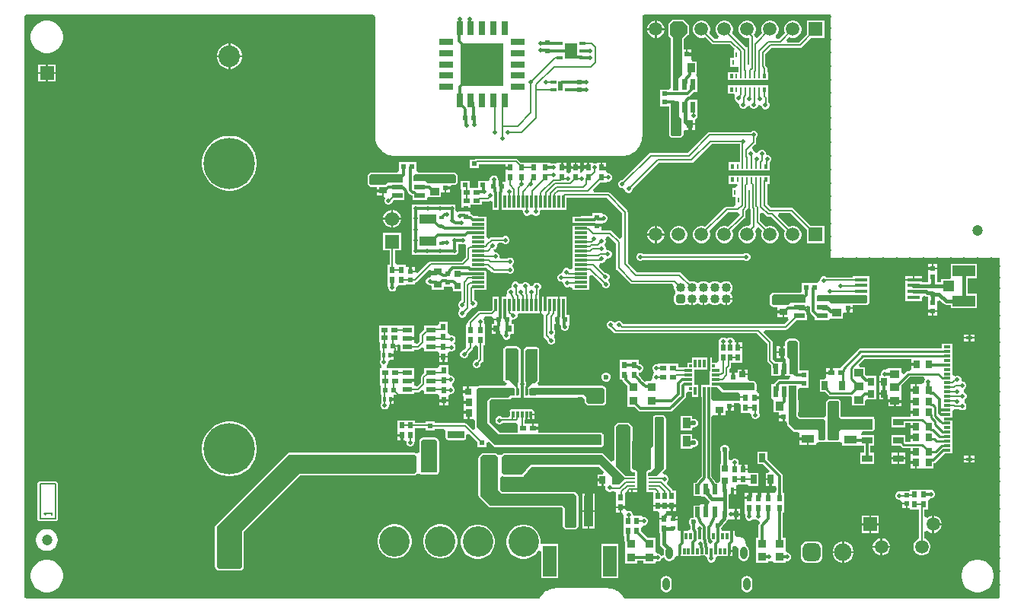
<source format=gbr>
%TF.GenerationSoftware,Altium Limited,Altium Designer,24.7.2 (38)*%
G04 Layer_Physical_Order=1*
G04 Layer_Color=255*
%FSLAX45Y45*%
%MOMM*%
%TF.SameCoordinates,33B871D1-E8D8-480E-9A2D-2420748CAAD8*%
%TF.FilePolarity,Positive*%
%TF.FileFunction,Copper,L1,Top,Signal*%
%TF.Part,Single*%
G01*
G75*
%TA.AperFunction,Conductor*%
%ADD10C,0.30000*%
%TA.AperFunction,SMDPad,CuDef*%
%ADD11R,2.10000X1.30000*%
%ADD12R,0.57500X0.62000*%
%ADD13R,0.60000X0.75000*%
%ADD14R,0.60000X0.45000*%
%ADD15R,0.62000X0.60000*%
%ADD16R,0.62000X0.57500*%
%ADD17R,0.75000X0.60000*%
%TA.AperFunction,FiducialPad,Global*%
%ADD18C,1.20000*%
%TA.AperFunction,SMDPad,CuDef*%
%ADD19R,0.55000X0.80000*%
%ADD20R,0.45000X0.60000*%
%ADD21R,0.70000X0.65000*%
%ADD22R,1.20000X0.60000*%
%ADD23R,1.00000X0.85000*%
%ADD24R,0.94000X0.75000*%
%ADD25R,0.60000X0.62000*%
%ADD26R,0.85000X1.20000*%
%ADD27R,0.65000X0.90000*%
%ADD28R,0.30000X0.80000*%
%ADD29R,0.75000X0.20000*%
%ADD30R,1.00000X1.60000*%
%ADD31R,0.70000X1.00000*%
%ADD32R,0.80000X0.30000*%
%ADD33R,0.80000X0.40000*%
%ADD34R,0.60000X1.80000*%
%ADD35R,0.60000X1.20000*%
%ADD36R,1.15000X0.80000*%
%ADD37R,0.75000X0.94000*%
%ADD38R,1.47000X0.97000*%
%ADD39R,0.85000X1.00000*%
%ADD40R,0.95000X0.95000*%
%ADD41R,0.30000X1.47500*%
%ADD42R,1.47500X0.30000*%
%ADD43R,0.42500X0.50000*%
%ADD44R,0.25000X0.50000*%
%TA.AperFunction,ConnectorPad*%
%ADD45R,0.30000X0.70000*%
%TA.AperFunction,SMDPad,CuDef*%
%ADD46R,0.75000X0.45000*%
%ADD47R,1.35000X1.74000*%
%ADD48R,0.70000X0.35000*%
%ADD49R,0.50000X1.10000*%
%ADD50R,2.50000X1.20000*%
%ADD51R,1.20000X1.15000*%
%ADD52R,1.10000X0.55000*%
%ADD53R,1.47500X0.45000*%
%ADD54R,1.80000X1.80000*%
%ADD55R,0.90000X0.30000*%
%ADD56R,0.30000X0.30000*%
%ADD57R,0.30000X0.90000*%
%ADD58R,1.90000X1.10000*%
%ADD59R,0.20000X0.60000*%
%ADD60R,0.60000X0.35000*%
%ADD61R,0.35000X0.60000*%
%ADD62R,1.50000X0.80000*%
%ADD63R,0.80000X1.50000*%
%ADD64R,4.80000X4.80000*%
%ADD65R,0.65000X0.70000*%
%ADD66R,1.50000X3.40000*%
%ADD67R,1.00000X3.50000*%
%ADD68R,0.98000X3.40000*%
%ADD69R,1.50000X1.50000*%
%TA.AperFunction,Conductor*%
%ADD70C,0.20000*%
%ADD71C,0.40000*%
%ADD72C,0.25000*%
%TA.AperFunction,NonConductor*%
%ADD73C,0.20000*%
%TA.AperFunction,ComponentPad*%
%ADD74R,1.50000X1.50000*%
%ADD75C,1.50000*%
%ADD76O,0.80000X1.40000*%
%ADD77C,2.40000*%
%ADD78C,5.70000*%
%ADD79C,0.10000*%
%ADD80C,1.57000*%
%ADD81R,1.57000X1.57000*%
%ADD82C,1.01600*%
G04:AMPARAMS|DCode=83|XSize=1.016mm|YSize=1.016mm|CornerRadius=0.254mm|HoleSize=0mm|Usage=FLASHONLY|Rotation=0.000|XOffset=0mm|YOffset=0mm|HoleType=Round|Shape=RoundedRectangle|*
%AMROUNDEDRECTD83*
21,1,1.01600,0.50800,0,0,0.0*
21,1,0.50800,1.01600,0,0,0.0*
1,1,0.50800,0.25400,-0.25400*
1,1,0.50800,-0.25400,-0.25400*
1,1,0.50800,-0.25400,0.25400*
1,1,0.50800,0.25400,0.25400*
%
%ADD83ROUNDEDRECTD83*%
%ADD84C,1.69000*%
%ADD85R,1.69000X1.69000*%
%ADD86C,3.40000*%
G04:AMPARAMS|DCode=87|XSize=1.95mm|YSize=1.95mm|CornerRadius=0.4875mm|HoleSize=0mm|Usage=FLASHONLY|Rotation=0.000|XOffset=0mm|YOffset=0mm|HoleType=Round|Shape=RoundedRectangle|*
%AMROUNDEDRECTD87*
21,1,1.95000,0.97500,0,0,0.0*
21,1,0.97500,1.95000,0,0,0.0*
1,1,0.97500,0.48750,-0.48750*
1,1,0.97500,-0.48750,-0.48750*
1,1,0.97500,-0.48750,0.48750*
1,1,0.97500,0.48750,0.48750*
%
%ADD87ROUNDEDRECTD87*%
%ADD88C,1.95000*%
%TA.AperFunction,ViaPad*%
%ADD89C,0.50000*%
%ADD90C,0.60000*%
G36*
X9070000Y3890000D02*
X10949138D01*
Y127000D01*
Y124426D01*
X10948134Y119376D01*
X10946163Y114619D01*
X10943303Y110338D01*
X10939662Y106697D01*
X10935381Y103836D01*
X10930624Y101866D01*
X10925574Y100862D01*
X6774586D01*
X6770620Y108902D01*
X6758406Y127181D01*
X6751886Y134616D01*
X6745863Y142465D01*
X6730318Y158010D01*
X6722472Y164031D01*
X6715035Y170553D01*
X6696755Y182767D01*
X6687883Y187143D01*
X6679316Y192089D01*
X6659005Y200502D01*
X6649451Y203062D01*
X6640083Y206242D01*
X6618521Y210530D01*
X6611106Y211016D01*
X6603796Y212347D01*
X6592804Y212887D01*
X6590322Y212683D01*
X6587853Y213008D01*
X6012147D01*
X6009677Y212683D01*
X6007195Y212887D01*
X5996203Y212347D01*
X5988894Y211016D01*
X5981478Y210530D01*
X5959916Y206242D01*
X5950548Y203062D01*
X5940994Y200502D01*
X5920683Y192089D01*
X5912117Y187143D01*
X5903244Y182767D01*
X5884965Y170553D01*
X5877531Y164033D01*
X5869681Y158010D01*
X5854136Y142465D01*
X5848116Y134619D01*
X5841593Y127182D01*
X5829379Y108902D01*
X5825414Y100862D01*
X124426D01*
X119375Y101866D01*
X114619Y103836D01*
X110338Y106697D01*
X106697Y110338D01*
X103836Y114619D01*
X101866Y119375D01*
X100862Y124426D01*
Y127000D01*
Y6573000D01*
Y6575574D01*
X101866Y6580625D01*
X103836Y6585381D01*
X106697Y6589662D01*
X110338Y6593303D01*
X114619Y6596163D01*
X119376Y6598134D01*
X124426Y6599138D01*
X3975574D01*
X3980623Y6598134D01*
X3985381Y6596163D01*
X3989662Y6593303D01*
X3993303Y6589662D01*
X3996163Y6585381D01*
X3998134Y6580624D01*
X3999138Y6575574D01*
Y5252000D01*
X3999463Y5249533D01*
X3999260Y5247052D01*
X3999871Y5234604D01*
X4001202Y5227292D01*
X4001688Y5219875D01*
X4006545Y5195457D01*
X4009724Y5186090D01*
X4012284Y5176536D01*
X4021812Y5153535D01*
X4026758Y5144968D01*
X4031133Y5136096D01*
X4044964Y5115396D01*
X4051485Y5107961D01*
X4057508Y5100112D01*
X4075112Y5082508D01*
X4082960Y5076486D01*
X4090396Y5069964D01*
X4111096Y5056133D01*
X4119968Y5051758D01*
X4128535Y5046812D01*
X4151536Y5037285D01*
X4161091Y5034724D01*
X4170457Y5031545D01*
X4194875Y5026688D01*
X4202292Y5026202D01*
X4209604Y5024871D01*
X4222052Y5024260D01*
X4224533Y5024463D01*
X4227000Y5024139D01*
X4773000D01*
X4775467Y5024463D01*
X4777948Y5024260D01*
X4790396Y5024871D01*
X4795841Y5025862D01*
X6224158D01*
X6229604Y5024871D01*
X6242052Y5024260D01*
X6244533Y5024463D01*
X6247000Y5024139D01*
X6743000D01*
X6745467Y5024463D01*
X6747948Y5024260D01*
X6760396Y5024871D01*
X6767708Y5026202D01*
X6775125Y5026688D01*
X6799543Y5031545D01*
X6808910Y5034724D01*
X6818464Y5037285D01*
X6841465Y5046812D01*
X6850032Y5051758D01*
X6858903Y5056133D01*
X6879604Y5069964D01*
X6887039Y5076485D01*
X6894888Y5082508D01*
X6912492Y5100112D01*
X6918514Y5107960D01*
X6925035Y5115396D01*
X6938867Y5136096D01*
X6943242Y5144968D01*
X6948188Y5153535D01*
X6957715Y5176536D01*
X6960276Y5186091D01*
X6963455Y5195457D01*
X6968312Y5219875D01*
X6968798Y5227290D01*
X6970129Y5234602D01*
X6970740Y5247050D01*
X6970537Y5249532D01*
X6970862Y5252000D01*
Y6575574D01*
X6971866Y6580625D01*
X6973836Y6585381D01*
X6976697Y6589662D01*
X6980338Y6593303D01*
X6984618Y6596163D01*
X6989376Y6598134D01*
X6994426Y6599138D01*
X6997000D01*
X9069999Y6599139D01*
X9070000Y3890000D01*
D02*
G37*
%LPC*%
G36*
X7425000Y6542892D02*
X7315001Y6542891D01*
X7315000Y6542892D01*
X7307196Y6541339D01*
X7300581Y6536919D01*
X7300580Y6536918D01*
X7265582Y6501920D01*
X7265581Y6501920D01*
X7261160Y6495304D01*
X7259608Y6487501D01*
Y6379999D01*
X7261160Y6372196D01*
X7265581Y6365580D01*
X7265582Y6365580D01*
X7289608Y6341553D01*
Y5790292D01*
X7271000Y5766000D01*
X7169000D01*
Y5666000D01*
Y5574000D01*
X7269608D01*
Y5264168D01*
X7271160Y5256364D01*
X7275581Y5249748D01*
X7275581Y5249748D01*
X7290070Y5235259D01*
X7296686Y5230838D01*
X7304490Y5229286D01*
X7394488Y5229286D01*
X7394490Y5229286D01*
X7402293Y5230838D01*
X7408909Y5235259D01*
X7408909Y5235259D01*
X7424419Y5250769D01*
X7428840Y5257384D01*
X7430392Y5265188D01*
Y5286015D01*
X7442500Y5313000D01*
X7490002D01*
Y5380001D01*
X7500002D01*
Y5390001D01*
X7557500D01*
Y5430472D01*
X7565490Y5433781D01*
X7578149Y5446440D01*
X7583537Y5459448D01*
X7585000Y5462979D01*
X7585101Y5490801D01*
X7585100D01*
Y5650800D01*
X7490445D01*
X7487293Y5682800D01*
X7488454Y5683031D01*
X7500031Y5690766D01*
X7545334Y5736069D01*
X7548495Y5740800D01*
X7585100D01*
Y5900800D01*
X7585101D01*
X7567725Y5932800D01*
X7571624Y5940000D01*
X7577500D01*
Y6080000D01*
X7523241D01*
X7516000Y6109000D01*
X7516000D01*
Y6150000D01*
X7466000D01*
Y6160000D01*
X7456000D01*
Y6211000D01*
X7434488D01*
Y6325650D01*
X7484419Y6375580D01*
X7484419Y6375580D01*
X7488840Y6382196D01*
X7490392Y6389999D01*
Y6477498D01*
X7490392Y6477499D01*
X7488840Y6485303D01*
X7484419Y6491919D01*
X7484419Y6491919D01*
X7439420Y6536919D01*
X7439419Y6536919D01*
X7432804Y6541340D01*
X7425000Y6542892D01*
D02*
G37*
G36*
X7134507Y6531000D02*
X7132001D01*
Y6446001D01*
X7217000D01*
Y6448507D01*
X7210526Y6472669D01*
X7198019Y6494331D01*
X7180331Y6512019D01*
X7158668Y6524526D01*
X7134507Y6531000D01*
D02*
G37*
G36*
X7112001D02*
X7109493D01*
X7085332Y6524526D01*
X7063669Y6512019D01*
X7045981Y6494331D01*
X7033474Y6472669D01*
X7027000Y6448507D01*
Y6446001D01*
X7112001D01*
Y6531000D01*
D02*
G37*
G36*
X8995000D02*
X8805000D01*
Y6384258D01*
X8711330Y6290588D01*
X8585655D01*
X8573410Y6320152D01*
X8603880Y6350622D01*
X8609332Y6347474D01*
X8633493Y6341000D01*
X8658507D01*
X8682668Y6347474D01*
X8704331Y6359981D01*
X8722019Y6377669D01*
X8734526Y6399332D01*
X8741000Y6423493D01*
Y6448507D01*
X8734526Y6472669D01*
X8722019Y6494331D01*
X8704331Y6512019D01*
X8682668Y6524526D01*
X8658507Y6531000D01*
X8633493D01*
X8609332Y6524526D01*
X8587669Y6512019D01*
X8569981Y6494331D01*
X8557474Y6472669D01*
X8551000Y6448507D01*
Y6423493D01*
X8557474Y6399332D01*
X8560622Y6393880D01*
X8497330Y6330588D01*
X8463420D01*
X8454252Y6351177D01*
X8452937Y6362588D01*
X8468019Y6377669D01*
X8480526Y6399332D01*
X8487000Y6423493D01*
Y6448507D01*
X8480526Y6472669D01*
X8468019Y6494331D01*
X8450331Y6512019D01*
X8428668Y6524526D01*
X8404507Y6531000D01*
X8379493D01*
X8355332Y6524526D01*
X8333669Y6512019D01*
X8315981Y6494331D01*
X8303474Y6472669D01*
X8297000Y6448507D01*
Y6423493D01*
X8303474Y6399332D01*
X8306622Y6393880D01*
X8253058Y6340316D01*
X8223508Y6350341D01*
X8220065Y6361909D01*
X8218259Y6370990D01*
X8216643Y6373408D01*
X8214914Y6379220D01*
X8226526Y6399332D01*
X8233000Y6423493D01*
Y6448507D01*
X8226526Y6472669D01*
X8214019Y6494331D01*
X8196331Y6512019D01*
X8174668Y6524526D01*
X8150507Y6531000D01*
X8125493D01*
X8101332Y6524526D01*
X8079669Y6512019D01*
X8061981Y6494331D01*
X8049474Y6472669D01*
X8043000Y6448507D01*
Y6423493D01*
X8049474Y6399332D01*
X8061981Y6377669D01*
X8079669Y6359981D01*
X8101332Y6347474D01*
X8125493Y6341000D01*
X8150507D01*
X8159412Y6334167D01*
Y6244646D01*
X8144448Y6236020D01*
X8127412Y6232846D01*
X7968280Y6391978D01*
X7972526Y6399332D01*
X7979000Y6423493D01*
Y6448507D01*
X7972526Y6472669D01*
X7960019Y6494331D01*
X7942331Y6512019D01*
X7920668Y6524526D01*
X7896507Y6531000D01*
X7871493D01*
X7847332Y6524526D01*
X7825669Y6512019D01*
X7807981Y6494331D01*
X7795474Y6472669D01*
X7789000Y6448507D01*
Y6423493D01*
X7795474Y6399332D01*
X7807981Y6377669D01*
X7823062Y6362588D01*
X7821748Y6351176D01*
X7812580Y6330588D01*
X7775669D01*
X7714280Y6391978D01*
X7718526Y6399332D01*
X7725000Y6423493D01*
Y6448507D01*
X7718526Y6472669D01*
X7706019Y6494331D01*
X7688331Y6512019D01*
X7666668Y6524526D01*
X7642507Y6531000D01*
X7617493D01*
X7593332Y6524526D01*
X7571669Y6512019D01*
X7553981Y6494331D01*
X7541474Y6472669D01*
X7535000Y6448507D01*
Y6423493D01*
X7541474Y6399332D01*
X7553981Y6377669D01*
X7571669Y6359981D01*
X7593332Y6347474D01*
X7617493Y6341000D01*
X7642507D01*
X7666668Y6347474D01*
X7670218Y6349524D01*
X7741370Y6278372D01*
X7741371Y6278371D01*
X7751294Y6271741D01*
X7763000Y6269413D01*
X7947761D01*
X7996494Y6220680D01*
X7990000Y6205000D01*
X7990000D01*
Y6128716D01*
X7990000Y6120000D01*
X7984213Y6120000D01*
X7950000D01*
Y6020000D01*
X8009999D01*
Y6020000D01*
X8039412Y6013753D01*
Y5960000D01*
X7920050D01*
Y5870000D01*
X8369949D01*
Y5960000D01*
X8359287D01*
Y6003677D01*
X8356959Y6015382D01*
X8350328Y6025305D01*
X8350328Y6025306D01*
X8340587Y6035047D01*
Y6162330D01*
X8407670Y6229412D01*
X8723999D01*
X8724000Y6229412D01*
X8735705Y6231741D01*
X8745629Y6238371D01*
X8848258Y6341000D01*
X8995000D01*
Y6531000D01*
D02*
G37*
G36*
X7217000Y6426001D02*
X7132001D01*
Y6341000D01*
X7134507D01*
X7158668Y6347474D01*
X7180331Y6359981D01*
X7198019Y6377669D01*
X7210526Y6399332D01*
X7217000Y6423493D01*
Y6426001D01*
D02*
G37*
G36*
X7112001D02*
X7027000D01*
Y6423493D01*
X7033474Y6399332D01*
X7045981Y6377669D01*
X7063669Y6359981D01*
X7085332Y6347474D01*
X7109493Y6341000D01*
X7112001D01*
Y6426001D01*
D02*
G37*
G36*
X7516000Y6211000D02*
X7476000D01*
Y6170000D01*
X7516000D01*
Y6211000D01*
D02*
G37*
G36*
X367728Y6530000D02*
X332272D01*
X297496Y6523083D01*
X264738Y6509514D01*
X235257Y6489815D01*
X210185Y6464743D01*
X190486Y6435262D01*
X176917Y6402504D01*
X170000Y6367728D01*
Y6332272D01*
X176917Y6297496D01*
X190486Y6264738D01*
X210185Y6235257D01*
X235257Y6210185D01*
X264738Y6190486D01*
X297496Y6176917D01*
X332272Y6170000D01*
X367728D01*
X402504Y6176917D01*
X435262Y6190486D01*
X464743Y6210185D01*
X489815Y6235257D01*
X509514Y6264738D01*
X523083Y6297496D01*
X530000Y6332272D01*
Y6367728D01*
X523083Y6402504D01*
X509514Y6435262D01*
X489815Y6464743D01*
X464743Y6489815D01*
X435262Y6509514D01*
X402504Y6523083D01*
X367728Y6530000D01*
D02*
G37*
G36*
X2398431Y6275000D02*
X2390000D01*
Y6145001D01*
X2520000D01*
Y6153431D01*
X2510459Y6189038D01*
X2492028Y6220962D01*
X2465962Y6247028D01*
X2434038Y6265459D01*
X2398431Y6275000D01*
D02*
G37*
G36*
X2370000D02*
X2361569D01*
X2325962Y6265459D01*
X2294038Y6247028D01*
X2267972Y6220962D01*
X2249541Y6189038D01*
X2240000Y6153431D01*
Y6145001D01*
X2370000D01*
Y6275000D01*
D02*
G37*
G36*
X2520000Y6125001D02*
X2390000D01*
Y5995000D01*
X2398431D01*
X2434038Y6004541D01*
X2465962Y6022972D01*
X2492028Y6049038D01*
X2510459Y6080962D01*
X2520000Y6116569D01*
Y6125001D01*
D02*
G37*
G36*
X2370000D02*
X2240000D01*
Y6116569D01*
X2249541Y6080962D01*
X2267972Y6049038D01*
X2294038Y6022972D01*
X2325962Y6004541D01*
X2361569Y5995000D01*
X2370000D01*
Y6125001D01*
D02*
G37*
G36*
X445000Y6045000D02*
X360000D01*
Y5960000D01*
X445000D01*
Y6045000D01*
D02*
G37*
G36*
X340000D02*
X255000D01*
Y5960000D01*
X340000D01*
Y6045000D01*
D02*
G37*
G36*
X445000Y5940000D02*
X360000D01*
Y5855000D01*
X445000D01*
Y5940000D01*
D02*
G37*
G36*
X340000D02*
X255000D01*
Y5855000D01*
X340000D01*
Y5940000D01*
D02*
G37*
G36*
X8369949Y5810000D02*
X7920050D01*
Y5720000D01*
X7987296D01*
X7995952Y5706610D01*
X8003195Y5688000D01*
X7998214Y5675974D01*
Y5658073D01*
X8005065Y5641533D01*
X8017724Y5628874D01*
X8034263Y5622024D01*
X8051257Y5602694D01*
Y5584792D01*
X8058108Y5568253D01*
X8070766Y5555594D01*
X8087306Y5548743D01*
X8105208D01*
X8121747Y5555594D01*
X8134406Y5568253D01*
X8138261Y5577560D01*
X8167183Y5580608D01*
X8171252Y5579952D01*
X8174676Y5571684D01*
X8187335Y5559026D01*
X8203874Y5552175D01*
X8221776D01*
X8238316Y5559026D01*
X8250974Y5571684D01*
X8257825Y5588224D01*
X8264788Y5590766D01*
X8266991Y5590377D01*
X8295000Y5581049D01*
X8301851Y5564510D01*
X8314510Y5551851D01*
X8331049Y5545000D01*
X8348951D01*
X8365491Y5551851D01*
X8378149Y5564510D01*
X8385000Y5581049D01*
Y5598951D01*
X8378149Y5615490D01*
X8373088Y5620552D01*
Y5676178D01*
X8370759Y5687884D01*
X8370523Y5688237D01*
X8369950Y5720000D01*
X8369949D01*
Y5810000D01*
D02*
G37*
G36*
X7557500Y5370001D02*
X7510001D01*
Y5313000D01*
X7557500D01*
Y5370001D01*
D02*
G37*
G36*
X8216169Y5305000D02*
X8198268D01*
X8181728Y5298149D01*
X8174167Y5290588D01*
X7720001D01*
X7720000Y5290588D01*
X7708295Y5288259D01*
X7698371Y5281629D01*
X7477330Y5060588D01*
X7065001D01*
X7065000Y5060588D01*
X7053295Y5058259D01*
X7043371Y5051629D01*
X6749242Y4757500D01*
X6738549D01*
X6722010Y4750649D01*
X6709351Y4737991D01*
X6702500Y4721451D01*
Y4703549D01*
X6709351Y4687010D01*
X6722010Y4674351D01*
X6738549Y4667500D01*
X6756451D01*
X6775000Y4651049D01*
X6781851Y4634510D01*
X6794510Y4621851D01*
X6811049Y4615000D01*
X6828951D01*
X6845490Y4621851D01*
X6858149Y4634510D01*
X6865000Y4651049D01*
Y4661742D01*
X7152670Y4949412D01*
X7519999D01*
X7520000Y4949412D01*
X7531705Y4951741D01*
X7541629Y4958371D01*
X7742670Y5159412D01*
X8054412D01*
Y4955000D01*
X7935050D01*
Y4865000D01*
X8384950D01*
Y4951627D01*
X8385490Y4951851D01*
X8398149Y4964510D01*
X8405000Y4981049D01*
Y4998951D01*
X8398149Y5015490D01*
X8385490Y5028149D01*
X8368951Y5035000D01*
X8349829Y5039829D01*
X8345000Y5058951D01*
X8338149Y5075490D01*
X8325490Y5088149D01*
X8308951Y5095000D01*
X8291049D01*
X8274509Y5088149D01*
X8261851Y5075490D01*
X8255000Y5058951D01*
X8225000D01*
X8218149Y5075490D01*
X8206076Y5087564D01*
X8205469Y5088251D01*
X8197822Y5124564D01*
X8228847Y5155590D01*
X8235478Y5165513D01*
X8237806Y5177219D01*
X8237806Y5177220D01*
Y5226948D01*
X8245368Y5234509D01*
X8252218Y5251049D01*
Y5268951D01*
X8245368Y5285490D01*
X8232709Y5298149D01*
X8216169Y5305000D01*
D02*
G37*
G36*
X5567500Y4993088D02*
X5567499Y4993088D01*
X5125951D01*
X5125950Y4993088D01*
X5114244Y4990759D01*
X5109441Y4987550D01*
X5049000D01*
Y4890050D01*
X5151000D01*
Y4931912D01*
X5450000D01*
Y4905000D01*
X5500000D01*
Y4885000D01*
X5450000D01*
Y4837500D01*
Y4736000D01*
X5416000D01*
Y4685000D01*
X5396000D01*
Y4736000D01*
X5389422D01*
X5365000Y4756049D01*
Y4773951D01*
X5358149Y4790491D01*
X5345490Y4803149D01*
X5328951Y4810000D01*
X5311049D01*
X5294509Y4803149D01*
X5281851Y4790491D01*
X5275000Y4773951D01*
Y4757193D01*
X5248676Y4750618D01*
X5245436Y4749950D01*
X5144000D01*
Y4670000D01*
X5056000D01*
Y4749950D01*
X4954000D01*
Y4652450D01*
X4962500D01*
Y4570000D01*
Y4491000D01*
X4959000D01*
Y4451000D01*
X5061000D01*
Y4480000D01*
X5187500D01*
Y4519412D01*
X5253284D01*
X5264990Y4521741D01*
X5273814Y4527637D01*
X5282245Y4525994D01*
X5299639Y4518839D01*
X5304852Y4515400D01*
X5306500Y4512852D01*
Y4422549D01*
X5381499D01*
Y4516299D01*
X5401499D01*
Y4422549D01*
X5639254D01*
X5645000Y4413951D01*
Y4396049D01*
X5651851Y4379510D01*
X5664509Y4366851D01*
X5681049Y4360000D01*
X5698951D01*
X5715490Y4366851D01*
X5720417Y4371778D01*
X5740000Y4376594D01*
X5759583Y4371778D01*
X5764509Y4366851D01*
X5781049Y4360000D01*
X5798951D01*
X5815490Y4366851D01*
X5828149Y4379510D01*
X5835000Y4396049D01*
Y4413951D01*
X5840745Y4422549D01*
X6126500D01*
Y4559412D01*
X6577330D01*
X6749412Y4387330D01*
Y4115843D01*
X6717412Y4102588D01*
X6633371Y4186629D01*
X6623448Y4193260D01*
X6611742Y4195588D01*
X6611741Y4195588D01*
X6545314D01*
X6513759Y4196663D01*
Y4236663D01*
X6462758D01*
Y4256663D01*
X6513759D01*
Y4257525D01*
X6531049Y4285000D01*
X6548951D01*
X6565490Y4291851D01*
X6578149Y4304510D01*
X6585000Y4321049D01*
Y4338951D01*
X6578149Y4355490D01*
X6565490Y4368149D01*
X6548951Y4375000D01*
X6540100D01*
X6513759Y4388662D01*
Y4388663D01*
X6513758Y4388662D01*
X6411759D01*
Y4353185D01*
X6290300D01*
X6286852Y4352499D01*
X6196550D01*
Y4282499D01*
Y4277499D01*
X6290300D01*
Y4257499D01*
X6196550D01*
Y4182499D01*
Y4082499D01*
Y3982500D01*
Y3882499D01*
Y3771339D01*
X6179859Y3763741D01*
X6164550Y3761529D01*
X6155160Y3770919D01*
X6138621Y3777769D01*
X6120719D01*
X6104180Y3770919D01*
X6091521Y3758260D01*
X6084670Y3741720D01*
X6080505Y3722264D01*
X6061049Y3715000D01*
X6044510Y3708149D01*
X6031851Y3695490D01*
X6025000Y3678951D01*
Y3661049D01*
X6031851Y3644510D01*
X6044510Y3631851D01*
X6061049Y3625000D01*
X6065436D01*
X6081472Y3621041D01*
X6095000Y3599798D01*
X6101851Y3583259D01*
X6114509Y3570601D01*
X6131049Y3563750D01*
X6148951D01*
X6165490Y3570601D01*
X6196550Y3556405D01*
Y3532499D01*
X6384049D01*
Y3582499D01*
Y3688897D01*
X6416049Y3702152D01*
X6522530Y3595672D01*
Y3586361D01*
X6529381Y3569821D01*
X6542040Y3557163D01*
X6558579Y3550312D01*
X6576481D01*
X6593021Y3557163D01*
X6605679Y3569821D01*
X6612530Y3586361D01*
Y3604263D01*
X6605679Y3620802D01*
X6593041Y3633511D01*
X6604886Y3663182D01*
X6607002Y3668288D01*
Y3686190D01*
X6600151Y3702729D01*
X6587492Y3715388D01*
X6570953Y3722239D01*
X6560259D01*
X6491533Y3790965D01*
X6498794Y3828959D01*
X6511049Y3835000D01*
X6528951D01*
X6545490Y3841851D01*
X6558149Y3854509D01*
X6565000Y3871048D01*
X6579117Y3886933D01*
X6597019D01*
X6613558Y3893783D01*
X6626217Y3906442D01*
X6633068Y3922981D01*
Y3940883D01*
X6626217Y3957423D01*
X6613558Y3970081D01*
X6597019Y3976932D01*
X6594564D01*
X6577603Y3979294D01*
X6565000Y3998951D01*
X6558149Y4015490D01*
X6548780Y4035000D01*
X6558149Y4054510D01*
X6565000Y4071049D01*
Y4088951D01*
X6560933Y4098769D01*
X6576270Y4127376D01*
X6603701Y4129785D01*
X6679412Y4054073D01*
Y3780001D01*
X6679412Y3780000D01*
X6681741Y3768294D01*
X6688371Y3758371D01*
X6838370Y3608372D01*
X6838371Y3608371D01*
X6848294Y3601741D01*
X6860000Y3599412D01*
X6860001Y3599412D01*
X7302314D01*
X7325254Y3571523D01*
X7325200Y3571321D01*
Y3552679D01*
X7330025Y3534672D01*
X7339346Y3518528D01*
X7337868Y3493131D01*
X7327834Y3478114D01*
X7324310Y3460400D01*
Y3409600D01*
X7327834Y3391886D01*
X7337868Y3376868D01*
X7352886Y3366834D01*
X7370600Y3363311D01*
X7421400D01*
X7439114Y3366834D01*
X7454132Y3376868D01*
X7479528Y3378346D01*
X7495672Y3369025D01*
X7513000Y3364382D01*
Y3435000D01*
X7533000D01*
Y3364382D01*
X7550328Y3369025D01*
X7564623Y3377278D01*
X7586500Y3388131D01*
X7608377Y3377278D01*
X7622672Y3369025D01*
X7640000Y3364382D01*
Y3435000D01*
X7660000D01*
Y3364382D01*
X7677328Y3369025D01*
X7691623Y3377278D01*
X7713500Y3388131D01*
X7735377Y3377278D01*
X7749672Y3369025D01*
X7767679Y3364200D01*
X7786321D01*
X7804328Y3369025D01*
X7818623Y3377278D01*
X7840500Y3388131D01*
X7862377Y3377278D01*
X7876672Y3369025D01*
X7894000Y3364382D01*
Y3435000D01*
X7904000D01*
Y3445000D01*
X7974618D01*
X7969975Y3462328D01*
X7961722Y3476623D01*
X7950869Y3498500D01*
X7961722Y3520377D01*
X7969975Y3534672D01*
X7974800Y3552679D01*
Y3571321D01*
X7969975Y3589328D01*
X7960654Y3605472D01*
X7947472Y3618654D01*
X7931328Y3627975D01*
X7913321Y3632800D01*
X7894679D01*
X7876672Y3627975D01*
X7862377Y3619722D01*
X7840500Y3608869D01*
X7818623Y3619722D01*
X7804328Y3627975D01*
X7786321Y3632800D01*
X7767679D01*
X7749672Y3627975D01*
X7735377Y3619722D01*
X7713500Y3608869D01*
X7691623Y3619722D01*
X7677328Y3627975D01*
X7659321Y3632800D01*
X7640679D01*
X7622672Y3627975D01*
X7608377Y3619722D01*
X7586500Y3608869D01*
X7564623Y3619722D01*
X7550328Y3627975D01*
X7532321Y3632800D01*
X7513679D01*
X7499308Y3628949D01*
X7406629Y3721629D01*
X7396705Y3728259D01*
X7385000Y3730588D01*
X7384999Y3730588D01*
X6912670D01*
X6810588Y3832671D01*
Y4399999D01*
X6810588Y4400000D01*
X6808259Y4411705D01*
X6801629Y4421629D01*
X6801628Y4421629D01*
X6611629Y4611629D01*
X6601705Y4618259D01*
X6590000Y4620588D01*
X6589999Y4620588D01*
X6433155D01*
X6420909Y4650152D01*
X6498257Y4727500D01*
X6570000D01*
Y4732617D01*
X6581049Y4740000D01*
X6598951D01*
X6615490Y4746851D01*
X6628149Y4759510D01*
X6635000Y4776049D01*
Y4793951D01*
X6628149Y4810491D01*
X6615490Y4823149D01*
X6598951Y4830000D01*
X6581049D01*
X6570000Y4859564D01*
Y4885000D01*
X6520000D01*
Y4895000D01*
X6510000D01*
Y4952500D01*
X6470000D01*
Y4952500D01*
X6456245Y4943309D01*
X6453951Y4944260D01*
X6436049D01*
X6433754Y4943309D01*
X6420000Y4952500D01*
Y4952500D01*
X6380000D01*
Y4895000D01*
X6370000D01*
Y4885000D01*
X6320000D01*
Y4870511D01*
X6290087Y4842951D01*
X6281056Y4844403D01*
X6280000Y4849564D01*
Y4885000D01*
X6230000D01*
X6180000D01*
Y4857893D01*
X6151572Y4833841D01*
X6132563Y4838191D01*
X6130000Y4847205D01*
Y4885000D01*
X6080000D01*
Y4895000D01*
X6070000D01*
Y4952500D01*
X6030000D01*
Y4952500D01*
X5998000Y4941252D01*
X5988951Y4945000D01*
X5971049D01*
X5940000Y4952500D01*
Y4952500D01*
X5840001D01*
Y4952500D01*
X5809999D01*
Y4952500D01*
X5710001D01*
Y4952500D01*
X5679999D01*
Y4952500D01*
X5620758D01*
X5589129Y4984129D01*
X5579206Y4990759D01*
X5567500Y4993088D01*
D02*
G37*
G36*
X6570000Y4952500D02*
X6530000D01*
Y4905000D01*
X6570000D01*
Y4952500D01*
D02*
G37*
G36*
X6280000D02*
X6240000D01*
Y4905000D01*
X6280000D01*
Y4952500D01*
D02*
G37*
G36*
X6130000D02*
X6090000D01*
Y4905000D01*
X6130000D01*
Y4952500D01*
D02*
G37*
G36*
X6220000D02*
X6180000D01*
Y4905000D01*
X6220000D01*
Y4952500D01*
D02*
G37*
G36*
X6360000D02*
X6320000D01*
Y4905000D01*
X6360000D01*
Y4952500D01*
D02*
G37*
G36*
X4456000Y4958500D02*
X4264000D01*
Y4856501D01*
X4237637Y4842892D01*
X3955002D01*
X3955001Y4842892D01*
X3947197Y4841340D01*
X3940581Y4836919D01*
X3940581Y4836919D01*
X3920582Y4816920D01*
X3920581Y4816919D01*
X3916161Y4810304D01*
X3914608Y4802500D01*
Y4722500D01*
X3916161Y4714696D01*
X3920581Y4708081D01*
X3940580Y4688082D01*
X3940581Y4688081D01*
X3947196Y4683660D01*
X3955000Y4682108D01*
X4023000D01*
Y4652501D01*
X4090001D01*
Y4642501D01*
X4100001D01*
Y4577700D01*
X4106237Y4566011D01*
X4110819Y4553000D01*
X4105000Y4538951D01*
Y4521049D01*
X4111851Y4504510D01*
X4124510Y4491851D01*
X4141049Y4485000D01*
X4158951D01*
X4175491Y4491851D01*
X4188149Y4504510D01*
X4195000Y4521049D01*
Y4524243D01*
X4208258Y4537500D01*
X4325000D01*
Y4632500D01*
X4357000Y4634504D01*
X4357031Y4634346D01*
X4364767Y4622769D01*
X4395269Y4592267D01*
X4406846Y4584531D01*
X4415000Y4582909D01*
Y4537500D01*
X4575000D01*
Y4539213D01*
X4590000Y4565000D01*
X4730000D01*
Y4616501D01*
X4769999D01*
Y4666500D01*
X4779999D01*
Y4676500D01*
X4831000D01*
Y4679481D01*
X4853627Y4702108D01*
X4882500Y4702108D01*
X4890304Y4703660D01*
X4896919Y4708080D01*
X4914419Y4725580D01*
X4918840Y4732196D01*
X4920392Y4740000D01*
Y4799999D01*
X4919549Y4804232D01*
X4918840Y4807801D01*
X4918840Y4807801D01*
X4918840Y4807802D01*
X4916619Y4811126D01*
X4914420Y4814417D01*
X4894422Y4834418D01*
X4894421Y4834419D01*
X4890872Y4836790D01*
X4887807Y4838839D01*
X4887806Y4838839D01*
X4887806Y4838839D01*
X4880003Y4840391D01*
X4880003Y4840391D01*
X4880002Y4840391D01*
X4481328Y4840392D01*
X4456000Y4856501D01*
X4456000Y4867850D01*
Y4958500D01*
D02*
G37*
G36*
X2404004Y5250000D02*
X2355996D01*
X2308579Y5242490D01*
X2262921Y5227655D01*
X2220145Y5205859D01*
X2181306Y5177641D01*
X2147359Y5143694D01*
X2119141Y5104855D01*
X2097345Y5062079D01*
X2082510Y5016421D01*
X2075000Y4969004D01*
Y4920996D01*
X2082510Y4873579D01*
X2097345Y4827921D01*
X2119141Y4785145D01*
X2147359Y4746306D01*
X2181306Y4712359D01*
X2220145Y4684141D01*
X2262921Y4662346D01*
X2308579Y4647510D01*
X2355996Y4640000D01*
X2404004D01*
X2451421Y4647510D01*
X2497079Y4662346D01*
X2539855Y4684141D01*
X2578694Y4712359D01*
X2612641Y4746306D01*
X2640859Y4785145D01*
X2662654Y4827921D01*
X2677490Y4873579D01*
X2685000Y4920996D01*
Y4969004D01*
X2677490Y5016421D01*
X2662654Y5062079D01*
X2640859Y5104855D01*
X2612641Y5143694D01*
X2578694Y5177641D01*
X2539855Y5205859D01*
X2497079Y5227655D01*
X2451421Y5242490D01*
X2404004Y5250000D01*
D02*
G37*
G36*
X4831000Y4656500D02*
X4789999D01*
Y4616501D01*
X4831000D01*
Y4656500D01*
D02*
G37*
G36*
X4080001Y4632501D02*
X4023000D01*
Y4585000D01*
X4080001D01*
Y4632501D01*
D02*
G37*
G36*
X4202968Y4425500D02*
X4200000D01*
Y4337000D01*
X4288500D01*
Y4339968D01*
X4281787Y4365019D01*
X4268820Y4387480D01*
X4250480Y4405819D01*
X4228019Y4418787D01*
X4202968Y4425500D01*
D02*
G37*
G36*
X4180000D02*
X4177032D01*
X4151981Y4418787D01*
X4129520Y4405819D01*
X4111180Y4387480D01*
X4098213Y4365019D01*
X4091500Y4339968D01*
Y4337000D01*
X4180000D01*
Y4425500D01*
D02*
G37*
G36*
X4288500Y4317000D02*
X4200000D01*
Y4228500D01*
X4202968D01*
X4228019Y4235213D01*
X4250480Y4248180D01*
X4268820Y4266520D01*
X4281787Y4288980D01*
X4288500Y4314032D01*
Y4317000D01*
D02*
G37*
G36*
X4180000D02*
X4091500D01*
Y4314032D01*
X4098213Y4288980D01*
X4111180Y4266520D01*
X4129520Y4248180D01*
X4151981Y4235213D01*
X4177032Y4228500D01*
X4180000D01*
Y4317000D01*
D02*
G37*
G36*
X7134507Y4245000D02*
X7132001D01*
Y4160001D01*
X7217000D01*
Y4162507D01*
X7210526Y4186669D01*
X7198019Y4208331D01*
X7180331Y4226019D01*
X7158668Y4238526D01*
X7134507Y4245000D01*
D02*
G37*
G36*
X7112001D02*
X7109493D01*
X7085332Y4238526D01*
X7063669Y4226019D01*
X7045981Y4208331D01*
X7033474Y4186669D01*
X7027000Y4162507D01*
Y4160001D01*
X7112001D01*
Y4245000D01*
D02*
G37*
G36*
X8384950Y4805000D02*
X7935050D01*
Y4715000D01*
X8026200D01*
X8032483Y4700972D01*
X8011292Y4670000D01*
X7970000D01*
Y4570000D01*
X8004213D01*
X8010000Y4570000D01*
X8010000Y4561284D01*
Y4485000D01*
X7991682Y4460588D01*
X7910564D01*
X7898859Y4458259D01*
X7888935Y4451629D01*
X7888935Y4451628D01*
X7672478Y4235171D01*
X7666668Y4238526D01*
X7642507Y4245000D01*
X7617493D01*
X7593332Y4238526D01*
X7571669Y4226019D01*
X7553981Y4208331D01*
X7541474Y4186669D01*
X7535000Y4162507D01*
Y4137493D01*
X7541474Y4113332D01*
X7553981Y4091669D01*
X7571669Y4073981D01*
X7593332Y4061474D01*
X7617493Y4055000D01*
X7642507D01*
X7666668Y4061474D01*
X7688331Y4073981D01*
X7706019Y4091669D01*
X7718526Y4113332D01*
X7725000Y4137493D01*
Y4162507D01*
X7718526Y4186669D01*
X7715585Y4191763D01*
X7923234Y4399412D01*
X8037106D01*
X8037107Y4399412D01*
X8059412Y4373267D01*
Y4368670D01*
X7926120Y4235378D01*
X7920668Y4238526D01*
X7896507Y4245000D01*
X7871493D01*
X7847332Y4238526D01*
X7825669Y4226019D01*
X7807981Y4208331D01*
X7795474Y4186669D01*
X7789000Y4162507D01*
Y4137493D01*
X7795474Y4113332D01*
X7807981Y4091669D01*
X7825669Y4073981D01*
X7847332Y4061474D01*
X7871493Y4055000D01*
X7896507D01*
X7920668Y4061474D01*
X7942331Y4073981D01*
X7960019Y4091669D01*
X7972526Y4113332D01*
X7979000Y4137493D01*
Y4162507D01*
X7972526Y4186669D01*
X7969378Y4192120D01*
X8111629Y4334371D01*
X8118259Y4344295D01*
X8120588Y4356000D01*
Y4413655D01*
X8140107Y4433174D01*
X8149642Y4434680D01*
X8175886Y4431966D01*
X8178371Y4428246D01*
X8179412Y4427205D01*
Y4275433D01*
X8179412Y4275432D01*
X8180867Y4268120D01*
X8175119Y4260491D01*
X8152934Y4244350D01*
X8150507Y4245000D01*
X8125493D01*
X8101332Y4238526D01*
X8079669Y4226019D01*
X8061981Y4208331D01*
X8049474Y4186669D01*
X8043000Y4162507D01*
Y4137493D01*
X8049474Y4113332D01*
X8061981Y4091669D01*
X8079669Y4073981D01*
X8101332Y4061474D01*
X8125493Y4055000D01*
X8150507D01*
X8174668Y4061474D01*
X8196331Y4073981D01*
X8214019Y4091669D01*
X8226526Y4113332D01*
X8233000Y4137493D01*
Y4162507D01*
X8226526Y4186669D01*
X8224099Y4190871D01*
X8241562Y4221082D01*
X8264316Y4226765D01*
X8272518Y4226225D01*
X8306622Y4192120D01*
X8303474Y4186669D01*
X8297000Y4162507D01*
Y4137493D01*
X8303474Y4113332D01*
X8315981Y4091669D01*
X8333669Y4073981D01*
X8355332Y4061474D01*
X8379493Y4055000D01*
X8404507D01*
X8428668Y4061474D01*
X8450331Y4073981D01*
X8468019Y4091669D01*
X8480526Y4113332D01*
X8487000Y4137493D01*
Y4162507D01*
X8480526Y4186669D01*
X8468019Y4208331D01*
X8450331Y4226019D01*
X8428668Y4238526D01*
X8404507Y4245000D01*
X8379493D01*
X8355332Y4238526D01*
X8349880Y4235378D01*
X8280588Y4304670D01*
Y4385913D01*
X8310152Y4398159D01*
X8349940Y4358371D01*
X8359863Y4351741D01*
X8371568Y4349412D01*
X8371570Y4349412D01*
X8403330D01*
X8560622Y4192120D01*
X8557474Y4186669D01*
X8551000Y4162507D01*
Y4137493D01*
X8557474Y4113332D01*
X8569981Y4091669D01*
X8587669Y4073981D01*
X8609332Y4061474D01*
X8633493Y4055000D01*
X8658507D01*
X8682668Y4061474D01*
X8704331Y4073981D01*
X8722019Y4091669D01*
X8734526Y4113332D01*
X8741000Y4137493D01*
Y4162507D01*
X8734526Y4186669D01*
X8722019Y4208331D01*
X8704331Y4226019D01*
X8682668Y4238526D01*
X8658507Y4245000D01*
X8633493D01*
X8609332Y4238526D01*
X8603880Y4235378D01*
X8479410Y4359848D01*
X8491656Y4389412D01*
X8617330D01*
X8805000Y4201742D01*
Y4055000D01*
X8995000D01*
Y4245000D01*
X8848258D01*
X8651629Y4441629D01*
X8641705Y4448259D01*
X8630000Y4450588D01*
X8629999Y4450588D01*
X8400806D01*
X8360588Y4490807D01*
Y4637867D01*
X8362572Y4647842D01*
X8362572Y4647843D01*
Y4715000D01*
X8384950D01*
Y4805000D01*
D02*
G37*
G36*
X7388507Y4245000D02*
X7363493D01*
X7339332Y4238526D01*
X7317669Y4226019D01*
X7299981Y4208331D01*
X7287474Y4186669D01*
X7281000Y4162507D01*
Y4137493D01*
X7287474Y4113332D01*
X7299981Y4091669D01*
X7317669Y4073981D01*
X7339332Y4061474D01*
X7363493Y4055000D01*
X7388507D01*
X7412668Y4061474D01*
X7434331Y4073981D01*
X7452019Y4091669D01*
X7464526Y4113332D01*
X7471000Y4137493D01*
Y4162507D01*
X7464526Y4186669D01*
X7452019Y4208331D01*
X7434331Y4226019D01*
X7412668Y4238526D01*
X7388507Y4245000D01*
D02*
G37*
G36*
X7217000Y4140001D02*
X7132001D01*
Y4055000D01*
X7134507D01*
X7158668Y4061474D01*
X7180331Y4073981D01*
X7198019Y4091669D01*
X7210526Y4113332D01*
X7217000Y4137493D01*
Y4140001D01*
D02*
G37*
G36*
X7112001D02*
X7027000D01*
Y4137493D01*
X7033474Y4113332D01*
X7045981Y4091669D01*
X7063669Y4073981D01*
X7085332Y4061474D01*
X7109493Y4055000D01*
X7112001D01*
Y4140001D01*
D02*
G37*
G36*
X8138951Y3945000D02*
X8121049D01*
X8104510Y3938149D01*
X8096948Y3930588D01*
X6983052D01*
X6975490Y3938149D01*
X6958951Y3945000D01*
X6941049D01*
X6924510Y3938149D01*
X6911851Y3925490D01*
X6905000Y3908951D01*
Y3891049D01*
X6911851Y3874510D01*
X6924510Y3861851D01*
X6941049Y3855000D01*
X6958951D01*
X6975490Y3861851D01*
X6983052Y3869412D01*
X8096948D01*
X8104510Y3861851D01*
X8121049Y3855000D01*
X8138951D01*
X8155490Y3861851D01*
X8168149Y3874510D01*
X8175000Y3891049D01*
Y3908951D01*
X8168149Y3925490D01*
X8155490Y3938149D01*
X8138951Y3945000D01*
D02*
G37*
G36*
X4895000Y4480000D02*
X4412500D01*
Y3925000D01*
X4902496D01*
X4927500Y3950003D01*
Y4042500D01*
X4998013D01*
X5006718Y4030801D01*
X5013276Y4010500D01*
X5010690Y4006630D01*
X5008362Y3994924D01*
X5008362Y3994923D01*
Y3896620D01*
X4964829Y3853087D01*
X4617501D01*
X4617500Y3853088D01*
X4605794Y3850759D01*
X4595871Y3844128D01*
X4470564Y3718822D01*
X4450822Y3727000D01*
X4390000D01*
Y3737000D01*
X4380000D01*
Y3787000D01*
X4340000D01*
Y3812500D01*
X4240001D01*
X4220588Y3836459D01*
Y3974500D01*
X4288500D01*
Y4171500D01*
X4091500D01*
Y3974500D01*
X4159413D01*
Y3812500D01*
X4140000D01*
Y3697500D01*
Y3587500D01*
X4140000D01*
X4145000Y3557571D01*
Y3551049D01*
X4151851Y3534510D01*
X4164510Y3521851D01*
X4181049Y3515000D01*
X4198951D01*
X4215491Y3521851D01*
X4228149Y3534510D01*
X4235000Y3551049D01*
Y3557571D01*
X4237148Y3570429D01*
X4261953Y3587500D01*
X4340000D01*
Y3595000D01*
X4441000D01*
Y3614611D01*
X4451705Y3616741D01*
X4461629Y3623371D01*
X4601000Y3762742D01*
X4633000Y3749487D01*
Y3745000D01*
X4699999D01*
Y3725000D01*
X4633000D01*
Y3703417D01*
X4619757Y3676253D01*
X4602201Y3674600D01*
X4601049D01*
X4584509Y3667749D01*
X4571851Y3655090D01*
X4565000Y3638551D01*
Y3620649D01*
X4571851Y3604109D01*
X4584509Y3591451D01*
X4601049Y3584600D01*
X4613752D01*
X4613856Y3584531D01*
X4627512Y3581814D01*
X4633000D01*
Y3537500D01*
X4766999D01*
Y3569000D01*
X4860999D01*
X4865000Y3538657D01*
Y3522500D01*
X4959412D01*
Y3414322D01*
X4944510Y3408149D01*
X4931851Y3395491D01*
X4925000Y3378951D01*
Y3361049D01*
X4931851Y3344510D01*
X4936778Y3339583D01*
X4941594Y3320000D01*
X4936778Y3300417D01*
X4931851Y3295490D01*
X4925000Y3278951D01*
Y3261049D01*
X4931851Y3244510D01*
X4944510Y3231851D01*
X4961049Y3225000D01*
X4978951D01*
X4995490Y3231851D01*
X5008149Y3244510D01*
X5015000Y3261049D01*
Y3271742D01*
X5051699Y3308441D01*
X5058329Y3318364D01*
X5078086Y3332831D01*
X5091782Y3335000D01*
X5098951D01*
X5115490Y3341851D01*
X5128149Y3354510D01*
X5135000Y3371049D01*
Y3388951D01*
X5128149Y3405491D01*
X5115490Y3418149D01*
X5100588Y3424322D01*
Y3532499D01*
X5236450D01*
Y3632499D01*
Y3752549D01*
X5268449Y3765804D01*
X5299772Y3734481D01*
X5299773Y3734480D01*
X5309697Y3727850D01*
X5321402Y3725521D01*
X5321403Y3725522D01*
X5470839D01*
X5474509Y3721851D01*
X5491049Y3715000D01*
X5508951D01*
X5525490Y3721851D01*
X5538149Y3734510D01*
X5545000Y3751049D01*
Y3768951D01*
X5538149Y3785490D01*
X5528780Y3805000D01*
X5538149Y3824509D01*
X5545000Y3841049D01*
Y3858951D01*
X5538149Y3875490D01*
X5525490Y3888149D01*
X5508951Y3895000D01*
X5491049D01*
X5474509Y3888149D01*
X5466948Y3880588D01*
X5395826D01*
X5385000Y3896790D01*
Y3914691D01*
X5378149Y3931231D01*
X5365490Y3943889D01*
X5348951Y3950740D01*
X5331049D01*
X5319210Y3980304D01*
X5334389Y3986592D01*
X5347047Y3999250D01*
X5353898Y4015790D01*
Y4033691D01*
X5377881Y4059412D01*
X5416948D01*
X5424510Y4051851D01*
X5441049Y4045000D01*
X5458951D01*
X5475490Y4051851D01*
X5488149Y4064510D01*
X5495000Y4081049D01*
Y4098951D01*
X5488149Y4115490D01*
X5475490Y4128149D01*
X5458951Y4135000D01*
X5441049D01*
X5424510Y4128149D01*
X5416948Y4120588D01*
X5296378D01*
X5296376Y4120588D01*
X5284671Y4118259D01*
X5274747Y4111629D01*
X5274747Y4111628D01*
X5268449Y4105331D01*
X5236450Y4118586D01*
Y4232500D01*
Y4352499D01*
X5146147D01*
X5142700Y4353185D01*
X5098731D01*
X5088777Y4363139D01*
X5077200Y4370874D01*
X5063544Y4373591D01*
X5061000D01*
Y4431000D01*
X4959000D01*
Y4429564D01*
X4953319Y4412851D01*
X4921233Y4403146D01*
X4895000Y4420944D01*
Y4480000D01*
D02*
G37*
G36*
X10251000Y3821000D02*
X10210002D01*
Y3781000D01*
X10251000D01*
Y3821000D01*
D02*
G37*
G36*
X10190002D02*
X10149000D01*
Y3781000D01*
X10190002D01*
Y3821000D01*
D02*
G37*
G36*
X4441000Y3787000D02*
X4400000D01*
Y3747000D01*
X4441000D01*
Y3787000D01*
D02*
G37*
G36*
X9494950Y3690000D02*
X9307450D01*
Y3674338D01*
X9019302D01*
X9015490Y3678149D01*
X8998951Y3685000D01*
X8981049D01*
X8964510Y3678149D01*
X8951851Y3665491D01*
X8945000Y3648951D01*
Y3644272D01*
X8939936Y3628366D01*
X8916597Y3616000D01*
X8744000D01*
Y3514000D01*
X8715566Y3505392D01*
X8430001D01*
X8430000Y3505392D01*
X8422196Y3503839D01*
X8415580Y3499419D01*
X8415580Y3499418D01*
X8395581Y3479420D01*
X8395580Y3479419D01*
X8391160Y3472804D01*
X8389608Y3465000D01*
Y3385000D01*
X8391160Y3377196D01*
X8395580Y3370580D01*
X8415579Y3350581D01*
X8415580Y3350580D01*
X8422195Y3346160D01*
X8429999Y3344608D01*
X8473000D01*
Y3299999D01*
X8539998D01*
Y3289999D01*
X8549998D01*
Y3232500D01*
X8582461Y3232500D01*
X8583202D01*
X8583202D01*
X8588987Y3232499D01*
X8593078Y3222624D01*
X8602242Y3200500D01*
X8552330Y3150588D01*
X6755788D01*
X6755000Y3151376D01*
Y3153951D01*
X6748149Y3170490D01*
X6735490Y3183149D01*
X6718951Y3190000D01*
X6701049D01*
X6684510Y3183149D01*
X6665000Y3173781D01*
X6645490Y3183149D01*
X6628951Y3190000D01*
X6611049D01*
X6594510Y3183149D01*
X6581851Y3170490D01*
X6575000Y3153951D01*
Y3136049D01*
X6581851Y3119510D01*
X6594510Y3106851D01*
X6611049Y3100000D01*
X6613961D01*
X6655590Y3058371D01*
X6665513Y3051741D01*
X6677219Y3049412D01*
X6677220Y3049412D01*
X8247330D01*
X8359412Y2937331D01*
Y2750001D01*
X8359412Y2750000D01*
X8361741Y2738295D01*
X8368371Y2728371D01*
X8404412Y2692331D01*
Y2675001D01*
X8404412Y2675000D01*
X8405000Y2672044D01*
Y2575000D01*
X8540000D01*
Y2655001D01*
X8560000D01*
Y2575000D01*
X8613169D01*
X8614715Y2572685D01*
X8597611Y2540686D01*
X8500503D01*
X8486847Y2537969D01*
X8475269Y2530233D01*
X8444766Y2499731D01*
X8437031Y2488153D01*
X8436403Y2485000D01*
X8405000D01*
Y2325000D01*
X8406713D01*
X8432500Y2309999D01*
Y2170000D01*
X8494000D01*
Y2130000D01*
X8544000D01*
Y2120000D01*
X8554000D01*
Y2069000D01*
X8573856D01*
X8579607Y2039999D01*
X8581160Y2032196D01*
X8585580Y2025580D01*
X8650580Y1960581D01*
X8650581Y1960580D01*
X8657196Y1956160D01*
X8665000Y1954608D01*
X8688272D01*
X8716500Y1945500D01*
X8716500Y1922608D01*
Y1887000D01*
X8810000D01*
Y1877000D01*
X8820000D01*
Y1808500D01*
X8903500D01*
Y1827406D01*
X8914596Y1835861D01*
X8935500Y1842757D01*
X8935799Y1842557D01*
X8943602Y1841005D01*
X8996397D01*
X9004200Y1842557D01*
X9010816Y1846978D01*
X9030581Y1845581D01*
X9037196Y1841160D01*
X9045000Y1839608D01*
X9144998D01*
X9145000Y1839608D01*
X9152803Y1841160D01*
X9159419Y1845581D01*
X9159420Y1845581D01*
X9159500Y1845662D01*
X9191500Y1832406D01*
Y1798500D01*
X9361121D01*
X9378499Y1798500D01*
Y1798499D01*
X9392500Y1799999D01*
Y1800000D01*
X9434314D01*
Y1720000D01*
X9392500D01*
Y1600000D01*
X9547500D01*
Y1720000D01*
X9505686D01*
Y1800000D01*
X9547500D01*
Y1920000D01*
X9407037D01*
X9403170Y1927608D01*
X9422801Y1959608D01*
X9524998D01*
X9525000Y1959608D01*
X9532803Y1961160D01*
X9539419Y1965581D01*
X9539420Y1965581D01*
X9549419Y1975581D01*
X9553839Y1982196D01*
X9555392Y1990000D01*
Y2089999D01*
X9555392Y2090000D01*
X9553839Y2097804D01*
X9549419Y2104419D01*
X9549418Y2104420D01*
X9547500Y2106338D01*
Y2120000D01*
X9526971D01*
X9525000Y2120392D01*
X9185446D01*
X9175392Y2130447D01*
Y2289998D01*
X9175392Y2290000D01*
X9173839Y2297803D01*
X9169419Y2304419D01*
X9169418Y2304420D01*
X9159419Y2314419D01*
X9152803Y2318839D01*
X9145000Y2320392D01*
X9055000D01*
X9047196Y2318839D01*
X9040580Y2314419D01*
X9020580Y2294419D01*
X9016160Y2287803D01*
X9014608Y2280000D01*
Y2140640D01*
X9010913Y2134748D01*
X8989999Y2115392D01*
X8726446D01*
X8705392Y2136446D01*
Y2170000D01*
X8707500D01*
Y2310000D01*
X8705392D01*
Y2417637D01*
X8719000Y2444000D01*
X8821000D01*
Y2536000D01*
Y2636000D01*
X8720392D01*
Y2949998D01*
X8720392Y2950000D01*
X8718840Y2957804D01*
X8714419Y2964419D01*
X8714418Y2964420D01*
X8694420Y2984419D01*
X8694419Y2984419D01*
X8687804Y2988840D01*
X8680000Y2990392D01*
X8600000D01*
X8592196Y2988840D01*
X8585580Y2984419D01*
X8565581Y2964420D01*
X8565581Y2964420D01*
X8561160Y2957804D01*
X8559608Y2950001D01*
Y2907000D01*
X8530000D01*
Y2840000D01*
Y2773000D01*
X8542010D01*
X8546019Y2767000D01*
X8528915Y2735000D01*
X8448258D01*
X8420588Y2762670D01*
Y2950000D01*
X8418259Y2961706D01*
X8411629Y2971629D01*
X8411628Y2971630D01*
X8323410Y3059848D01*
X8335656Y3089412D01*
X8564999D01*
X8565000Y3089412D01*
X8576705Y3091741D01*
X8586629Y3098371D01*
X8683257Y3195000D01*
X8800000D01*
Y3290000D01*
Y3330000D01*
X8720000D01*
Y3350000D01*
X8800000D01*
Y3359181D01*
X8802314Y3361108D01*
X8834314Y3346113D01*
Y3300000D01*
X8837031Y3286344D01*
X8844766Y3274767D01*
X8884767Y3234766D01*
X8890000Y3231269D01*
Y3195000D01*
X9050000D01*
X9060000Y3217500D01*
X9200000D01*
Y3256728D01*
X9209000Y3285000D01*
X9250000D01*
Y3335000D01*
X9260000D01*
Y3345000D01*
X9311000D01*
Y3364608D01*
X9459998Y3364607D01*
X9459999Y3364607D01*
X9467803Y3366159D01*
X9474418Y3370580D01*
X9474419Y3370581D01*
X9489074Y3385235D01*
X9493494Y3391851D01*
X9495046Y3399655D01*
X9495046Y3460343D01*
X9495046Y3460344D01*
X9494950Y3460830D01*
Y3540001D01*
Y3605000D01*
Y3690000D01*
D02*
G37*
G36*
X10082550D02*
X9998798D01*
Y3657500D01*
X10082550D01*
Y3690000D01*
D02*
G37*
G36*
X9978798D02*
X9895050D01*
Y3657500D01*
X9978798D01*
Y3690000D01*
D02*
G37*
G36*
X10695000Y3827000D02*
X10405000D01*
Y3667001D01*
X10377556Y3656000D01*
X10297000D01*
Y3620534D01*
X10251000D01*
Y3721000D01*
Y3761000D01*
X10200002D01*
X10149000D01*
Y3721000D01*
Y3622534D01*
X10082550D01*
Y3637500D01*
X9988798D01*
X9895050D01*
Y3605000D01*
Y3540001D01*
Y3475000D01*
Y3410001D01*
X10082550D01*
Y3455247D01*
X10104625Y3466348D01*
X10114549Y3468599D01*
X10125443Y3461321D01*
X10141050Y3458217D01*
X10149000D01*
Y3341000D01*
Y3309000D01*
X10200002D01*
X10251000D01*
Y3341000D01*
Y3406069D01*
X10283000Y3419323D01*
X10321161Y3381162D01*
X10321161Y3381162D01*
X10334393Y3372321D01*
X10350000Y3369217D01*
X10405000D01*
Y3330000D01*
X10695000D01*
Y3490000D01*
X10590783D01*
Y3667000D01*
X10695000D01*
Y3827000D01*
D02*
G37*
G36*
X5571011Y3625000D02*
X5553109D01*
X5536570Y3618149D01*
X5523911Y3605490D01*
X5517060Y3588951D01*
Y3571049D01*
X5501049Y3555000D01*
X5484509Y3548149D01*
X5471851Y3535491D01*
X5465000Y3518951D01*
Y3501049D01*
X5467734Y3494449D01*
X5454877Y3468131D01*
X5448989Y3462449D01*
X5401500D01*
Y3368700D01*
X5381500D01*
Y3462449D01*
X5306500D01*
Y3319757D01*
X5287330Y3300588D01*
X5160001D01*
X5160000Y3300588D01*
X5148295Y3298259D01*
X5138371Y3291629D01*
X5138371Y3291628D01*
X5039155Y3192413D01*
X5032525Y3182489D01*
X5030196Y3170784D01*
X5020843Y3142500D01*
X5010000D01*
Y3027500D01*
Y2917500D01*
X5010000D01*
X5012025Y2888598D01*
X4989430Y2865000D01*
X4981049D01*
X4964510Y2858149D01*
X4951851Y2845490D01*
X4945000Y2828951D01*
Y2811049D01*
X4951851Y2794510D01*
X4964510Y2781851D01*
X4981049Y2775000D01*
X4998951D01*
X5015490Y2781851D01*
X5028149Y2794510D01*
X5035000Y2811049D01*
Y2821742D01*
X5081628Y2868371D01*
X5081629Y2868371D01*
X5088259Y2878295D01*
X5090588Y2890000D01*
X5092356Y2893657D01*
X5131188Y2905629D01*
X5144412Y2898402D01*
Y2767670D01*
X5131742Y2755000D01*
X5121049D01*
X5104509Y2748149D01*
X5091851Y2735490D01*
X5085000Y2718951D01*
Y2701049D01*
X5091851Y2684509D01*
X5104509Y2671851D01*
X5121049Y2665000D01*
X5138951D01*
X5155490Y2671851D01*
X5168149Y2684509D01*
X5175000Y2701049D01*
Y2711742D01*
X5196629Y2733371D01*
X5203259Y2743294D01*
X5205588Y2755000D01*
Y2917500D01*
X5220000D01*
Y3027500D01*
Y3142500D01*
X5220000D01*
X5215000Y3172429D01*
Y3188951D01*
X5208149Y3205490D01*
X5206227Y3207412D01*
X5219482Y3239412D01*
X5299999D01*
X5300000Y3239412D01*
X5323423Y3215001D01*
X5374000D01*
Y3195001D01*
X5324000D01*
Y3155000D01*
X5300000D01*
Y3110000D01*
X5352500D01*
Y3100000D01*
X5362500D01*
Y3045000D01*
X5385436D01*
X5408031Y3036555D01*
X5415000Y3017142D01*
Y3016049D01*
X5421851Y2999510D01*
X5434509Y2986851D01*
X5451049Y2980000D01*
X5468951D01*
X5485490Y2986851D01*
X5498149Y2999510D01*
X5505000Y3016049D01*
Y3033951D01*
X5512382Y3045000D01*
X5540000D01*
Y3155000D01*
X5516000D01*
Y3195707D01*
X5529832Y3204949D01*
X5547734D01*
X5564273Y3211800D01*
X5576932Y3224459D01*
X5583783Y3240998D01*
Y3258900D01*
X5594507Y3274950D01*
X5831499D01*
Y3368700D01*
X5851499D01*
Y3274555D01*
X5856741Y3270687D01*
X5874412Y3244221D01*
X5874412Y3244220D01*
Y3025001D01*
X5874412Y3025000D01*
X5876741Y3013295D01*
X5883371Y3003371D01*
X5915000Y2971742D01*
Y2961049D01*
X5921851Y2944509D01*
X5934510Y2931851D01*
X5951049Y2925000D01*
X5968951D01*
X5985490Y2931851D01*
X5998149Y2944509D01*
X6005000Y2961049D01*
Y2978951D01*
X5998149Y2995490D01*
X5996475Y2997164D01*
X5988978Y3017700D01*
X5996475Y3038235D01*
X5998149Y3039909D01*
X6005000Y3056449D01*
Y3074351D01*
X5998149Y3090890D01*
X5990587Y3098452D01*
Y3151160D01*
X6012933D01*
Y3202160D01*
X6032933D01*
Y3151160D01*
X6038053D01*
X6065000Y3133951D01*
Y3116049D01*
X6071851Y3099510D01*
X6084510Y3086851D01*
X6101049Y3080000D01*
X6118951D01*
X6135490Y3086851D01*
X6148149Y3099510D01*
X6155000Y3116049D01*
Y3123274D01*
X6164933Y3151160D01*
X6164933Y3151160D01*
X6164933Y3151161D01*
Y3253160D01*
X6127185D01*
Y3368699D01*
X6126500Y3372147D01*
Y3462449D01*
X6051500D01*
Y3368700D01*
X6031500D01*
Y3462449D01*
X5901500D01*
Y3368700D01*
X5881500D01*
Y3462449D01*
X5852006D01*
X5849282Y3463905D01*
X5827088Y3488719D01*
X5827087Y3488720D01*
Y3533448D01*
X5838149Y3544510D01*
X5845000Y3561049D01*
Y3578951D01*
X5838149Y3595490D01*
X5825491Y3608149D01*
X5808951Y3615000D01*
X5791049D01*
X5774510Y3608149D01*
X5761851Y3595490D01*
X5755348Y3579790D01*
X5752906Y3578858D01*
X5721619Y3577462D01*
X5718895Y3583951D01*
X5712044Y3600491D01*
X5699385Y3613149D01*
X5682846Y3620000D01*
X5664944D01*
X5648405Y3613149D01*
X5635746Y3600491D01*
X5601695Y3601904D01*
X5600209Y3605490D01*
X5587550Y3618149D01*
X5571011Y3625000D01*
D02*
G37*
G36*
X7974618Y3425000D02*
X7914000D01*
Y3364382D01*
X7931328Y3369025D01*
X7947472Y3378346D01*
X7960654Y3391528D01*
X7969975Y3407672D01*
X7974618Y3425000D01*
D02*
G37*
G36*
X9311000Y3325000D02*
X9270000D01*
Y3285000D01*
X9311000D01*
Y3325000D01*
D02*
G37*
G36*
X10251000Y3289000D02*
X10210002D01*
Y3249000D01*
X10251000D01*
Y3289000D01*
D02*
G37*
G36*
X10190002D02*
X10149000D01*
Y3249000D01*
X10190002D01*
Y3289000D01*
D02*
G37*
G36*
X8529998Y3279999D02*
X8473000D01*
Y3232500D01*
X8529998D01*
Y3279999D01*
D02*
G37*
G36*
X5342500Y3090000D02*
X5300000D01*
Y3045000D01*
X5342500D01*
Y3090000D01*
D02*
G37*
G36*
X10670000Y3040000D02*
X10619999D01*
Y3010001D01*
X10670000D01*
Y3040000D01*
D02*
G37*
G36*
X10599999D02*
X10550000D01*
Y3010001D01*
X10599999D01*
Y3040000D01*
D02*
G37*
G36*
X7958951Y3005000D02*
X7941049D01*
X7924510Y2998149D01*
X7910000Y2986923D01*
X7895490Y2998149D01*
X7878951Y3005000D01*
X7861049D01*
X7844510Y2998149D01*
X7831851Y2985490D01*
X7825000Y2968951D01*
Y2951049D01*
X7822629Y2947500D01*
X7820000D01*
Y2832500D01*
Y2754500D01*
X7820000Y2742278D01*
X7818680Y2739256D01*
X7795332Y2722502D01*
X7790488Y2722502D01*
X7745332Y2722501D01*
Y2782501D01*
X7720334D01*
Y2717501D01*
X7700334D01*
Y2782501D01*
X7525332D01*
Y2722501D01*
X7475333D01*
Y2672501D01*
X7415333D01*
Y2668089D01*
X7372500D01*
Y2715000D01*
X7147500D01*
Y2710712D01*
X7138951Y2705000D01*
X7121049D01*
X7104510Y2698149D01*
X7091851Y2685490D01*
X7085000Y2668951D01*
Y2651049D01*
X7091851Y2634510D01*
X7096778Y2629583D01*
X7101594Y2610000D01*
X7096778Y2590417D01*
X7091851Y2585490D01*
X7085000Y2568951D01*
Y2551049D01*
X7085642Y2549500D01*
X7067151Y2517674D01*
X7066896Y2517500D01*
X7012500D01*
Y2517500D01*
X7001821Y2513077D01*
X6977869Y2537028D01*
X6977734Y2537231D01*
X6957231Y2557734D01*
X6957028Y2557869D01*
X6931161Y2583736D01*
X6933214Y2615566D01*
X6949474D01*
X6966013Y2622417D01*
X6978672Y2635076D01*
X6985522Y2651615D01*
Y2669517D01*
X6978672Y2686056D01*
X6966013Y2698715D01*
X6949474Y2705566D01*
X6939171D01*
X6931833Y2710469D01*
X6930000Y2710834D01*
Y2757500D01*
X6830001D01*
Y2757500D01*
X6819999D01*
Y2757500D01*
X6720000D01*
Y2642500D01*
Y2532500D01*
X6749811D01*
X6752031Y2521344D01*
X6759766Y2509767D01*
X6802500Y2467033D01*
Y2382501D01*
X6802499D01*
Y2367499D01*
X6802500D01*
Y2232500D01*
X6887032D01*
X6927266Y2192266D01*
X6938843Y2184531D01*
X6952500Y2181814D01*
X7283068D01*
X7296725Y2184531D01*
X7308302Y2192266D01*
X7445234Y2329198D01*
X7452969Y2340775D01*
X7455686Y2354432D01*
Y2378639D01*
X7475333Y2402501D01*
X7525332D01*
Y2342501D01*
X7600333D01*
Y2407501D01*
X7620333D01*
Y2342501D01*
X7636559D01*
Y1455558D01*
X7604419Y1423419D01*
X7604242Y1423596D01*
X7585142Y1400323D01*
X7584740Y1399569D01*
X7576953Y1385000D01*
X7545000D01*
Y1245000D01*
X7624999D01*
X7630000Y1235000D01*
X7662323D01*
X7718661Y1178662D01*
X7718662Y1178662D01*
X7721149Y1177000D01*
X7711442Y1145000D01*
X7707142D01*
X7690000D01*
Y1065000D01*
X7670000D01*
Y1145000D01*
X7630000Y1145000D01*
X7602142Y1135000D01*
X7545000D01*
Y1000000D01*
X7530054D01*
X7511677Y992388D01*
X7497612Y978323D01*
X7490000Y959946D01*
Y940054D01*
X7497612Y921677D01*
X7504314Y914975D01*
Y866498D01*
X7474770Y851000D01*
X7421000D01*
Y796000D01*
X7401000D01*
Y851000D01*
X7390895D01*
X7376000Y851001D01*
X7360000Y876373D01*
X7360000Y925000D01*
X7360000Y957000D01*
Y967500D01*
X7310002D01*
Y977500D01*
X7300002D01*
Y1020000D01*
X7272008Y1020000D01*
X7260000Y1047500D01*
X7276898Y1072500D01*
X7289999D01*
Y1130000D01*
X7299999D01*
Y1140000D01*
X7350000D01*
Y1182500D01*
Y1297500D01*
X7309393D01*
X7308259Y1303201D01*
X7301629Y1313124D01*
X7301628Y1313124D01*
X7241743Y1373010D01*
X7245491Y1391851D01*
X7258149Y1404510D01*
X7265000Y1421049D01*
Y1438951D01*
X7258149Y1455490D01*
X7245490Y1468149D01*
X7228951Y1475000D01*
X7214094D01*
X7207555Y1482914D01*
X7198120Y1504281D01*
X7226919Y1533080D01*
X7231340Y1539696D01*
X7232892Y1547500D01*
Y2103340D01*
X7232892Y2107499D01*
X7232893Y2107500D01*
X7232892Y2107503D01*
X7231340Y2115304D01*
X7226919Y2121920D01*
X7226918Y2121920D01*
X7221560Y2127278D01*
X7220001Y2130001D01*
X7218838Y2130000D01*
X7214420Y2134419D01*
X7214419Y2134419D01*
X7207803Y2138840D01*
X7200000Y2140392D01*
X7122695D01*
X7119999Y2140392D01*
X7119999Y2140393D01*
X7119995Y2140391D01*
X7112196Y2138840D01*
X7105580Y2134419D01*
X7105580Y2134419D01*
X7105545Y2134384D01*
X7095000Y2130000D01*
X7095000Y2123550D01*
X7091160Y2117803D01*
X7089608Y2110000D01*
Y1794843D01*
X7070000Y1774583D01*
Y1545000D01*
X7050000Y1525000D01*
X7030000D01*
X7015000Y1510000D01*
Y1295000D01*
X7017500D01*
Y1285000D01*
X7072045D01*
X7075000Y1284412D01*
X7090000D01*
Y1182500D01*
Y1140001D01*
X7140000D01*
Y1120001D01*
X7090000D01*
Y1072500D01*
X7143102D01*
X7160000Y1047500D01*
X7160000Y1040500D01*
Y1000000D01*
X7210000D01*
Y980000D01*
X7160000D01*
Y932500D01*
Y822500D01*
X7169217D01*
Y708825D01*
X7169216Y708824D01*
X7172321Y693217D01*
X7181162Y679986D01*
X7214201Y646947D01*
X7211825Y635000D01*
Y582811D01*
X7179825Y576446D01*
X7179380Y577518D01*
X7178149Y580491D01*
X7165490Y593149D01*
X7148951Y600000D01*
X7145750D01*
X7117500Y622500D01*
X7117500Y654500D01*
Y772500D01*
X7032967D01*
X6960000Y845468D01*
Y889083D01*
X6981049Y915000D01*
X6998951D01*
X7015490Y921851D01*
X7028149Y934510D01*
X7035000Y951049D01*
Y968951D01*
X7028149Y985491D01*
X7015490Y998149D01*
X6998951Y1005000D01*
X6986822D01*
X6960000Y1017500D01*
X6959999Y1017500D01*
X6959999Y1017500D01*
X6885110D01*
X6863118Y1038951D01*
X6856267Y1055490D01*
X6843608Y1068149D01*
X6827069Y1075000D01*
X6812000D01*
X6809167Y1075000D01*
X6780000Y1097332D01*
Y1105001D01*
X6740000D01*
Y1057500D01*
X6746165D01*
X6758620Y1048928D01*
X6760000Y1017500D01*
X6760000D01*
Y902500D01*
Y792500D01*
X6774314D01*
Y745000D01*
X6777031Y731344D01*
X6782500Y723158D01*
Y654500D01*
X6782500Y637500D01*
X6782500Y605500D01*
Y487500D01*
X6917500D01*
Y519314D01*
X6982500D01*
Y487500D01*
X7117500D01*
Y500947D01*
X7131049Y510000D01*
X7148951D01*
X7165490Y516851D01*
X7178149Y529510D01*
X7185000Y546049D01*
X7216481Y551589D01*
X7229742Y531743D01*
X7249589Y518481D01*
X7273000Y513825D01*
X7296411Y518481D01*
X7316257Y531743D01*
X7327988Y549299D01*
X7351000Y571000D01*
X7375999D01*
Y626000D01*
X7395999D01*
Y571000D01*
X7620999D01*
Y581000D01*
X7672724D01*
X7695000Y553951D01*
Y536049D01*
X7701851Y519510D01*
X7714509Y506851D01*
X7731049Y500000D01*
X7748951D01*
X7765490Y506851D01*
X7778149Y519510D01*
X7785000Y536049D01*
Y553951D01*
X7812574Y571000D01*
X7925999D01*
Y626000D01*
X7935999D01*
Y636000D01*
X7971000D01*
Y651860D01*
X7971000Y671393D01*
X7972653Y672942D01*
X8000383Y687316D01*
X8004570Y684519D01*
X8010516Y680546D01*
X8017815Y679094D01*
X8033974Y665545D01*
X8039708Y644471D01*
X8037824Y635000D01*
Y575000D01*
X8042481Y551589D01*
X8055742Y531743D01*
X8075589Y518481D01*
X8099000Y513825D01*
X8122411Y518481D01*
X8142257Y531743D01*
X8155519Y551589D01*
X8160175Y575000D01*
Y635000D01*
X8155519Y658411D01*
X8142257Y678257D01*
X8122411Y691519D01*
X8113708Y725877D01*
X8114528Y730000D01*
X8110454Y750484D01*
X8098850Y767850D01*
X8081484Y779454D01*
X8061000Y783529D01*
X8031000D01*
X8028000Y782932D01*
X7996000Y805311D01*
Y851000D01*
X7971000D01*
Y796000D01*
X7951000D01*
Y851000D01*
X7851576D01*
X7848711Y883000D01*
X7852388Y886677D01*
X7860000Y905054D01*
Y907323D01*
X7908838Y956161D01*
X7917679Y969393D01*
X7918794Y975000D01*
X7933000D01*
X7935000Y975000D01*
X7965000D01*
X7967000Y975000D01*
X8002501D01*
Y1034999D01*
Y1095000D01*
X7967000D01*
X7965000Y1095000D01*
X7935000D01*
X7928284Y1125047D01*
Y1184068D01*
X7928283Y1184070D01*
Y1207500D01*
X7927494Y1211470D01*
Y1231109D01*
X7935000Y1260000D01*
X7959494Y1260000D01*
X7967501D01*
Y1310001D01*
X7977501D01*
Y1320001D01*
X8020000D01*
X8020000Y1360000D01*
X8048893Y1367500D01*
X8139999D01*
X8155000Y1355000D01*
Y1355000D01*
X8265000D01*
Y1495000D01*
X8155000D01*
X8140000Y1520787D01*
Y1525000D01*
X8090001D01*
Y1535000D01*
X8080001D01*
Y1592500D01*
X8050712D01*
X8045000Y1601049D01*
Y1618951D01*
X8038149Y1635491D01*
X8025490Y1648149D01*
X8008951Y1655000D01*
X7991049D01*
X7974510Y1648149D01*
X7962783Y1636423D01*
X7957740Y1636631D01*
X7930783Y1644107D01*
Y1730073D01*
X7932388Y1731677D01*
X7940000Y1750054D01*
Y1769946D01*
X7932388Y1788323D01*
X7918323Y1802388D01*
X7899946Y1810000D01*
X7880054D01*
X7861677Y1802388D01*
X7847612Y1788323D01*
X7840000Y1769946D01*
Y1750054D01*
X7847612Y1731677D01*
X7849216Y1730073D01*
Y1600000D01*
X7835000D01*
Y1497000D01*
X7835000Y1495000D01*
Y1465000D01*
X7835000Y1463000D01*
Y1408715D01*
X7816960Y1387324D01*
X7811705Y1387019D01*
X7785163Y1388730D01*
X7769808Y1417457D01*
X7746891Y1445382D01*
Y1445382D01*
X7735822Y1472797D01*
Y2125858D01*
X7763000Y2137500D01*
Y2137500D01*
X7820000D01*
Y2195000D01*
X7840000D01*
Y2137500D01*
X7897000D01*
Y2189000D01*
X7930001D01*
Y2239000D01*
X7940001D01*
Y2249000D01*
X7991000D01*
Y2278452D01*
X8038000D01*
X8041229Y2277851D01*
X8065372Y2258856D01*
X8069023Y2254528D01*
X8070000Y2252516D01*
Y2162500D01*
X8155976D01*
X8175227Y2153513D01*
X8185000Y2136713D01*
Y2131049D01*
X8191851Y2114510D01*
X8204510Y2101851D01*
X8221049Y2095000D01*
X8238951D01*
X8255490Y2101851D01*
X8268149Y2114510D01*
X8275000Y2131049D01*
Y2148951D01*
X8269622Y2161934D01*
X8270000Y2162500D01*
X8270000D01*
Y2272500D01*
Y2319999D01*
X8220000D01*
Y2339999D01*
X8270000D01*
Y2387500D01*
X8256593D01*
X8249594Y2394785D01*
X8239504Y2415813D01*
X8239298Y2419500D01*
X8240392Y2425000D01*
Y2490000D01*
X8238840Y2497804D01*
X8234419Y2504420D01*
X8234418Y2504420D01*
X8222322Y2516517D01*
X8222321Y2516517D01*
X8215705Y2520938D01*
X8207902Y2522490D01*
X8166212D01*
X8142500Y2542500D01*
Y2585001D01*
X8087498D01*
Y2595001D01*
X8077498D01*
Y2647500D01*
X8032500D01*
Y2613664D01*
X7994727D01*
Y2563664D01*
X7974727D01*
Y2613664D01*
X7940587D01*
Y2655111D01*
X7951628Y2666152D01*
X7951629Y2666152D01*
X7958259Y2676076D01*
X7960588Y2687781D01*
X7960588Y2687783D01*
Y2722500D01*
X8080000D01*
Y2832500D01*
Y2880000D01*
X8030000D01*
Y2890000D01*
X8020000D01*
Y2947500D01*
X7997371D01*
X7995000Y2951049D01*
Y2968951D01*
X7988149Y2985490D01*
X7975491Y2998149D01*
X7958951Y3005000D01*
D02*
G37*
G36*
X10670000Y2990001D02*
X10619999D01*
Y2960000D01*
X10670000D01*
Y2990001D01*
D02*
G37*
G36*
X10599999D02*
X10550000D01*
Y2960000D01*
X10599999D01*
Y2990001D01*
D02*
G37*
G36*
X4810000Y3177500D02*
X4710000D01*
Y3163287D01*
X4694999Y3137500D01*
X4545000D01*
Y3093258D01*
X4503371Y3051629D01*
X4496741Y3041705D01*
X4494412Y3030000D01*
X4494412Y3029999D01*
Y2964045D01*
X4467000Y2936633D01*
X4440660Y2943671D01*
X4435000Y2947500D01*
X4435000Y2979500D01*
Y2984999D01*
X4360001D01*
Y3004999D01*
X4435000D01*
X4435000Y3042500D01*
X4435000Y3074500D01*
Y3137500D01*
X4285001D01*
Y3137500D01*
X4272499Y3140001D01*
X4272499Y3140000D01*
X4254036Y3140000D01*
X4047500D01*
Y3040000D01*
Y2950000D01*
X4054000D01*
Y2859000D01*
X4062500D01*
Y2760001D01*
X4062500Y2760000D01*
X4055000Y2738951D01*
Y2721049D01*
X4061851Y2704510D01*
X4074361Y2691999D01*
X4074355Y2691121D01*
X4067786Y2660000D01*
X4057500D01*
Y2560000D01*
Y2470000D01*
X4064000D01*
Y2369000D01*
X4070000D01*
Y2273640D01*
X4069351Y2272991D01*
X4062500Y2256451D01*
Y2238549D01*
X4069351Y2222010D01*
X4082009Y2209351D01*
X4098549Y2202500D01*
X4116451D01*
X4132990Y2209351D01*
X4145649Y2222010D01*
X4152500Y2238549D01*
Y2256451D01*
X4161553Y2270000D01*
X4162500D01*
Y2320000D01*
X4172500D01*
Y2330000D01*
X4210000D01*
Y2369000D01*
X4256000D01*
Y2376293D01*
X4287500Y2377499D01*
X4288000Y2377499D01*
X4437500D01*
Y2394412D01*
X4474997D01*
X4474999Y2394411D01*
X4486704Y2396740D01*
X4496628Y2403370D01*
X4517936Y2424679D01*
X4547500Y2412433D01*
Y2377499D01*
X4697499D01*
X4715000Y2352748D01*
Y2314999D01*
X4765000D01*
X4815000D01*
Y2347011D01*
X4831049Y2375000D01*
X4848951D01*
X4865490Y2381851D01*
X4878149Y2394510D01*
X4885000Y2411049D01*
Y2428951D01*
X4878149Y2445490D01*
X4865490Y2458149D01*
X4859969Y2460436D01*
Y2494564D01*
X4865490Y2496851D01*
X4878149Y2509510D01*
X4885000Y2526049D01*
Y2543951D01*
X4878149Y2560490D01*
X4865490Y2573149D01*
X4848951Y2580000D01*
X4831049D01*
X4815000Y2607989D01*
Y2697500D01*
X4715000D01*
Y2687250D01*
X4697499Y2662499D01*
X4547500D01*
Y2613183D01*
X4515871Y2581554D01*
X4509240Y2571631D01*
X4506912Y2559926D01*
X4506912Y2559924D01*
Y2500170D01*
X4469500Y2462758D01*
X4438570Y2472173D01*
X4437500Y2472899D01*
X4437500Y2504499D01*
Y2509999D01*
X4362500D01*
Y2529999D01*
X4437500D01*
X4437500Y2567499D01*
X4437500Y2599499D01*
Y2662499D01*
X4287500D01*
Y2662499D01*
X4282499Y2660000D01*
X4132214D01*
X4125645Y2691121D01*
X4125639Y2691999D01*
X4138149Y2704510D01*
X4145000Y2721049D01*
Y2738951D01*
X4170917Y2760000D01*
X4202500D01*
Y2800001D01*
X4165000D01*
Y2820001D01*
X4202500D01*
Y2859000D01*
X4246000D01*
Y2900000D01*
X4196000D01*
Y2920000D01*
X4246000D01*
Y2920900D01*
X4249232Y2924172D01*
X4270368Y2923585D01*
X4285000Y2907011D01*
Y2852500D01*
X4435000D01*
Y2869412D01*
X4473623D01*
X4473624Y2869412D01*
X4485330Y2871741D01*
X4495253Y2878371D01*
X4515436Y2898554D01*
X4545000Y2886308D01*
Y2852500D01*
X4694999D01*
X4710000Y2826713D01*
Y2800000D01*
X4760000D01*
X4810000D01*
Y2829551D01*
X4835134Y2848571D01*
X4841049Y2850000D01*
X4858951D01*
X4875490Y2856851D01*
X4888149Y2869510D01*
X4895000Y2886049D01*
Y2903951D01*
X4888149Y2920490D01*
X4878780Y2940000D01*
X4888149Y2959510D01*
X4895000Y2976049D01*
Y2993951D01*
X4888149Y3010491D01*
X4875490Y3023149D01*
X4858951Y3030000D01*
X4841049D01*
X4810000Y3050450D01*
Y3062500D01*
Y3177500D01*
D02*
G37*
G36*
X8080000Y2947500D02*
X8040000D01*
Y2900000D01*
X8080000D01*
Y2947500D01*
D02*
G37*
G36*
X8510000Y2907000D02*
X8462499D01*
Y2850000D01*
X8510000D01*
Y2907000D01*
D02*
G37*
G36*
Y2830000D02*
X8462499D01*
Y2773000D01*
X8510000D01*
Y2830000D01*
D02*
G37*
G36*
X4810000Y2780001D02*
X4770000D01*
Y2732500D01*
X4810000D01*
Y2780001D01*
D02*
G37*
G36*
X4750000D02*
X4710000D01*
Y2732500D01*
X4750000D01*
Y2780001D01*
D02*
G37*
G36*
X9065000Y2660000D02*
X9017500D01*
Y2620000D01*
X9065000D01*
Y2660000D01*
D02*
G37*
G36*
X8142500Y2647500D02*
X8097498D01*
Y2605001D01*
X8142500D01*
Y2647500D01*
D02*
G37*
G36*
X10420000Y2935000D02*
X10300000D01*
Y2883136D01*
X9399999D01*
X9387319Y2880614D01*
X9376568Y2873431D01*
X9184335Y2681197D01*
X9177152Y2670447D01*
X9175074Y2660000D01*
X9085000D01*
Y2610000D01*
X9075000D01*
Y2600000D01*
X9017500D01*
Y2560000D01*
X8993784Y2540000D01*
X8945000D01*
Y2400000D01*
X9001825D01*
X9037756Y2364068D01*
X9048506Y2356886D01*
X9061187Y2354363D01*
X9294999D01*
X9305000Y2346156D01*
Y2247500D01*
X9444999D01*
Y2291284D01*
X9465000Y2315000D01*
X9570000D01*
Y2413000D01*
X9570000Y2444999D01*
X9570000D01*
Y2445000D01*
X9570000D01*
Y2575000D01*
X9465000D01*
X9444999Y2598715D01*
Y2672500D01*
X9387710D01*
X9375464Y2702064D01*
X9437763Y2764363D01*
X9962500D01*
Y2720000D01*
X10020001D01*
Y2700000D01*
X9962500D01*
Y2643000D01*
X9934585Y2633136D01*
X9930000D01*
X9917319Y2630614D01*
X9906569Y2623431D01*
X9879564Y2596426D01*
X9850000Y2608672D01*
Y2662500D01*
X9710000D01*
X9710000Y2662500D01*
X9678951Y2645000D01*
X9661049D01*
X9644510Y2638149D01*
X9631851Y2625490D01*
X9625000Y2608951D01*
Y2591049D01*
X9614276Y2575000D01*
X9610000D01*
Y2520001D01*
X9662500D01*
Y2500001D01*
X9610000D01*
Y2477000D01*
X9609999Y2445000D01*
X9609999D01*
Y2444999D01*
X9610000D01*
Y2390000D01*
X9662501D01*
Y2380000D01*
X9672501D01*
Y2315000D01*
X9710000D01*
Y2310000D01*
X9779998D01*
X9850000D01*
Y2362499D01*
X9850000D01*
Y2387500D01*
X9850000D01*
Y2473138D01*
X9943725Y2566863D01*
X10097969D01*
X10111851Y2535490D01*
X10105000Y2518951D01*
Y2501049D01*
X10076218Y2487000D01*
X10072499D01*
Y2487000D01*
X10025000D01*
Y2419999D01*
X10015000D01*
Y2409999D01*
X9957500D01*
Y2353000D01*
Y2299999D01*
X10015000D01*
Y2279999D01*
X9957500D01*
Y2223000D01*
Y2179999D01*
X10015000D01*
Y2159999D01*
X9957500D01*
Y2123136D01*
X9879644D01*
X9867076Y2120636D01*
X9847500D01*
X9844299Y2120000D01*
X9742500D01*
Y2000000D01*
X9897500D01*
Y2056863D01*
X9957500D01*
Y2020000D01*
X10015000D01*
Y2000000D01*
X9957500D01*
Y1943000D01*
Y1900000D01*
X10014999D01*
Y1880000D01*
X9957500D01*
Y1842637D01*
X9897500D01*
Y1920000D01*
X9742500D01*
Y1800000D01*
X9842283D01*
X9856213Y1786069D01*
X9866964Y1778886D01*
X9879644Y1776363D01*
X9957500D01*
Y1740000D01*
X10014999D01*
Y1720000D01*
X9957500D01*
Y1663000D01*
Y1620000D01*
X10015000D01*
Y1610000D01*
X10025000D01*
Y1543000D01*
X10072499D01*
Y1542999D01*
X10097500D01*
Y1543000D01*
X10212500D01*
Y1606414D01*
X10225656Y1609031D01*
X10237234Y1616766D01*
X10334781Y1714314D01*
X10370000D01*
X10373450Y1715000D01*
X10420000D01*
Y1765000D01*
Y1865000D01*
Y1965000D01*
Y2065000D01*
Y2090000D01*
X10360001D01*
Y2110000D01*
X10420000D01*
Y2184683D01*
X10422064Y2188284D01*
X10447219Y2209412D01*
X10496876D01*
X10505228Y2201059D01*
X10521768Y2194208D01*
X10539670D01*
X10556209Y2201059D01*
X10568868Y2213718D01*
X10575719Y2230257D01*
Y2248159D01*
X10568868Y2264699D01*
X10556209Y2277357D01*
X10552844Y2278751D01*
X10553678Y2313042D01*
X10558806Y2315166D01*
X10571464Y2327825D01*
X10578315Y2344364D01*
Y2362266D01*
X10571464Y2378806D01*
X10558806Y2391464D01*
X10549218Y2395436D01*
X10546313Y2423856D01*
X10547025Y2428344D01*
X10555490Y2431851D01*
X10568149Y2444509D01*
X10575000Y2461049D01*
Y2478951D01*
X10568149Y2495490D01*
X10555490Y2508149D01*
X10538951Y2515000D01*
X10520558Y2525232D01*
X10519674Y2543626D01*
X10512824Y2560165D01*
X10500165Y2572824D01*
X10483625Y2579675D01*
X10465724D01*
X10452000Y2573990D01*
X10437890Y2579043D01*
X10420000Y2588894D01*
Y2665000D01*
Y2765000D01*
Y2865000D01*
Y2935000D01*
D02*
G37*
G36*
X6580000Y2615000D02*
X6560109D01*
X6541731Y2607388D01*
X6527666Y2593323D01*
X6520054Y2574946D01*
Y2555054D01*
X6527666Y2536677D01*
X6541731Y2522612D01*
X6560109Y2515000D01*
X6580000D01*
X6598377Y2522612D01*
X6612442Y2536677D01*
X6620054Y2555054D01*
Y2574946D01*
X6612442Y2593323D01*
X6598377Y2607388D01*
X6580000Y2615000D01*
D02*
G37*
G36*
X5580000Y2905392D02*
X5460000D01*
X5452196Y2903840D01*
X5445580Y2899419D01*
X5445580Y2899419D01*
X5441161Y2895000D01*
X5440000D01*
Y2893839D01*
X5433081Y2886920D01*
X5428660Y2880304D01*
X5427108Y2872500D01*
Y2541660D01*
X5427108Y2537501D01*
X5427107Y2537500D01*
X5427108Y2537498D01*
X5428660Y2529696D01*
X5433081Y2523081D01*
X5433081Y2523080D01*
X5438440Y2517721D01*
X5440000Y2515000D01*
X5441162Y2515000D01*
X5445581Y2510581D01*
X5452196Y2506160D01*
X5460000Y2504608D01*
X5460923D01*
X5465793Y2497392D01*
X5448784Y2465392D01*
X5150000D01*
X5142196Y2463840D01*
X5136449Y2460000D01*
X5117000D01*
X5115000Y2460000D01*
X5085000D01*
X5083000Y2460000D01*
X5042500D01*
Y2405000D01*
X5032500D01*
Y2395000D01*
X4980000D01*
Y2350000D01*
X4982500D01*
Y2295001D01*
X5040000D01*
Y2275001D01*
X4982500D01*
Y2218000D01*
Y2175000D01*
X5040000D01*
Y2165000D01*
X5050000D01*
Y2098000D01*
X5078858D01*
X5097500Y2098000D01*
X5110858Y2071533D01*
Y2008751D01*
X5110858Y2008750D01*
X5112410Y2000946D01*
X5112617Y2000637D01*
X5108062Y1986825D01*
X5086297Y1978011D01*
X5022679Y2041629D01*
X5012755Y2048259D01*
X5001050Y2050588D01*
X5001049Y2050588D01*
X4660475D01*
Y2071000D01*
X4562975D01*
Y2055588D01*
X4441911D01*
Y2082500D01*
X4349856D01*
Y2082644D01*
X4249857D01*
Y1967644D01*
Y1925144D01*
X4299857D01*
Y1915144D01*
X4309857D01*
Y1857644D01*
X4317346D01*
X4346911Y1847040D01*
Y1829138D01*
X4353762Y1812599D01*
X4366420Y1799940D01*
X4382960Y1793089D01*
X4400862D01*
X4417401Y1799940D01*
X4430060Y1812599D01*
X4436357Y1827801D01*
X4436911Y1829138D01*
X4441911Y1857500D01*
X4441911Y1857501D01*
Y1994412D01*
X4562975D01*
Y1969000D01*
X4660475D01*
Y1989412D01*
X4765033D01*
X4772434Y1981439D01*
X4785858Y1957500D01*
Y1890000D01*
X4787411Y1882196D01*
X4791831Y1875580D01*
X4791832Y1875580D01*
X4799331Y1868081D01*
X4805946Y1863660D01*
X4813750Y1862108D01*
X4986249D01*
X4986250Y1862108D01*
X4994054Y1863660D01*
X5000669Y1868081D01*
X5008170Y1875581D01*
X5012590Y1882196D01*
X5014142Y1890000D01*
Y1918395D01*
X5046142Y1931650D01*
X5140050Y1837743D01*
Y1779000D01*
X5237550D01*
Y1831802D01*
X5267114Y1844047D01*
X5320581Y1790581D01*
X5327196Y1786161D01*
X5335000Y1784608D01*
X6498162D01*
X6511959Y1784608D01*
X6511960Y1784607D01*
X6530000Y1785000D01*
Y1794202D01*
X6534419Y1798620D01*
X6538839Y1805236D01*
X6540391Y1813039D01*
X6540392Y1915965D01*
X6540392Y1915966D01*
X6538840Y1923770D01*
X6534419Y1930385D01*
X6534418Y1930386D01*
X6530000Y1934804D01*
Y1945000D01*
X6512937D01*
X6510966Y1945392D01*
X5812500D01*
Y1984999D01*
X5755000D01*
Y1994999D01*
X5745000D01*
Y2045000D01*
X5664488D01*
Y2087200D01*
X5673901D01*
Y2147201D01*
X5693901D01*
Y2087200D01*
X5723901D01*
Y2147200D01*
X5733901D01*
Y2157200D01*
X5768901D01*
Y2181100D01*
X5742500Y2207500D01*
X5507500D01*
X5493117Y2193117D01*
X5498901Y2182556D01*
Y2145156D01*
X5498313Y2142200D01*
X5480552Y2115588D01*
X5412770D01*
X5407709Y2120649D01*
X5391170Y2127500D01*
X5373268D01*
X5356728Y2120649D01*
X5344070Y2107990D01*
X5337219Y2091451D01*
Y2073549D01*
X5344070Y2057010D01*
X5356728Y2044351D01*
X5373268Y2037500D01*
X5391170D01*
X5407709Y2044351D01*
X5417770Y2054412D01*
X5520662D01*
X5520663Y2054412D01*
X5520664Y2054412D01*
X5559399D01*
X5571773Y2050267D01*
X5587500Y2025639D01*
Y1945392D01*
X5383446D01*
X5270392Y2058447D01*
Y2291553D01*
X5293446Y2314608D01*
X5306451D01*
X5306843Y2315000D01*
X5497500D01*
X5519339Y2336839D01*
X5619108D01*
Y2494269D01*
X5615785Y2503482D01*
X5617113Y2505470D01*
X5618665Y2513274D01*
X5618665Y2866727D01*
X5617113Y2874530D01*
X5612693Y2881146D01*
X5612692Y2881146D01*
X5594420Y2899419D01*
X5594419Y2899419D01*
X5587804Y2903840D01*
X5580000Y2905392D01*
D02*
G37*
G36*
X10005000Y2487000D02*
X9957500D01*
Y2429999D01*
X10005000D01*
Y2487000D01*
D02*
G37*
G36*
X5022500Y2460000D02*
X4980000D01*
Y2415000D01*
X5022500D01*
Y2460000D01*
D02*
G37*
G36*
X9652501Y2370000D02*
X9610000D01*
Y2315000D01*
X9652501D01*
Y2370000D01*
D02*
G37*
G36*
X4210000Y2310000D02*
X4182500D01*
Y2270000D01*
X4210000D01*
Y2310000D01*
D02*
G37*
G36*
X4815000Y2294999D02*
X4775000D01*
Y2247500D01*
X4815000D01*
Y2294999D01*
D02*
G37*
G36*
X4755000D02*
X4715000D01*
Y2247500D01*
X4755000D01*
Y2294999D01*
D02*
G37*
G36*
X5688174Y2898262D02*
X5688165Y2898260D01*
X5680370Y2896709D01*
X5678445Y2895422D01*
X5676999Y2895001D01*
Y2894457D01*
X5673754Y2892288D01*
X5657306Y2875840D01*
X5652886Y2869225D01*
X5651334Y2861421D01*
Y2518788D01*
X5651333Y2518787D01*
X5652886Y2510984D01*
X5648506Y2496386D01*
X5648506Y2336839D01*
X6310661D01*
X6327500Y2320000D01*
Y2285000D01*
X6330000D01*
X6331026Y2283209D01*
X6331160Y2282535D01*
X6335581Y2275919D01*
X6360920Y2250581D01*
X6360920Y2250581D01*
X6367536Y2246160D01*
X6375340Y2244608D01*
X6524926D01*
X6524927Y2244608D01*
X6532731Y2246160D01*
X6539347Y2250581D01*
X6539348Y2250581D01*
X6564419Y2275652D01*
X6568840Y2282267D01*
X6570392Y2290071D01*
X6570391Y2425000D01*
X6568839Y2432804D01*
X6564419Y2439420D01*
X6541920Y2461918D01*
X6541920Y2461919D01*
X6535304Y2466339D01*
X6527500Y2467891D01*
X5816984Y2467891D01*
X5803729Y2499891D01*
X5819419Y2515581D01*
X5823840Y2522196D01*
X5825392Y2530000D01*
Y2867305D01*
X5825392Y2872499D01*
X5825393Y2872500D01*
X5825391Y2872503D01*
X5823840Y2880304D01*
X5819419Y2886920D01*
X5818143Y2888195D01*
X5815000Y2895001D01*
X5809808Y2895000D01*
X5807805Y2896339D01*
X5807804Y2896341D01*
X5806866Y2896527D01*
X5800000Y2897892D01*
X5707803D01*
X5690028Y2897892D01*
X5688174Y2898262D01*
D02*
G37*
G36*
X9850000Y2290000D02*
X9789998D01*
Y2237500D01*
X9850000D01*
Y2290000D01*
D02*
G37*
G36*
X9769998D02*
X9710000D01*
Y2237500D01*
X9769998D01*
Y2290000D01*
D02*
G37*
G36*
X7991000Y2229000D02*
X7950001D01*
Y2189000D01*
X7991000D01*
Y2229000D01*
D02*
G37*
G36*
X5030000Y2155000D02*
X4982500D01*
Y2098000D01*
X5030000D01*
Y2155000D01*
D02*
G37*
G36*
X5768901Y2137200D02*
X5743901D01*
Y2087200D01*
X5768901D01*
Y2137200D01*
D02*
G37*
G36*
X8534000Y2110000D02*
X8494000D01*
Y2069000D01*
X8534000D01*
Y2110000D01*
D02*
G37*
G36*
X5812500Y2045000D02*
X5765000D01*
Y2004999D01*
X5812500D01*
Y2045000D01*
D02*
G37*
G36*
X7525000Y2130000D02*
X7400000D01*
Y1970000D01*
X7525000D01*
Y1994952D01*
X7532555Y2000000D01*
X7552446D01*
X7570823Y2007612D01*
X7584888Y2021677D01*
X7592500Y2040054D01*
Y2059946D01*
X7584888Y2078323D01*
X7570823Y2092388D01*
X7552446Y2100000D01*
X7532555D01*
X7525000Y2105048D01*
Y2130000D01*
D02*
G37*
G36*
X4289857Y1905144D02*
X4249857D01*
Y1857644D01*
X4289857D01*
Y1905144D01*
D02*
G37*
G36*
X8800000Y1867000D02*
X8716500D01*
Y1808500D01*
X8800000D01*
Y1867000D01*
D02*
G37*
G36*
X7525000Y1930000D02*
X7400000D01*
Y1770000D01*
X7525000D01*
Y1776623D01*
X7530055Y1780000D01*
X7549946D01*
X7568323Y1787612D01*
X7582388Y1801677D01*
X7590000Y1820054D01*
Y1839946D01*
X7582388Y1858323D01*
X7568323Y1872388D01*
X7549946Y1880000D01*
X7530055D01*
X7525000Y1883377D01*
Y1930000D01*
D02*
G37*
G36*
X4670000Y1890392D02*
X4530000D01*
X4522196Y1888840D01*
X4515581Y1884419D01*
X4495581Y1864419D01*
X4491160Y1857804D01*
X4489608Y1850000D01*
Y1724485D01*
X4457608Y1711230D01*
X4454420Y1714418D01*
X4454419Y1714419D01*
X4447804Y1718839D01*
X4440000Y1720392D01*
X3039999D01*
X3032196Y1718839D01*
X3025580Y1714419D01*
X2225581Y914419D01*
X2221160Y907803D01*
X2219608Y899999D01*
Y449999D01*
X2221160Y442196D01*
X2225581Y435580D01*
X2225582Y435580D01*
X2245580Y415581D01*
X2252196Y411160D01*
X2260000Y409608D01*
X2499999D01*
X2500000Y409608D01*
X2507804Y411160D01*
X2514419Y415581D01*
X2514420Y415581D01*
X2534419Y435580D01*
X2538839Y442196D01*
X2540392Y450000D01*
X2540392Y839611D01*
X3170389Y1469608D01*
X4439998D01*
X4440000Y1469608D01*
X4447803Y1471160D01*
X4454419Y1475580D01*
X4464114Y1485275D01*
X4476116Y1488964D01*
X4505438Y1485597D01*
X4505664Y1485524D01*
X4512196Y1481160D01*
X4519999Y1479608D01*
X4520000Y1479608D01*
X4534633Y1479608D01*
X4679999D01*
X4680000Y1479608D01*
X4687804Y1481160D01*
X4694419Y1485581D01*
X4694420Y1485581D01*
X4704419Y1495581D01*
X4708840Y1502196D01*
X4710392Y1510000D01*
Y1850000D01*
X4708840Y1857804D01*
X4704419Y1864419D01*
X4684419Y1884419D01*
X4677804Y1888840D01*
X4670000Y1890392D01*
D02*
G37*
G36*
X9897500Y1720000D02*
X9830002D01*
Y1670000D01*
X9897500D01*
Y1720000D01*
D02*
G37*
G36*
X9810002D02*
X9742500D01*
Y1670000D01*
X9810002D01*
Y1720000D01*
D02*
G37*
G36*
X10670000Y1690000D02*
X10619999D01*
Y1660001D01*
X10670000D01*
Y1690000D01*
D02*
G37*
G36*
X10599999D02*
X10550000D01*
Y1660001D01*
X10599999D01*
Y1690000D01*
D02*
G37*
G36*
X6814999Y2055392D02*
X6705250Y2055391D01*
X6701389Y2054624D01*
X6697541Y2053878D01*
X6697498Y2053849D01*
X6697447Y2053839D01*
X6694164Y2051646D01*
X6690904Y2049491D01*
X6665652Y2024492D01*
X6665623Y2024449D01*
X6665579Y2024419D01*
X6663390Y2021143D01*
X6661198Y2017898D01*
X6661187Y2017847D01*
X6661158Y2017804D01*
X6660395Y2013965D01*
X6659606Y2010103D01*
X6659616Y2010051D01*
X6659606Y2010000D01*
X6659608Y1639486D01*
X6627608Y1626231D01*
X6544419Y1709419D01*
X6537804Y1713840D01*
X6530000Y1715392D01*
X5434797D01*
X5434796Y1715392D01*
X5426992Y1713840D01*
X5420377Y1709419D01*
X5420376Y1709419D01*
X5409305Y1698348D01*
X5408630Y1697834D01*
X5366166Y1697835D01*
X5365491Y1698348D01*
X5354419Y1709419D01*
X5347804Y1713840D01*
X5340000Y1715392D01*
X5200000Y1715392D01*
X5192196Y1713840D01*
X5185580Y1709419D01*
X5185580Y1709418D01*
X5155581Y1679420D01*
X5151160Y1672804D01*
X5149608Y1665000D01*
X5149608Y1245002D01*
X5149608Y1245001D01*
X5151160Y1237197D01*
X5155580Y1230581D01*
X5155581Y1230581D01*
X5265581Y1120580D01*
X5272196Y1116160D01*
X5280000Y1114608D01*
X6076553D01*
X6089608Y1101553D01*
Y905001D01*
X6089608Y905000D01*
X6091160Y897196D01*
X6095581Y890580D01*
X6095581Y890580D01*
X6105000Y881161D01*
Y875000D01*
X6111161D01*
X6115580Y870581D01*
X6122196Y866160D01*
X6130000Y864608D01*
X6219999D01*
X6227803Y866160D01*
X6234419Y870581D01*
X6238838Y875000D01*
X6245000D01*
Y881162D01*
X6254419Y890580D01*
X6254419Y890581D01*
X6258840Y897196D01*
X6260392Y905000D01*
X6260392Y1239376D01*
X6260392Y1239998D01*
X6260393Y1240000D01*
X6260392Y1240002D01*
X6258840Y1247803D01*
X6254419Y1254419D01*
X6254419Y1254420D01*
X6246862Y1261976D01*
X6245000Y1265001D01*
X6243838Y1265000D01*
X6229420Y1279419D01*
X6229419Y1279419D01*
X6222804Y1283840D01*
X6215000Y1285392D01*
X5413446D01*
X5390392Y1308446D01*
Y1445515D01*
X5414992Y1457792D01*
X5422392Y1459370D01*
X5427196Y1456160D01*
X5434999Y1454608D01*
X5639605Y1454608D01*
X5640674Y1454820D01*
X5641759Y1454722D01*
X5644546Y1455590D01*
X5647408Y1456160D01*
X5648315Y1456766D01*
X5649355Y1457090D01*
X5651596Y1458958D01*
X5654024Y1460580D01*
X5654630Y1461487D01*
X5655467Y1462185D01*
X5740234Y1567108D01*
X6489054D01*
X6544598Y1511564D01*
X6532352Y1482000D01*
X6472500D01*
Y1424999D01*
X6530000D01*
Y1414999D01*
X6540000D01*
Y1348000D01*
X6556189D01*
X6561915Y1339431D01*
Y1321529D01*
X6568766Y1304990D01*
X6581424Y1292331D01*
X6597964Y1285480D01*
X6615866D01*
X6632405Y1292331D01*
X6634226Y1294152D01*
X6652827D01*
X6680000Y1282500D01*
Y1167500D01*
Y1125001D01*
X6730000D01*
X6780000D01*
Y1167500D01*
Y1260249D01*
X6796685Y1283847D01*
X6810964Y1285000D01*
X6845000D01*
Y1315000D01*
X6865000D01*
Y1285000D01*
X6912500D01*
Y1295000D01*
X6915000D01*
Y1510000D01*
X6900000Y1525000D01*
X6880000D01*
X6860000Y1545000D01*
Y1850000D01*
X6860391Y1850391D01*
Y2009999D01*
X6860392Y2010000D01*
X6858839Y2017804D01*
X6854419Y2024419D01*
X6829419Y2049419D01*
X6829419Y2049419D01*
X6822803Y2053840D01*
X6814999Y2055392D01*
D02*
G37*
G36*
X10670000Y1640001D02*
X10619999D01*
Y1610000D01*
X10670000D01*
Y1640001D01*
D02*
G37*
G36*
X10599999D02*
X10550000D01*
Y1610000D01*
X10599999D01*
Y1640001D01*
D02*
G37*
G36*
X9897500Y1650000D02*
X9830002D01*
Y1600000D01*
X9897500D01*
Y1650000D01*
D02*
G37*
G36*
X9810002D02*
X9742500D01*
Y1600000D01*
X9810002D01*
Y1650000D01*
D02*
G37*
G36*
X8140000Y1592500D02*
X8100001D01*
Y1545000D01*
X8140000D01*
Y1592500D01*
D02*
G37*
G36*
X10005000Y1600000D02*
X9957500D01*
Y1543000D01*
X10005000D01*
Y1600000D01*
D02*
G37*
G36*
X2404004Y2070000D02*
X2355996D01*
X2308579Y2062490D01*
X2262921Y2047655D01*
X2220145Y2025859D01*
X2181306Y1997641D01*
X2147359Y1963694D01*
X2119141Y1924855D01*
X2097345Y1882079D01*
X2082510Y1836421D01*
X2075000Y1789004D01*
Y1740996D01*
X2082510Y1693579D01*
X2097345Y1647921D01*
X2119141Y1605145D01*
X2147359Y1566306D01*
X2181306Y1532359D01*
X2220145Y1504141D01*
X2262921Y1482346D01*
X2308579Y1467510D01*
X2355996Y1460000D01*
X2404004D01*
X2451421Y1467510D01*
X2497079Y1482346D01*
X2539855Y1504141D01*
X2578694Y1532359D01*
X2612641Y1566306D01*
X2640859Y1605145D01*
X2662654Y1647921D01*
X2677490Y1693579D01*
X2685000Y1740996D01*
Y1789004D01*
X2677490Y1836421D01*
X2662654Y1882079D01*
X2640859Y1924855D01*
X2612641Y1963694D01*
X2578694Y1997641D01*
X2539855Y2025859D01*
X2497079Y2047655D01*
X2451421Y2062490D01*
X2404004Y2070000D01*
D02*
G37*
G36*
X8390001Y1415000D02*
X8345000D01*
Y1355000D01*
X8390001D01*
Y1415000D01*
D02*
G37*
G36*
X6520000Y1404999D02*
X6472500D01*
Y1348000D01*
X6520000D01*
Y1404999D01*
D02*
G37*
G36*
X10150000Y1312500D02*
Y1312500D01*
X10082000D01*
X10050000Y1312500D01*
X10049999Y1312500D01*
X9950000D01*
Y1296000D01*
X9859000D01*
Y1296000D01*
X9829485Y1290000D01*
X9821049D01*
X9804509Y1283149D01*
X9791851Y1270491D01*
X9785000Y1253951D01*
Y1236049D01*
X9791851Y1219510D01*
X9804509Y1206851D01*
X9821049Y1200000D01*
X9838951D01*
X9859000Y1173668D01*
Y1163999D01*
X9910000D01*
Y1153999D01*
X9920000D01*
Y1104000D01*
X9950000D01*
Y1087500D01*
X10049412D01*
Y765155D01*
X10043331Y763526D01*
X10021669Y751019D01*
X10003981Y733331D01*
X9991474Y711669D01*
X9985000Y687507D01*
Y662493D01*
X9991474Y638332D01*
X10003981Y616669D01*
X10021669Y598982D01*
X10043331Y586475D01*
X10067493Y580000D01*
X10092507D01*
X10116668Y586475D01*
X10138331Y598982D01*
X10156019Y616669D01*
X10168526Y638332D01*
X10175000Y662493D01*
Y687507D01*
X10168526Y711669D01*
X10156019Y733331D01*
X10138331Y751019D01*
X10116668Y763526D01*
X10110588Y765155D01*
Y839808D01*
X10142588Y853063D01*
X10146669Y848982D01*
X10168331Y836475D01*
X10192493Y830000D01*
X10195000D01*
Y925000D01*
Y1020000D01*
X10192493D01*
X10168331Y1013526D01*
X10146669Y1001019D01*
X10142588Y996938D01*
X10110588Y1010193D01*
Y1087500D01*
X10150000D01*
Y1189082D01*
X10171049Y1215000D01*
X10188951D01*
X10205490Y1221851D01*
X10218149Y1234510D01*
X10225000Y1251049D01*
Y1268951D01*
X10218149Y1285490D01*
X10205490Y1298149D01*
X10188951Y1305000D01*
X10178893D01*
X10150002Y1312500D01*
X10150000Y1312500D01*
D02*
G37*
G36*
X8360000Y1735000D02*
X8250000D01*
Y1595000D01*
X8314030D01*
X8384466Y1524564D01*
X8372220Y1495000D01*
X8345000D01*
Y1435000D01*
X8400001D01*
Y1425000D01*
X8410001D01*
Y1355000D01*
X8455000D01*
X8464314Y1326858D01*
Y1305122D01*
X8450000Y1277500D01*
X8421743Y1277500D01*
X8418000Y1277500D01*
X8381744D01*
Y1220000D01*
X8361744D01*
Y1277500D01*
X8342000D01*
X8310000Y1277500D01*
X8289744Y1277500D01*
X8270000D01*
Y1220000D01*
X8250000D01*
Y1277500D01*
X8169999D01*
Y1219999D01*
X8159999D01*
Y1209999D01*
X8110000D01*
Y1162500D01*
Y1052501D01*
X8110000Y1052500D01*
X8115642Y1020500D01*
X8115000Y1018951D01*
Y1001049D01*
X8121851Y984510D01*
X8134510Y971851D01*
X8151049Y965000D01*
X8168951D01*
X8185490Y971851D01*
X8191882Y978242D01*
X8205916Y983519D01*
X8231047Y980313D01*
X8234509Y976851D01*
X8251049Y970000D01*
X8259278D01*
X8274877Y940885D01*
X8274969Y940436D01*
X8274766Y940234D01*
X8267031Y928657D01*
X8264314Y915000D01*
Y777500D01*
X8232500D01*
Y659500D01*
X8232500Y642500D01*
X8232500Y610500D01*
Y492500D01*
X8367500D01*
Y512628D01*
X8371049Y515000D01*
X8388951D01*
X8400500Y519784D01*
X8420090Y511989D01*
X8432500Y503606D01*
Y492500D01*
X8567500D01*
Y512628D01*
X8571050Y515000D01*
X8588951D01*
X8605491Y521851D01*
X8618149Y534509D01*
X8625000Y551049D01*
Y568951D01*
X8618149Y585490D01*
X8605491Y598149D01*
X8588952Y605000D01*
X8567500Y627500D01*
X8567500Y659500D01*
Y777500D01*
X8535685D01*
Y1052500D01*
X8550000D01*
Y1162500D01*
Y1277500D01*
X8535685D01*
Y1459498D01*
X8532969Y1473154D01*
X8525233Y1484731D01*
X8360000Y1649965D01*
Y1735000D01*
D02*
G37*
G36*
X8020000Y1300001D02*
X7987501D01*
Y1260000D01*
X8020000D01*
Y1300001D01*
D02*
G37*
G36*
X8149999Y1277500D02*
X8110000D01*
Y1229999D01*
X8149999D01*
Y1277500D01*
D02*
G37*
G36*
X9900000Y1143999D02*
X9859000D01*
Y1104000D01*
X9900000D01*
Y1143999D01*
D02*
G37*
G36*
X6445000Y1265000D02*
X6384999D01*
Y1080000D01*
X6445000D01*
Y1265000D01*
D02*
G37*
G36*
X6364999D02*
X6305000D01*
Y1080000D01*
X6364999D01*
Y1265000D01*
D02*
G37*
G36*
X7350000Y1120000D02*
X7309999D01*
Y1072500D01*
X7350000D01*
Y1120000D01*
D02*
G37*
G36*
X6720000Y1105001D02*
X6680000D01*
Y1057500D01*
X6720000D01*
Y1105001D01*
D02*
G37*
G36*
X8022501Y1095000D02*
Y1044999D01*
X8060000D01*
Y1095000D01*
X8022501D01*
D02*
G37*
G36*
X7320002Y1020000D02*
Y987500D01*
X7360000D01*
Y1020000D01*
X7320002D01*
D02*
G37*
G36*
X8060000Y1024999D02*
X8022501D01*
Y975000D01*
X8060000D01*
Y1024999D01*
D02*
G37*
G36*
X445000Y1403488D02*
X275000D01*
X263295Y1401160D01*
X253371Y1394529D01*
X246741Y1384606D01*
X244413Y1372900D01*
Y990000D01*
X246741Y978295D01*
X253371Y968371D01*
X263295Y961741D01*
X275000Y959412D01*
X445000D01*
X456706Y961741D01*
X466629Y968371D01*
X473260Y978295D01*
X475588Y990000D01*
Y1372900D01*
X473260Y1384606D01*
X466629Y1394529D01*
X456706Y1401160D01*
X445000Y1403488D01*
D02*
G37*
G36*
X10217507Y1020000D02*
X10215000D01*
Y935000D01*
X10300000D01*
Y937507D01*
X10293526Y961669D01*
X10281019Y983331D01*
X10263331Y1001019D01*
X10241668Y1013526D01*
X10217507Y1020000D01*
D02*
G37*
G36*
X9600000D02*
X9515000D01*
Y935000D01*
X9600000D01*
Y1020000D01*
D02*
G37*
G36*
X9495000D02*
X9410000D01*
Y935000D01*
X9495000D01*
Y1020000D01*
D02*
G37*
G36*
X6445000Y1060000D02*
X6384999D01*
Y875000D01*
X6445000D01*
Y1060000D01*
D02*
G37*
G36*
X6364999D02*
X6305000D01*
Y875000D01*
X6364999D01*
Y1060000D01*
D02*
G37*
G36*
X10300000Y915000D02*
X10215000D01*
Y830000D01*
X10217507D01*
X10241668Y836475D01*
X10263331Y848982D01*
X10281019Y866669D01*
X10293526Y888332D01*
X10300000Y912493D01*
Y915000D01*
D02*
G37*
G36*
X9600000D02*
X9515000D01*
Y830000D01*
X9600000D01*
Y915000D01*
D02*
G37*
G36*
X9495000D02*
X9410000D01*
Y830000D01*
X9495000D01*
Y915000D01*
D02*
G37*
G36*
X9642507Y770000D02*
X9640000D01*
Y685000D01*
X9725000D01*
Y687507D01*
X9718525Y711669D01*
X9706018Y733331D01*
X9688331Y751019D01*
X9666668Y763526D01*
X9642507Y770000D01*
D02*
G37*
G36*
X9620000D02*
X9617493D01*
X9593331Y763526D01*
X9571669Y751019D01*
X9553981Y733331D01*
X9541474Y711669D01*
X9535000Y687507D01*
Y685000D01*
X9620000D01*
Y770000D01*
D02*
G37*
G36*
X362340Y871756D02*
X338295D01*
X314713Y867065D01*
X292498Y857864D01*
X272505Y844505D01*
X255503Y827503D01*
X242145Y807510D01*
X232943Y785296D01*
X228252Y761713D01*
Y737668D01*
X232943Y714085D01*
X242145Y691871D01*
X255503Y671878D01*
X272505Y654876D01*
X292498Y641517D01*
X314713Y632316D01*
X338295Y627625D01*
X362340D01*
X385923Y632316D01*
X408137Y641517D01*
X428130Y654876D01*
X445132Y671878D01*
X458491Y691871D01*
X467692Y714085D01*
X472383Y737668D01*
Y761713D01*
X467692Y785296D01*
X458491Y807510D01*
X445132Y827503D01*
X428130Y844505D01*
X408137Y857864D01*
X385923Y867065D01*
X362340Y871756D01*
D02*
G37*
G36*
X9220469Y732500D02*
X9215000D01*
Y625000D01*
X9322500D01*
Y630469D01*
X9314492Y660354D01*
X9299023Y687147D01*
X9277147Y709024D01*
X9250353Y724493D01*
X9220469Y732500D01*
D02*
G37*
G36*
X9195000D02*
X9189531D01*
X9159647Y724493D01*
X9132853Y709024D01*
X9110976Y687147D01*
X9095507Y660354D01*
X9087500Y630469D01*
Y625000D01*
X9195000D01*
Y732500D01*
D02*
G37*
G36*
X9725000Y665000D02*
X9640000D01*
Y580000D01*
X9642507D01*
X9666668Y586475D01*
X9688331Y598982D01*
X9706018Y616669D01*
X9718525Y638332D01*
X9725000Y662493D01*
Y665000D01*
D02*
G37*
G36*
X9620000D02*
X9535000D01*
Y662493D01*
X9541474Y638332D01*
X9553981Y616669D01*
X9571669Y598982D01*
X9593331Y586475D01*
X9617493Y580000D01*
X9620000D01*
Y665000D01*
D02*
G37*
G36*
X7971000Y616000D02*
X7945999D01*
Y571000D01*
X7971000D01*
Y616000D01*
D02*
G37*
G36*
X4742713Y924500D02*
X4705286D01*
X4668579Y917198D01*
X4634001Y902876D01*
X4602882Y882082D01*
X4576418Y855618D01*
X4555624Y824498D01*
X4541302Y789921D01*
X4534000Y753213D01*
Y715786D01*
X4541302Y679079D01*
X4555624Y644501D01*
X4576418Y613382D01*
X4602882Y586918D01*
X4634001Y566124D01*
X4668579Y551802D01*
X4705286Y544500D01*
X4742713D01*
X4779421Y551802D01*
X4813998Y566124D01*
X4845118Y586918D01*
X4871582Y613382D01*
X4892376Y644501D01*
X4906698Y679079D01*
X4914000Y715786D01*
Y753213D01*
X4906698Y789921D01*
X4892376Y824498D01*
X4871582Y855618D01*
X4845118Y882082D01*
X4813998Y902876D01*
X4779421Y917198D01*
X4742713Y924500D01*
D02*
G37*
G36*
X4234713D02*
X4197286D01*
X4160579Y917198D01*
X4126001Y902876D01*
X4094882Y882082D01*
X4068418Y855618D01*
X4047624Y824498D01*
X4033302Y789921D01*
X4026000Y753213D01*
Y715786D01*
X4033302Y679079D01*
X4047624Y644501D01*
X4068418Y613382D01*
X4094882Y586918D01*
X4126001Y566124D01*
X4160579Y551802D01*
X4197286Y544500D01*
X4234713D01*
X4271421Y551802D01*
X4305998Y566124D01*
X4337118Y586918D01*
X4363582Y613382D01*
X4384376Y644501D01*
X4398698Y679079D01*
X4406000Y715786D01*
Y753213D01*
X4398698Y789921D01*
X4384376Y824498D01*
X4363582Y855618D01*
X4337118Y882082D01*
X4305998Y902876D01*
X4271421Y917198D01*
X4234713Y924500D01*
D02*
G37*
G36*
X5160713Y921000D02*
X5123286D01*
X5086579Y913698D01*
X5052001Y899375D01*
X5020882Y878582D01*
X4994417Y852118D01*
X4973624Y820998D01*
X4959302Y786421D01*
X4952000Y749713D01*
Y712286D01*
X4959302Y675579D01*
X4973624Y641001D01*
X4994417Y609882D01*
X5020882Y583417D01*
X5052001Y562624D01*
X5086579Y548302D01*
X5123286Y541000D01*
X5160713D01*
X5197421Y548302D01*
X5231998Y562624D01*
X5263118Y583417D01*
X5289582Y609882D01*
X5310375Y641001D01*
X5324698Y675579D01*
X5332000Y712286D01*
Y749713D01*
X5324698Y786421D01*
X5310375Y820998D01*
X5289582Y852118D01*
X5263118Y878582D01*
X5231998Y899375D01*
X5197421Y913698D01*
X5160713Y921000D01*
D02*
G37*
G36*
X9322500Y605000D02*
X9215000D01*
Y497500D01*
X9220469D01*
X9250353Y505508D01*
X9277147Y520977D01*
X9299023Y542854D01*
X9314492Y569647D01*
X9322500Y599531D01*
Y605000D01*
D02*
G37*
G36*
X9195000D02*
X9087500D01*
Y599531D01*
X9095507Y569647D01*
X9110976Y542854D01*
X9132853Y520977D01*
X9159647Y505508D01*
X9189531Y497500D01*
X9195000D01*
Y605000D01*
D02*
G37*
G36*
X8903750Y733094D02*
X8806250D01*
X8788303Y730731D01*
X8771579Y723803D01*
X8757217Y712783D01*
X8746197Y698422D01*
X8739270Y681698D01*
X8736907Y663750D01*
Y566250D01*
X8739270Y548303D01*
X8746197Y531579D01*
X8757217Y517217D01*
X8771579Y506197D01*
X8788303Y499270D01*
X8806250Y496907D01*
X8903750D01*
X8921697Y499270D01*
X8938422Y506197D01*
X8952783Y517217D01*
X8963803Y531579D01*
X8970731Y548303D01*
X8973093Y566250D01*
Y663750D01*
X8970731Y681698D01*
X8963803Y698422D01*
X8952783Y712783D01*
X8938422Y723803D01*
X8921697Y730731D01*
X8903750Y733094D01*
D02*
G37*
G36*
X6705000Y705000D02*
X6515000D01*
Y325000D01*
X6705000D01*
Y705000D01*
D02*
G37*
G36*
X5668713Y921000D02*
X5631286D01*
X5594579Y913698D01*
X5560001Y899375D01*
X5528882Y878582D01*
X5502417Y852118D01*
X5481624Y820998D01*
X5467302Y786421D01*
X5460000Y749713D01*
Y712286D01*
X5467302Y675579D01*
X5481624Y641001D01*
X5502417Y609882D01*
X5528882Y583417D01*
X5560001Y562624D01*
X5594579Y548302D01*
X5631286Y541000D01*
X5668713D01*
X5705421Y548302D01*
X5739998Y562624D01*
X5771118Y583417D01*
X5797582Y609882D01*
X5813000Y632956D01*
X5845000Y623311D01*
Y325000D01*
X6035000D01*
Y705000D01*
X5871177D01*
X5843936Y711366D01*
X5840000Y734929D01*
Y749713D01*
X5832698Y786421D01*
X5818375Y820998D01*
X5797582Y852118D01*
X5771118Y878582D01*
X5739998Y899375D01*
X5705421Y913698D01*
X5668713Y921000D01*
D02*
G37*
G36*
X10717728Y530000D02*
X10682271D01*
X10647496Y523083D01*
X10614738Y509514D01*
X10585257Y489815D01*
X10560185Y464743D01*
X10540486Y435262D01*
X10526917Y402504D01*
X10520000Y367728D01*
Y332272D01*
X10526917Y297496D01*
X10540486Y264738D01*
X10560185Y235257D01*
X10585257Y210185D01*
X10614738Y190486D01*
X10647496Y176917D01*
X10682271Y170000D01*
X10717728D01*
X10752504Y176917D01*
X10785262Y190486D01*
X10814743Y210185D01*
X10839815Y235257D01*
X10859514Y264738D01*
X10873083Y297496D01*
X10880000Y332272D01*
Y367728D01*
X10873083Y402504D01*
X10859514Y435262D01*
X10839815Y464743D01*
X10814743Y489815D01*
X10785262Y509514D01*
X10752504Y523083D01*
X10717728Y530000D01*
D02*
G37*
G36*
X367728D02*
X332272D01*
X297496Y523083D01*
X264738Y509514D01*
X235257Y489815D01*
X210185Y464743D01*
X190486Y435262D01*
X176917Y402504D01*
X170000Y367728D01*
Y332272D01*
X176917Y297496D01*
X190486Y264738D01*
X210185Y235257D01*
X235257Y210185D01*
X264738Y190486D01*
X297496Y176917D01*
X332272Y170000D01*
X367728D01*
X402504Y176917D01*
X435262Y190486D01*
X464743Y210185D01*
X489815Y235257D01*
X509514Y264738D01*
X523083Y297496D01*
X530000Y332272D01*
Y367728D01*
X523083Y402504D01*
X509514Y435262D01*
X489815Y464743D01*
X464743Y489815D01*
X435262Y509514D01*
X402504Y523083D01*
X367728Y530000D01*
D02*
G37*
G36*
X8135000Y351175D02*
X8111589Y346519D01*
X8091743Y333257D01*
X8078481Y313411D01*
X8073825Y290000D01*
Y230000D01*
X8078481Y206589D01*
X8091743Y186743D01*
X8111589Y173481D01*
X8135000Y168825D01*
X8158411Y173481D01*
X8178257Y186743D01*
X8191519Y206589D01*
X8196175Y230000D01*
Y290000D01*
X8191519Y313411D01*
X8178257Y333257D01*
X8158411Y346519D01*
X8135000Y351175D01*
D02*
G37*
G36*
X7237000D02*
X7213589Y346519D01*
X7193742Y333257D01*
X7180481Y313411D01*
X7175824Y290000D01*
Y230000D01*
X7180481Y206589D01*
X7193742Y186743D01*
X7213589Y173481D01*
X7237000Y168825D01*
X7260411Y173481D01*
X7280257Y186743D01*
X7293519Y206589D01*
X7298175Y230000D01*
Y290000D01*
X7293519Y313411D01*
X7280257Y333257D01*
X7260411Y346519D01*
X7237000Y351175D01*
D02*
G37*
%LPD*%
G36*
X7470000Y6477499D02*
Y6389999D01*
X7414096Y6334096D01*
X7414096Y5931597D01*
X7375050Y5892550D01*
Y5757500D01*
X7310000D01*
Y6350000D01*
X7280000Y6379999D01*
Y6487500D01*
X7315000Y6522500D01*
X7425000Y6522500D01*
X7470000Y6477499D01*
D02*
G37*
G36*
X7380000Y5630000D02*
Y5470000D01*
X7410000Y5440000D01*
Y5265188D01*
X7394490Y5249678D01*
X7304490Y5249678D01*
X7290000Y5264168D01*
Y5620000D01*
X7304000Y5634000D01*
X7376000D01*
X7380000Y5630000D01*
D02*
G37*
G36*
X4880002Y4820000D02*
X4900000Y4799999D01*
Y4740000D01*
X4882500Y4722500D01*
X4705000Y4722501D01*
X4585000D01*
X4565000Y4742501D01*
X4435000D01*
X4425000Y4752501D01*
Y4802501D01*
X4442499Y4820000D01*
X4880002Y4820000D01*
D02*
G37*
G36*
X4309001Y4808500D02*
Y4736500D01*
X4305001Y4732500D01*
X4145000D01*
X4115000Y4702500D01*
X3955000D01*
X3935000Y4722500D01*
Y4802500D01*
X3955000Y4822500D01*
X4295001D01*
X4309001Y4808500D01*
D02*
G37*
G36*
X9474654Y3460345D02*
X9474654Y3399655D01*
X9459999Y3384999D01*
X9190000Y3385000D01*
X9070000D01*
X9050000Y3405000D01*
X8919999D01*
X8910000Y3415000D01*
Y3465000D01*
X8920000Y3475000D01*
X9460001D01*
X9474654Y3460345D01*
D02*
G37*
G36*
X8784000Y3471000D02*
Y3399000D01*
X8780000Y3395000D01*
X8620000D01*
X8590000Y3365000D01*
X8429999D01*
X8409999Y3385000D01*
Y3465000D01*
X8430000Y3485000D01*
X8770000D01*
X8784000Y3471000D01*
D02*
G37*
G36*
X8700000Y2950000D02*
Y2610000D01*
X8686000Y2596000D01*
X8614000D01*
X8610000Y2600000D01*
Y2760000D01*
X8580000Y2790000D01*
Y2950000D01*
X8600000Y2970000D01*
X8680000D01*
X8700000Y2950000D01*
D02*
G37*
G36*
X8685000Y2127999D02*
X8718000Y2095000D01*
X8990000D01*
X9010000Y2075000D01*
Y1875000D01*
X8996397Y1861397D01*
X8943603D01*
X8929999Y1875001D01*
X8930000Y1965000D01*
X8920000Y1975000D01*
X8665000D01*
X8600000Y2039999D01*
X8600000Y2470000D01*
X8685000D01*
Y2127999D01*
D02*
G37*
G36*
X9155000Y2290000D02*
Y2122000D01*
X9177000Y2100000D01*
X9525000D01*
X9535000Y2090000D01*
Y1990000D01*
X9525000Y1980000D01*
X9179999Y1980000D01*
X9154999Y1955000D01*
X9155000Y1870000D01*
X9145000Y1860000D01*
X9045000D01*
X9034999Y1870000D01*
X9035000Y2280000D01*
X9055000Y2300000D01*
X9145000D01*
X9155000Y2290000D01*
D02*
G37*
G36*
X8207902Y2502098D02*
X8220000Y2490000D01*
Y2425000D01*
X8210000Y2415000D01*
X7880000D01*
X7822072Y2472928D01*
X7746601D01*
Y2502098D01*
X8207902Y2502098D01*
D02*
G37*
G36*
X7860000Y2395000D02*
X8045000D01*
X8060000Y2380000D01*
X8060000Y2310000D01*
X8048843Y2298844D01*
X7766156Y2298843D01*
X7740000Y2325000D01*
Y2452208D01*
X7802792D01*
X7860000Y2395000D01*
D02*
G37*
G36*
X7212500Y2107500D02*
Y1547500D01*
X7129999Y1464999D01*
X7037500Y1465000D01*
Y1492500D01*
X7045000Y1500000D01*
X7060000D01*
X7110000Y1550000D01*
Y2110000D01*
X7119999Y2120000D01*
X7200000D01*
X7212500Y2107500D01*
D02*
G37*
G36*
X5548587Y2437405D02*
X5548586Y2363905D01*
X5542134Y2357454D01*
X5503704Y2357454D01*
X5481250Y2335000D01*
X5284999Y2335000D01*
X5250000Y2299999D01*
Y2050001D01*
X5374999Y1925000D01*
X6510966D01*
X6520000Y1915966D01*
X6519999Y1813039D01*
X6511960Y1805000D01*
X5335000D01*
X5131250Y2008750D01*
Y2426250D01*
X5150000Y2445000D01*
X5540992D01*
X5548587Y2437405D01*
D02*
G37*
G36*
X5598273Y2866727D02*
X5598274Y2513274D01*
X5590000Y2505000D01*
X5589999Y2455000D01*
X5598274Y2446726D01*
Y2363274D01*
X5592224Y2357224D01*
X5573180D01*
X5569214Y2361190D01*
Y2446143D01*
X5490357Y2525000D01*
X5460000D01*
X5447500Y2537500D01*
Y2872500D01*
X5460000Y2885000D01*
X5580000D01*
X5598273Y2866727D01*
D02*
G37*
G36*
X4993750Y1957500D02*
Y1890000D01*
X4986250Y1882500D01*
X4813750D01*
X4806250Y1890000D01*
Y1957500D01*
X4813750Y1965000D01*
X4986250D01*
X4993750Y1957500D01*
D02*
G37*
G36*
X5688542Y2877500D02*
X5800000D01*
X5805000Y2872500D01*
Y2530000D01*
X5770000Y2495000D01*
X5746716D01*
X5698677Y2446961D01*
Y2360579D01*
X5695340Y2357243D01*
X5674221Y2357242D01*
X5669231Y2362232D01*
X5669230Y2451730D01*
X5682500Y2464998D01*
Y2508013D01*
X5671726Y2518787D01*
Y2861421D01*
X5688174Y2877869D01*
X5688542Y2877500D01*
D02*
G37*
G36*
X6549999Y2425000D02*
X6550000Y2290071D01*
X6524928Y2265000D01*
X6375340D01*
X6350000Y2290339D01*
Y2337500D01*
X6322500Y2365000D01*
X5790000D01*
X5782493Y2357494D01*
X5722363D01*
X5719231Y2360626D01*
Y2437428D01*
X5729301Y2447499D01*
X6527500Y2447500D01*
X6549999Y2425000D01*
D02*
G37*
G36*
X4690000Y1850000D02*
Y1510000D01*
X4680000Y1500000D01*
X4520000D01*
X4510000Y1510000D01*
Y1850000D01*
X4530000Y1870000D01*
X4670000D01*
X4690000Y1850000D01*
D02*
G37*
G36*
X4460000Y1680000D02*
Y1510000D01*
X4440000Y1490000D01*
X3161942D01*
X2520000Y848058D01*
X2520000Y450000D01*
X2500000Y430000D01*
X2260000D01*
X2240000Y449999D01*
Y899999D01*
X3039999Y1700000D01*
X4440000D01*
X4460000Y1680000D01*
D02*
G37*
G36*
X6840000Y2010000D02*
X6840000Y1527500D01*
X6867500Y1500000D01*
X6887500D01*
X6892634Y1494866D01*
Y1473117D01*
X6884560Y1465043D01*
X6789957D01*
X6680000Y1575000D01*
X6679998Y2010000D01*
X6705250Y2034999D01*
X6814999Y2035000D01*
X6840000Y2010000D01*
D02*
G37*
G36*
X6637500Y1587500D02*
X6780175Y1444823D01*
X6891875D01*
X6891875Y1426875D01*
X6890000Y1425000D01*
X6774998Y1425000D01*
X6717500Y1367499D01*
X6632500D01*
Y1452501D01*
X6497500Y1587500D01*
X5730494D01*
X5639605Y1475000D01*
X5435000Y1475000D01*
X5405000Y1505000D01*
Y1587500D01*
X5404796Y1587704D01*
Y1665000D01*
X5434796Y1695000D01*
X6530000D01*
X6637500Y1587500D01*
D02*
G37*
G36*
X5370000Y1665000D02*
X5370000Y1300000D01*
X5405000Y1265000D01*
X6215000D01*
X6240000Y1240000D01*
Y905000D01*
X6219999Y885000D01*
X6130000D01*
X6110000Y905000D01*
Y1109999D01*
X6085000Y1135000D01*
X5280000D01*
X5170000Y1245001D01*
X5170000Y1665000D01*
X5200000Y1695000D01*
X5340000Y1695000D01*
X5370000Y1665000D01*
D02*
G37*
D10*
X7622442Y1405394D02*
G03*
X7585000Y1315000I90395J-90395D01*
G01*
X7775000D02*
G03*
X7728584Y1427081I-158531J0D01*
G01*
X7661000Y796317D02*
G03*
X7661980Y798892I-2892J2575D01*
G01*
X7710019Y798574D02*
G03*
X7710999Y796000I3871J1D01*
G01*
X7726879Y914309D02*
G03*
X7774635Y1064979I-173733J137969D01*
G01*
X7619820Y944997D02*
G03*
X7625079Y937074I189377J120003D01*
G01*
X7589562Y1020000D02*
G03*
X7619820Y944997I219634J45000D01*
G01*
X5604700Y2275000D02*
X5607500Y2272200D01*
X5633901D02*
Y2397200D01*
Y2482070D01*
X5585000Y2275000D02*
X5604700D01*
X5607500Y2272200D02*
X5633901D01*
X7710333Y2717501D02*
Y2844667D01*
Y2678714D02*
Y2717501D01*
X7710000Y2845000D02*
X7710333Y2844667D01*
X8090625Y2651875D02*
X8093750Y2655000D01*
X8090625Y2598125D02*
Y2651875D01*
X7610333Y2537501D02*
X7635332Y2562501D01*
X7610333Y2407501D02*
Y2537501D01*
X7635332Y2562501D02*
X7710331Y2637500D01*
X8714999Y3325000D02*
X8779497D01*
X8710000Y3330000D02*
X8714999Y3325000D01*
X8520000Y2849999D02*
X8534070Y2835929D01*
X7455100Y5566001D02*
Y5635100D01*
X7450000Y5560901D02*
X7455100Y5566001D01*
X5925000Y6200000D02*
X5933000Y6192000D01*
X6268213Y5849213D02*
X6345787D01*
X6300000Y4905141D02*
X6301709Y4903432D01*
X6020093Y3205000D02*
X6035093Y3220000D01*
X5840000Y6200000D02*
X5925000D01*
X4932427Y6302573D02*
Y6457427D01*
X5003000Y5450000D02*
Y5542502D01*
Y5450000D02*
X5011621Y5441379D01*
X5076001Y4401500D02*
X5391500D01*
X4953230Y4426770D02*
X5024229D01*
X4883827Y4088673D02*
X4886500Y4086000D01*
X4741000Y4336000D02*
X4776173Y4371173D01*
X4740000Y4336000D02*
X4741000D01*
X4451250Y4088750D02*
Y4206250D01*
X5633901Y2482070D02*
X5635049Y2483219D01*
X7710331Y2678713D02*
X7710333Y2678714D01*
X7710331Y2637500D02*
Y2678713D01*
X6290300Y4267499D02*
X6440922D01*
X6172501D02*
X6290300D01*
X5142700Y3767499D02*
X5230947D01*
X5052501D02*
X5142700D01*
X5391500Y3368699D02*
Y3508500D01*
Y3238574D02*
Y3368699D01*
X5063544Y4337905D02*
X5083949Y4317499D01*
X5021095Y4337905D02*
X5063544D01*
X4994729Y4364271D02*
X5021095Y4337905D01*
X5390000Y4400000D02*
X5391225Y4398775D01*
X5025000Y4426000D02*
X5051500D01*
X5009250Y4441750D02*
X5010000Y4441000D01*
X5024229Y4426770D02*
X5025000Y4426000D01*
X5083949Y4317499D02*
X5142700D01*
X5051500Y4426000D02*
X5076001Y4401500D01*
X5478775Y4398775D02*
X5480000Y4397549D01*
X5390000Y3510000D02*
X5391500Y3508500D01*
X5841500Y3368699D02*
Y3491058D01*
X5865718Y3515276D01*
Y3518632D01*
X5865718Y3516840D02*
X5891500Y3491058D01*
X5865718Y3516840D02*
Y3518632D01*
X5891500Y3368699D02*
Y3491058D01*
X6170000Y4270000D02*
X6172501Y4267499D01*
X5266173Y3723827D02*
Y3732273D01*
X5230947Y3767499D02*
X5266173Y3732273D01*
Y3723827D02*
X5270000Y3720000D01*
X6462759Y4246662D02*
X6470769Y4254672D01*
X6529915D02*
X6534588Y4250000D01*
X6470769Y4254672D02*
X6529915D01*
X6534588Y4250000D02*
X6540000D01*
X6462759Y4338662D02*
X6476094Y4325327D01*
X6534588Y4330000D02*
X6540000D01*
X6476094Y4325327D02*
X6529915D01*
X6534588Y4330000D01*
X4630000Y4075000D02*
X4700999Y4146000D01*
X4756000D01*
X4756000Y4146000D01*
X5006000D01*
X4868426Y3631811D02*
X4899999Y3600237D01*
X4810000Y3619000D02*
X4822810Y3631811D01*
X4899999Y3592500D02*
X4917499Y3575000D01*
X4822810Y3631811D02*
X4868426D01*
X4899999Y3592500D02*
Y3600237D01*
X4917499Y3575000D02*
X4920000D01*
X4809000Y3619000D02*
X4810000D01*
X4610000Y3710000D02*
X4613827Y3713827D01*
X4678826D01*
X4699999Y3735000D01*
X4615412Y3629600D02*
X4627512Y3617500D01*
X4677499D01*
X4610000Y3629600D02*
X4615412D01*
X4677499Y3617500D02*
X4699999Y3595000D01*
X4190000Y3560000D02*
Y3645000D01*
X7975000Y1245000D02*
X7976250Y1246250D01*
Y1308750D02*
X7977500Y1310000D01*
X7976250Y1246250D02*
Y1308750D01*
X8200000Y1310000D02*
X8280000D01*
X6461759Y4246662D02*
X6462759D01*
X6440922Y4267499D02*
X6461759Y4246662D01*
X4772500Y4217499D02*
X5142700D01*
X4740000Y4242500D02*
X4747500D01*
X4772500Y4217499D01*
X6918177Y2677500D02*
X6935111Y2660566D01*
X6940523D01*
X6880000Y2692500D02*
X6895000Y2677500D01*
X6918177D01*
X6880000Y2692500D02*
Y2700000D01*
X4705000Y4250000D02*
X4734000D01*
X4630000Y4325000D02*
X4705000Y4250000D01*
X4734000D02*
X4740000Y4244000D01*
X8220000Y2330000D02*
X8220000Y2330000D01*
X8290000D01*
X8300000Y555000D02*
X8305000Y560000D01*
X5206173Y4633827D02*
Y4690027D01*
X5136173Y4626173D02*
X5206173D01*
X5130000Y4620000D02*
X5136173Y4626173D01*
X5206173Y4633827D02*
X5210000Y4630000D01*
X5206173Y4626173D02*
X5210000Y4630000D01*
X5195000Y4701200D02*
X5206173Y4690027D01*
X8470000Y2420000D02*
Y2467573D01*
X8455000Y2405000D02*
X8470000Y2420000D01*
X8500503Y2505000D02*
X8759000D01*
X8510178Y2560000D02*
X8534999Y2584822D01*
X8447574Y2534675D02*
X8472899Y2560000D01*
X8510178D01*
X8470000Y2467574D02*
Y2474497D01*
X8445325Y2534675D02*
X8447574D01*
X8535000Y2592426D02*
Y2640000D01*
X8534999Y2584822D02*
Y2592426D01*
X8470000Y2120000D02*
X8543999D01*
X8470000Y2467573D02*
X8470000Y2467574D01*
X8534999Y2592426D02*
X8535000Y2592426D01*
X8470000Y2474497D02*
X8500503Y2505000D01*
X7980000Y2630000D02*
X7982363Y2627637D01*
Y2573636D02*
Y2627637D01*
Y2573636D02*
X7987500Y2568500D01*
X8550000Y2655000D02*
Y2760000D01*
X8535000Y2640000D02*
X8550000Y2655000D01*
X5430000Y4883800D02*
X5433827Y4887627D01*
X5492627D01*
X5500000Y4895000D01*
X5890000D02*
X5892500Y4897500D01*
X5977500D02*
X5980000Y4900000D01*
X5892500Y4897500D02*
X5977500D01*
X4702500Y2302500D02*
X4762500D01*
X4700000Y2300000D02*
X4702500Y2302500D01*
X4762500D02*
X4765000Y2305000D01*
X4390000Y3737000D02*
Y3820000D01*
X8794000Y3555000D02*
X8804000Y3565000D01*
X5441500Y3219500D02*
X5466000Y3195000D01*
X6102316Y3189544D02*
X6114933Y3202160D01*
X6102316Y3138096D02*
Y3189544D01*
Y3138096D02*
X6110000Y3130412D01*
Y3125000D02*
Y3130412D01*
X6022933Y3202160D02*
X6034591Y3190501D01*
X6030000Y3130412D02*
X6034591Y3135004D01*
Y3190501D01*
X6030000Y3125000D02*
Y3130412D01*
X5320000Y4759588D02*
Y4765000D01*
Y4759588D02*
X5327432Y4752156D01*
Y4698432D02*
Y4752156D01*
X5314000Y4685000D02*
X5327432Y4698432D01*
X5392568Y4698432D02*
X5406000Y4685000D01*
X5392568Y4698432D02*
Y4752156D01*
X5400000Y4759588D01*
Y4765000D01*
X4340000Y4617912D02*
Y4639497D01*
X4311997Y4667500D02*
X4340000Y4639497D01*
X4307574Y4667500D02*
X4307574Y4667500D01*
X4260000Y4667500D02*
X4307574D01*
X4307574Y4667500D02*
X4311997D01*
X4144498Y4682500D02*
X4245000D01*
X4260000Y4667500D01*
X4340000Y4617912D02*
X4350000Y4607912D01*
Y4602500D02*
Y4607912D01*
X4390000Y4648002D02*
X4420502Y4617500D01*
X4390000Y4648002D02*
Y4816998D01*
X4776173Y4371173D02*
X4793673D01*
X4797500Y4375000D01*
X4855412Y4310000D02*
Y4439588D01*
Y4310000D02*
X4887913Y4277499D01*
X4961602D01*
X4420502Y4617500D02*
X4435000D01*
X4465000Y4587500D01*
X4495000D01*
X4949271Y4364271D02*
X4994729D01*
X4940000Y4355000D02*
X4949271Y4364271D01*
X4725000Y4440000D02*
X4855000D01*
X4585000D02*
X4725000D01*
X4455000D02*
X4585000D01*
X4883827Y4086000D02*
Y4088673D01*
Y3973827D02*
Y4086000D01*
X4937500Y4442500D02*
X4953230Y4426770D01*
X4450000Y4429588D02*
X4455000Y4434588D01*
X4450000Y4330000D02*
Y4429588D01*
X4455000Y4434588D02*
Y4440000D01*
X4744673Y4058673D02*
X4798673D01*
X4740000Y4054000D02*
X4744673Y4058673D01*
X4798673D02*
X4802500Y4062500D01*
X4886500Y4086000D02*
X4980000D01*
X4720000Y3970000D02*
X4880000D01*
X4580000D02*
X4720000D01*
X4396173Y4823171D02*
Y4897673D01*
X4406000Y4907500D01*
X4390000Y4816998D02*
X4396173Y4823171D01*
X4858250Y4668250D02*
X4860000Y4670000D01*
X4781750Y4668250D02*
X4858250D01*
X4780000Y4666500D02*
X4781750Y4668250D01*
X4450000Y3977912D02*
Y4088750D01*
Y3977912D02*
X4455000Y3972912D01*
Y3967500D02*
Y3972912D01*
X4457500Y3970000D02*
X4580000D01*
X4455000Y3967500D02*
X4457500Y3970000D01*
X5006000Y4146000D02*
X5027499Y4167499D01*
X4450000Y4330000D02*
X4450625Y4329375D01*
X4880000Y3970000D02*
X4883827Y3973827D01*
X5027499Y4167499D02*
X5142700D01*
X4450625Y4206875D02*
X4451250Y4206250D01*
X4450625Y4206875D02*
Y4329375D01*
X5391500Y4401500D02*
Y4516299D01*
X8759000Y2505000D02*
X8770000Y2494000D01*
X8779497Y3325000D02*
X8794497Y3310000D01*
X8794497D01*
X8815000Y3289497D01*
Y3267574D02*
Y3289497D01*
Y3267574D02*
X8840000Y3242574D01*
Y3240000D02*
Y3242574D01*
X7485800Y5665800D02*
X7504038D01*
X7455100Y5635100D02*
X7485800Y5665800D01*
X7534588Y5696350D02*
X7540000D01*
X7504038Y5665800D02*
X7534588Y5696350D01*
X7474798Y5716000D02*
X7520101Y5761303D01*
X7220000Y5716000D02*
X7474798D01*
X8543999Y2120000D02*
X8544000Y2120000D01*
X10100000Y1255000D02*
X10102500Y1257500D01*
X10177500D01*
X10180000Y1260000D01*
X6730000Y1115000D02*
X6732500Y1117500D01*
X6807500D01*
X7351834Y1034260D02*
X7364260D01*
X7317500Y977500D02*
X7325000Y985000D01*
X7364260Y1034260D02*
X7370000Y1040000D01*
X7325000Y985000D02*
Y1007426D01*
X7310000Y977500D02*
X7317500D01*
X7325000Y1007426D02*
X7351834Y1034260D01*
X7225000Y1005000D02*
Y1017426D01*
X7257574Y1050000D02*
X7260000D01*
X7210000Y990000D02*
X7225000Y1005000D01*
Y1017426D02*
X7257574Y1050000D01*
X10360000Y2100000D02*
X10460000D01*
X9690000Y2300000D02*
X9779999D01*
X9786173Y2293827D01*
X9662500Y2380000D02*
X9680000Y2362500D01*
Y2313065D02*
X9690000Y2303065D01*
X9680000Y2313065D02*
Y2362500D01*
X9690000Y2300000D02*
Y2303065D01*
X8090000Y1610000D02*
X8090000Y1610000D01*
X8090000Y1535000D02*
Y1610000D01*
X7300000Y1130000D02*
X7370000D01*
X7370000Y1130000D01*
X7220000Y1130000D02*
X7300000D01*
X7140000D02*
X7220000D01*
X7610333Y2280333D02*
Y2407501D01*
X7610000Y2280000D02*
X7610333Y2280333D01*
X8690000Y1880000D02*
X8807000D01*
X8810000Y1877000D01*
X9670000Y2600000D02*
X9780000D01*
X7960000Y1035000D02*
X8012500D01*
X8087500Y2595000D02*
X8090625Y2598125D01*
X5755000Y1995000D02*
X5757500Y1992500D01*
X5837500D01*
X5840000Y1990000D01*
X5053826Y6443827D02*
Y6546174D01*
X7940000Y2180000D02*
Y2239000D01*
Y2180000D02*
X7940000Y2180000D01*
X7830000Y2130000D02*
Y2195000D01*
X7830000Y2195000D02*
X7830000Y2195000D01*
X6810000Y745000D02*
X6850000Y705000D01*
X6810000Y745000D02*
Y850000D01*
X6927500Y827500D02*
X7017500Y737500D01*
Y737500D02*
Y737500D01*
X6925000Y827500D02*
X6927500D01*
X7045000Y710000D02*
X7050000D01*
X7017500Y737500D02*
X7045000Y710000D01*
X6910000Y842500D02*
X6925000Y827500D01*
X6910000Y842500D02*
Y850000D01*
X8175000Y1285000D02*
X8200000Y1310000D01*
X8175000Y1235000D02*
Y1285000D01*
X8160000Y1220000D02*
X8175000Y1235000D01*
X8275000D02*
Y1299588D01*
X8280000Y1304588D01*
Y1310000D01*
X8260000Y1220000D02*
X8275000Y1235000D01*
X8520000Y2849999D02*
Y2924291D01*
Y2840000D02*
Y2849999D01*
X7411000Y796000D02*
Y909000D01*
Y719541D02*
Y796000D01*
X4090000Y4642500D02*
X4112500Y4665000D01*
X4085000Y4637500D02*
X4090000Y4642500D01*
X7710333Y1445333D02*
Y2407501D01*
X7622442Y1405394D02*
X7662048Y1445000D01*
Y2405785D01*
X7710333Y1445333D02*
X7728584Y1427081D01*
X7561000Y796000D02*
Y843493D01*
Y748887D02*
Y796000D01*
X8260000Y1015000D02*
Y1110000D01*
X8500000Y560000D02*
X8580000D01*
X8160000Y1010000D02*
Y1110000D01*
X4600000Y4682500D02*
X4625000Y4657500D01*
X4495000Y4682500D02*
X4600000D01*
X4245000Y4777500D02*
X4275000D01*
X4314000Y4816500D01*
X4652500Y4627500D02*
X4660000D01*
X4625000Y4655000D02*
X4652500Y4627500D01*
X4625000Y4655000D02*
Y4657500D01*
X3980000Y4637500D02*
X4085000D01*
X4112500Y4665000D02*
X4126998D01*
X4144498Y4682500D01*
X8500000Y710000D02*
Y1102367D01*
X8507633Y1110000D02*
Y1125134D01*
X8500000Y1102367D02*
X8507633Y1110000D01*
X8371743Y1291743D02*
X8400000Y1320000D01*
Y1425000D01*
X8371743Y1220000D02*
Y1291743D01*
X8329498Y1630000D02*
X8500000Y1459498D01*
Y1220000D02*
Y1459498D01*
X8305000Y1650000D02*
X8325000Y1630000D01*
X8329498D01*
X6521250Y4886250D02*
X6528673Y4878827D01*
X6080000Y4895000D02*
X6086314Y4901314D01*
X6591173Y4878827D02*
X6595000Y4875000D01*
X6156173Y4901314D02*
X6160000Y4905141D01*
X6528673Y4878827D02*
X6591173D01*
X6086314Y4901314D02*
X6156173D01*
X7410000Y910000D02*
X7411000Y909000D01*
X6301709Y4903432D02*
X6361568D01*
X6370000Y4895000D01*
X9260000Y3270000D02*
Y3335000D01*
Y3270000D02*
X9260000Y3270000D01*
X8445549Y3292145D02*
X8537855D01*
X10014999Y2290000D02*
X10015000Y2290000D01*
X9916173Y2293827D02*
X9920000Y2290000D01*
X9786173Y2293827D02*
X9916173D01*
X9920000Y2290000D02*
X10014999D01*
X9662500Y2380000D02*
Y2510000D01*
X9662499Y2510000D02*
X9662500Y2510000D01*
X10199500Y3299500D02*
X10200000Y3299000D01*
X10120500Y3299500D02*
X10199500D01*
X10120000Y3300000D02*
X10120500Y3299500D01*
X8520000Y2924291D02*
X8520000Y2924291D01*
X8519999Y2840000D02*
X8520000Y2840000D01*
X8534070Y2775930D02*
X8550000Y2760000D01*
X8534070Y2775930D02*
Y2835929D01*
X10005000Y1900000D02*
X10015000Y1890000D01*
X9925000Y1900000D02*
X10005000D01*
Y1720000D02*
X10015000Y1730000D01*
X9925000Y1720000D02*
X10005000D01*
X9925000Y1610000D02*
X10015000D01*
X9930000Y2710000D02*
X10020000D01*
X9925000Y2170000D02*
X10015000D01*
X9925000Y2420000D02*
X10015000D01*
X9930000Y2010000D02*
X10015000D01*
X9077500Y2612500D02*
Y2677500D01*
X9075000Y2610000D02*
X9077500Y2612500D01*
Y2677500D02*
X9080000Y2680000D01*
X4960000Y2400000D02*
X4962500Y2402500D01*
X5030000D01*
X5032500Y2405000D01*
X4960000Y2280000D02*
X5035000D01*
X4960000Y2170000D02*
X5035000D01*
X5040000Y2165000D01*
X5042500Y3777500D02*
X5052501Y3767499D01*
X4862071Y3777500D02*
X5042500D01*
X4825999Y3741428D02*
X4862071Y3777500D01*
X4825999Y3726000D02*
Y3741428D01*
X4811000Y3711000D02*
X4825999Y3726000D01*
X4810000Y3711000D02*
X4811000D01*
X5391500Y4621499D02*
X5398180Y4628180D01*
Y4677181D01*
X5406000Y4685000D01*
X5391500Y4516299D02*
Y4621499D01*
X8589500Y3330000D02*
X8710000D01*
X8557000Y3297500D02*
X8589500Y3330000D01*
X4299857Y1915144D02*
X4302170Y1912830D01*
Y1837830D02*
Y1912830D01*
Y1837830D02*
X4304484Y1835516D01*
X4251945Y2318055D02*
X4253890Y2316109D01*
X4172500Y2320000D02*
X4174445Y2318055D01*
X4251945D01*
X5352500Y3097500D02*
Y3100000D01*
Y3097500D02*
X5378431Y3071568D01*
Y3026568D02*
Y3071568D01*
Y3026568D02*
X5380000Y3025000D01*
X5370000Y3133574D02*
X5374000Y3137574D01*
X5352500Y3100000D02*
X5370000Y3117500D01*
Y3133574D01*
X5374000Y3137574D02*
Y3205000D01*
X5389000Y3220000D02*
Y3236074D01*
X5374000Y3205000D02*
X5389000Y3220000D01*
Y3236074D02*
X5391500Y3238574D01*
X5011621Y5370374D02*
Y5441379D01*
Y5370374D02*
X5015448Y5366548D01*
X6230000Y4895000D02*
X6236173Y4901173D01*
X6296173D01*
X6300000Y4905000D01*
X8710000Y3330000D02*
X8720000Y3340000D01*
X4467500Y2992500D02*
X4470000Y2990000D01*
X4360000Y2995000D02*
X4362500Y2992500D01*
X4467500D01*
X4165695Y2810695D02*
X4224305D01*
X4165000Y2810000D02*
X4165695Y2810695D01*
X4224305D02*
X4225000Y2811391D01*
X10199500Y3770500D02*
X10200000Y3771000D01*
X10120000Y3770000D02*
X10120500Y3770500D01*
X10199500D01*
X9990049Y3648750D02*
X10108750D01*
X9988800Y3647500D02*
X9990049Y3648750D01*
X10108750D02*
X10110000Y3650000D01*
X4940000Y5645000D02*
Y5795000D01*
Y5610000D02*
Y5645000D01*
Y5795000D02*
X5190000Y6045000D01*
X4990000Y5555503D02*
X5003000Y5542502D01*
X4990000Y5555503D02*
Y5560000D01*
X4940000Y5610000D02*
X4990000Y5560000D01*
X4932427Y6457427D02*
X4940000Y6465000D01*
X4932427Y6302573D02*
X5070000Y6165000D01*
X6052000Y6192000D02*
X6055000Y6195000D01*
X5933000Y6192000D02*
X6052000D01*
X5035000Y2280000D02*
X5040000Y2285000D01*
X5070000Y6145000D02*
Y6165000D01*
X4940000Y6465000D02*
Y6550001D01*
X7668180Y1076820D02*
X7680000Y1065000D01*
X6450000Y1415000D02*
X6530000D01*
X6305000Y6115000D02*
X6390000D01*
X6390000Y6115000D01*
X6268213Y5849213D02*
X6270000Y5851000D01*
X6263100Y5844100D02*
X6268213Y5849213D01*
X6143700Y5844100D02*
X6263100D01*
X6073700D02*
X6143700D01*
X6345787Y5849213D02*
X6347574Y5847426D01*
X6063700Y5804100D02*
X6063850Y5803951D01*
X6063700Y5834100D02*
X6073700Y5844100D01*
X6063700Y5804100D02*
Y5834100D01*
X6055000Y6195000D02*
X6180000D01*
X6252500Y6122500D02*
X6297500D01*
X6180000Y6175500D02*
X6232500Y6123000D01*
X6297500Y6122500D02*
X6305000Y6115000D01*
X6252000Y6123000D02*
X6252500Y6122500D01*
X6232500Y6123000D02*
X6252000D01*
X6180000Y6175500D02*
Y6195000D01*
X6041500Y3238574D02*
Y3368699D01*
X6035093Y3220000D02*
Y3232167D01*
X6041500Y3238574D01*
X4757713Y3695000D02*
X4794000D01*
X4810000Y3711000D01*
X4709500Y3725000D02*
X4729588Y3712500D01*
X4757713Y3695000D01*
X4367500Y2525000D02*
X4477500D01*
X4362500Y2519999D02*
X4367500Y2525000D01*
X7961000Y796000D02*
Y919014D01*
X7960701Y919313D02*
X7961000Y919014D01*
Y731000D02*
Y796000D01*
X7936000Y626000D02*
Y706000D01*
X7961000Y731000D01*
X7385999Y626000D02*
Y694540D01*
X7411000Y719541D01*
X8910000Y3260000D02*
X8955000D01*
X8870000Y3300000D02*
X8910000Y3260000D01*
X8870000Y3300000D02*
Y3531426D01*
X8955000Y3260000D02*
X8970000Y3245000D01*
X7540000Y866497D02*
X7561000Y845498D01*
X7540000Y866497D02*
Y950000D01*
X7561000Y843493D02*
Y845498D01*
X7611000Y796000D02*
Y877163D01*
X7611591Y877754D01*
X7561000Y843493D02*
X7561000Y843493D01*
X7811000Y796000D02*
Y904000D01*
Y731000D02*
Y796000D01*
X7810000Y905000D02*
X7811000Y904000D01*
X7810000Y905000D02*
Y915000D01*
X10150000Y2510000D02*
X10152500Y2507500D01*
Y2422500D02*
X10155000Y2420000D01*
X10152500Y2422500D02*
Y2507500D01*
X10297574Y2150000D02*
X10370000D01*
X10280000Y2167574D02*
X10297574Y2150000D01*
X10280000Y2167574D02*
Y2200000D01*
X8684000Y2586000D02*
X8770000D01*
X8645000Y2625000D02*
X8684000Y2586000D01*
X8645000Y2625000D02*
Y2655000D01*
X10155000Y1619500D02*
X10177500Y1642000D01*
X10155000Y1610000D02*
Y1619500D01*
X10160000Y2710000D02*
X10170000Y2700000D01*
X10177500Y1642000D02*
X10212000D01*
X10177500Y2388430D02*
X10211570D01*
X10155000Y2410930D02*
Y2420000D01*
Y2410930D02*
X10177500Y2388430D01*
X8495000Y2240000D02*
Y2247500D01*
X8522500Y2275000D02*
X8530000D01*
X8550000Y2295000D02*
Y2405000D01*
X8495000Y2247500D02*
X8522500Y2275000D01*
X8530000D02*
X8550000Y2295000D01*
X9382500Y2610000D02*
X9410000Y2582500D01*
Y2575000D02*
Y2582500D01*
Y2337500D02*
Y2345000D01*
X9375000Y2310000D02*
X9382500D01*
X9410000Y2337500D01*
X9375000Y2610000D02*
X9382500D01*
X9410000Y2575000D02*
X9457573Y2527426D01*
X9502573D01*
X9517500Y2512500D01*
X9410000Y2345000D02*
X9444999Y2380000D01*
X9517500D01*
X9285000Y2033000D02*
X9311999Y2060000D01*
X9470000D01*
X9292000Y1860000D02*
X9470000D01*
Y1660000D02*
Y1860000D01*
X9285000Y1867000D02*
X9292000Y1860000D01*
X10280000Y2200000D02*
X10370000D01*
X10211570Y2388430D02*
X10280000Y2320000D01*
Y2200000D02*
Y2320000D01*
X10170000Y2700000D02*
X10370000D01*
X10319999Y1750000D02*
X10370000D01*
X10212000Y1642000D02*
X10319999Y1750000D01*
X8305000Y560000D02*
X8380000D01*
X4314000Y4816500D02*
Y4907500D01*
X5329000Y4629000D02*
X5341500Y4616500D01*
Y4516299D02*
Y4616500D01*
X5329000Y4629000D02*
Y4670000D01*
X5314000Y4685000D02*
X5329000Y4670000D01*
X6770000Y2590000D02*
X6785000Y2575000D01*
Y2535000D02*
Y2575000D01*
Y2535000D02*
X6870000Y2450000D01*
X7070643Y2459357D02*
X7080000Y2450000D01*
X7005074Y2459357D02*
X7070643D01*
X6952500Y2511930D02*
X7005074Y2459357D01*
X6931997Y2532500D02*
X6952500Y2511998D01*
Y2511930D02*
Y2511998D01*
X6880000Y2582500D02*
Y2590000D01*
X6895000Y2567500D02*
X6896930D01*
X6931930Y2532500D01*
X6931997D01*
X6880000Y2582500D02*
X6895000Y2567500D01*
X7661000Y776000D02*
X7686000Y646000D01*
Y626000D02*
Y646000D01*
X7661000Y776000D02*
Y796000D01*
X7620000Y705000D02*
X7636000Y646000D01*
X7710019Y798574D02*
X7710020Y895404D01*
X7661979Y897426D02*
X7661980Y798892D01*
X7660846Y796154D02*
X7661000Y796317D01*
X8305000Y1650000D02*
Y1665000D01*
X5466000Y3195000D02*
X5470000Y3191000D01*
X5466000Y3195000D02*
Y3205000D01*
Y3137574D02*
Y3195000D01*
X7220000Y5624000D02*
X7321901D01*
X7345100Y5600800D01*
Y5570800D02*
Y5600800D01*
X7520101Y5761303D02*
Y5805800D01*
X7535100Y5820800D01*
X7455100Y5885100D02*
X7502574Y5932574D01*
Y5997573D02*
X7515000Y6010000D01*
X7502574Y5932574D02*
Y5997573D01*
X7440100Y5820800D02*
X7455100Y5835800D01*
Y5885100D01*
X6461759Y4338662D02*
X6462759D01*
X5460000Y3025000D02*
X5461568Y3026568D01*
Y3071568D01*
X5441500Y3219500D02*
Y3368699D01*
X5478197Y3088197D02*
Y3099303D01*
X5461568Y3071568D02*
X5478197Y3088197D01*
X5470000Y3117500D02*
Y3133574D01*
X5466000Y3137574D02*
X5470000Y3133574D01*
Y3117500D02*
X5487500Y3100000D01*
X4793858Y3634142D02*
X4809000Y3619000D01*
X4748642Y3634142D02*
X4793858D01*
X4709500Y3595000D02*
X4748642Y3634142D01*
X5845500Y6283000D02*
X5917000D01*
X5842500Y6280000D02*
X5845500Y6283000D01*
X5917000D02*
X5920000Y6286000D01*
X7710020Y895404D02*
X7726880Y914309D01*
X7711000Y776000D02*
X7728737Y730553D01*
X7711000Y776000D02*
Y796000D01*
X5101399Y5374200D02*
X5105226Y5370374D01*
X5101399Y5374200D02*
Y5444600D01*
X5096000Y5450000D02*
X5101399Y5444600D01*
X5096000Y5450000D02*
Y5567426D01*
X5090000Y5573426D02*
X5096000Y5567426D01*
X5090000Y5573426D02*
Y5620000D01*
X5065000Y5645000D02*
X5090000Y5620000D01*
X6770000Y2700000D02*
X6880000D01*
X5047500Y6437500D02*
X5053826Y6443827D01*
X5050000Y6550001D02*
X5053826Y6546174D01*
X7050000Y555000D02*
X7050000Y555000D01*
X7140000D01*
X6850000Y555000D02*
X7050000D01*
X7786000Y706000D02*
X7811000Y731000D01*
X7786000Y626000D02*
Y706000D01*
X7636000Y626000D02*
Y646000D01*
X7625079Y937074D02*
X7654125Y908029D01*
X7661979Y897426D01*
X6156000Y5761600D02*
X6267400D01*
X7585000Y1065000D02*
X7589562Y1020000D01*
X6306213Y6196213D02*
X6391213D01*
X6392426Y6197426D01*
X6305000Y6195000D02*
X6306213Y6196213D01*
X6902500Y2267500D02*
X6952500Y2217500D01*
X7283068D01*
X6902500Y2267500D02*
Y2267500D01*
X6862514Y2307486D02*
X6902500Y2267500D01*
X6847514Y2307486D02*
X6862514D01*
X7294858Y2300000D02*
X7370000Y2375142D01*
X7080000Y2300000D02*
X7294858D01*
X7437574Y2487501D02*
X7480333D01*
X7420000Y2469927D02*
X7437574Y2487501D01*
X7283068Y2217500D02*
X7420000Y2354432D01*
Y2469927D01*
X7370000Y2375142D02*
Y2490638D01*
X6347000Y5762000D02*
X6350000Y5765000D01*
X6270000Y5759000D02*
X6273000Y5762000D01*
X6347000D01*
X5933000Y6278000D02*
X6052000D01*
X6055000Y6275000D01*
X6267400Y5761600D02*
X6270000Y5759000D01*
X6112092Y3205000D02*
Y3206000D01*
X6440596Y4317499D02*
X6461759Y4338662D01*
X6290300Y4317499D02*
X6440596D01*
X6091500Y3226593D02*
Y3368699D01*
Y3226593D02*
X6112092Y3206000D01*
X4920000Y3710000D02*
X4927499Y3717499D01*
X5142700D01*
X8870000Y3531426D02*
X8871000Y3532426D01*
X8750000Y3435000D02*
X8794000Y3479000D01*
Y3555000D01*
X8720000Y3435000D02*
X8750000D01*
X8871000Y3532426D02*
Y3550000D01*
X8886000Y3565000D01*
X7416863Y2537501D02*
X7480333D01*
X7370000Y2490638D02*
X7416863Y2537501D01*
X8300000Y915000D02*
X8371743Y986744D01*
Y1110000D01*
X8300000Y705000D02*
Y915000D01*
X7736000Y554412D02*
Y626000D01*
Y554412D02*
X7740000Y550412D01*
Y545000D02*
Y550412D01*
X7536000Y721503D02*
X7561000Y746503D01*
Y748887D02*
X7561000Y748887D01*
X7536000Y626000D02*
Y721503D01*
X7561000Y746503D02*
Y748887D01*
D11*
X5633901Y2272200D02*
D03*
D12*
X4611725Y2020000D02*
D03*
Y1830000D02*
D03*
X4849326Y1925000D02*
D03*
X5188800Y1830000D02*
D03*
Y2020000D02*
D03*
X4951200Y1925000D02*
D03*
D13*
X5170000Y3085000D02*
D03*
Y2975000D02*
D03*
X8000000Y1425000D02*
D03*
Y1535000D02*
D03*
X5500000Y4895000D02*
D03*
Y4785000D02*
D03*
X5630000D02*
D03*
Y4895000D02*
D03*
X5760000Y4785000D02*
D03*
Y4895000D02*
D03*
X5890000D02*
D03*
Y4785000D02*
D03*
X10100000Y1145000D02*
D03*
Y1255000D02*
D03*
X6770000Y2700000D02*
D03*
Y2590000D02*
D03*
X7210000Y880000D02*
D03*
Y990000D02*
D03*
X6520000Y4785000D02*
D03*
Y4895000D02*
D03*
X8220000Y2330000D02*
D03*
Y2220000D02*
D03*
X10000000Y1255000D02*
D03*
Y1145000D02*
D03*
X4299857Y1915144D02*
D03*
Y2025144D02*
D03*
X7950000Y2890000D02*
D03*
Y2780000D02*
D03*
X4760000Y2790000D02*
D03*
Y2900000D02*
D03*
X4765000Y2305000D02*
D03*
Y2415000D02*
D03*
X8090000Y1535000D02*
D03*
Y1425000D02*
D03*
X6370000Y4895000D02*
D03*
Y4785000D02*
D03*
X6230000Y4895000D02*
D03*
Y4785000D02*
D03*
X6080000Y4895000D02*
D03*
Y4785000D02*
D03*
X8030000Y2890000D02*
D03*
Y2780000D02*
D03*
X7870000Y2890000D02*
D03*
Y2780000D02*
D03*
X8160000Y1110000D02*
D03*
Y1220000D02*
D03*
X8260000Y1110000D02*
D03*
Y1220000D02*
D03*
X4190000Y3755000D02*
D03*
Y3645000D02*
D03*
X4290000Y3755000D02*
D03*
Y3645000D02*
D03*
X4391911Y2025000D02*
D03*
Y1915000D02*
D03*
X6730000Y1115000D02*
D03*
Y1225000D02*
D03*
X7300000Y1130000D02*
D03*
Y1240000D02*
D03*
X7220000D02*
D03*
Y1130000D02*
D03*
X4760000Y3010000D02*
D03*
Y3120000D02*
D03*
X4765000Y2530000D02*
D03*
Y2640000D02*
D03*
X7140000Y1130000D02*
D03*
Y1240000D02*
D03*
X6880000Y2590000D02*
D03*
Y2700000D02*
D03*
X6810000Y960000D02*
D03*
Y850000D02*
D03*
X6910000Y960000D02*
D03*
Y850000D02*
D03*
X5060000Y3085000D02*
D03*
Y2975000D02*
D03*
X8500000Y1220000D02*
D03*
Y1110000D02*
D03*
X8371743Y1220000D02*
D03*
Y1110000D02*
D03*
X8120000Y2330000D02*
D03*
Y2220000D02*
D03*
D14*
X4740000Y4147500D02*
D03*
Y4052500D02*
D03*
Y4242500D02*
D03*
Y4337500D02*
D03*
X7310000Y882500D02*
D03*
Y977500D02*
D03*
D15*
X7984727Y2471665D02*
D03*
Y2563664D02*
D03*
X4780000Y4666500D02*
D03*
Y4758500D02*
D03*
X8770000Y2494000D02*
D03*
Y2586000D02*
D03*
X9260000Y3427000D02*
D03*
Y3335000D02*
D03*
X9910000Y1246000D02*
D03*
Y1154000D02*
D03*
X5010000Y4349000D02*
D03*
Y4441000D02*
D03*
X7220000Y5624000D02*
D03*
Y5716000D02*
D03*
X6190000Y2309000D02*
D03*
Y2401000D02*
D03*
X6462759Y4246662D02*
D03*
Y4338662D02*
D03*
X7940000Y2239000D02*
D03*
Y2331000D02*
D03*
X4390000Y3737000D02*
D03*
Y3645000D02*
D03*
X6270000Y5851000D02*
D03*
Y5759000D02*
D03*
X10200000Y3489000D02*
D03*
Y3581000D02*
D03*
Y3299000D02*
D03*
Y3391000D02*
D03*
Y3679000D02*
D03*
Y3771000D02*
D03*
X5920000Y6194000D02*
D03*
Y6286000D02*
D03*
X4810000Y3711000D02*
D03*
Y3619000D02*
D03*
D16*
X5005000Y4701200D02*
D03*
X5195000D02*
D03*
X5100000Y4938800D02*
D03*
D17*
X5130000Y4620000D02*
D03*
X5020000D02*
D03*
X5755000Y1995000D02*
D03*
X5645000D02*
D03*
X9075000Y2610000D02*
D03*
X9185000D02*
D03*
X4215000Y3090000D02*
D03*
X4105000D02*
D03*
X4225000Y2610000D02*
D03*
X4115000D02*
D03*
X4215000Y3000000D02*
D03*
X4105000D02*
D03*
X4225000Y2520000D02*
D03*
X4115000D02*
D03*
X7315000Y2565000D02*
D03*
X7205000D02*
D03*
X7315000Y2665000D02*
D03*
X7205000D02*
D03*
X5130000Y4530000D02*
D03*
X5020000D02*
D03*
D18*
X10700000Y4200000D02*
D03*
X350000Y750000D02*
D03*
D19*
X8012500Y1035000D02*
D03*
X7887500D02*
D03*
D20*
X7977500Y1310000D02*
D03*
X7882500D02*
D03*
D21*
X7890000Y1547500D02*
D03*
Y1412500D02*
D03*
X4920000Y3710000D02*
D03*
Y3575000D02*
D03*
X5840000Y2412500D02*
D03*
Y2277500D02*
D03*
X5960000Y2412500D02*
D03*
Y2277500D02*
D03*
X5429618Y2396139D02*
D03*
Y2261139D02*
D03*
X8087500Y2460000D02*
D03*
Y2595000D02*
D03*
X6080000Y2412500D02*
D03*
Y2277500D02*
D03*
D22*
X4245000Y4777500D02*
D03*
Y4682500D02*
D03*
Y4587500D02*
D03*
X4495000D02*
D03*
Y4682500D02*
D03*
Y4777500D02*
D03*
X8720000Y3435000D02*
D03*
Y3340000D02*
D03*
Y3245000D02*
D03*
X8970000D02*
D03*
Y3340000D02*
D03*
Y3435000D02*
D03*
D23*
X4660000Y4627500D02*
D03*
Y4777500D02*
D03*
X9780000Y2450000D02*
D03*
Y2600000D02*
D03*
Y2300000D02*
D03*
X9375000Y2460000D02*
D03*
Y2610000D02*
D03*
Y2310000D02*
D03*
X9130000Y3430000D02*
D03*
Y3280000D02*
D03*
D24*
X4090000Y4642500D02*
D03*
Y4782500D02*
D03*
X8540000Y3430000D02*
D03*
Y3290000D02*
D03*
X7830000Y2335000D02*
D03*
Y2195000D02*
D03*
X4699999Y3735000D02*
D03*
Y3595000D02*
D03*
D25*
X5314000Y4685000D02*
D03*
X5406000D02*
D03*
X8635999Y2120000D02*
D03*
X8544000D02*
D03*
X4314000Y4907500D02*
D03*
X4406000D02*
D03*
X7374000Y6160000D02*
D03*
X7466000D02*
D03*
X5374000Y3205000D02*
D03*
X5466000D02*
D03*
X8886000Y3565000D02*
D03*
X8794000D02*
D03*
X5004000Y5450000D02*
D03*
X5096000D02*
D03*
X6022933Y3202160D02*
D03*
X6114933D02*
D03*
X4196000Y2910000D02*
D03*
X4104000D02*
D03*
X4206000Y2420000D02*
D03*
X4114000D02*
D03*
D26*
X7462500Y2050000D02*
D03*
X7157500D02*
D03*
X7462500Y1850000D02*
D03*
X7157500D02*
D03*
X6467500Y1865000D02*
D03*
X6772500D02*
D03*
D27*
X9662500Y2510000D02*
D03*
X9517500D02*
D03*
Y2380000D02*
D03*
X9662500D02*
D03*
D28*
X5683900Y2147200D02*
D03*
X5733901D02*
D03*
X5633901Y2397200D02*
D03*
X5533901Y2147200D02*
D03*
X5583901D02*
D03*
X5633901D02*
D03*
X5733901Y2397200D02*
D03*
X5683900D02*
D03*
X5583901D02*
D03*
X5533901D02*
D03*
D29*
X6855000Y1315000D02*
D03*
Y1475000D02*
D03*
Y1435000D02*
D03*
Y1395000D02*
D03*
Y1355000D02*
D03*
X7075000Y1315000D02*
D03*
Y1355000D02*
D03*
Y1395000D02*
D03*
Y1435000D02*
D03*
Y1475000D02*
D03*
D30*
X6965000Y1395000D02*
D03*
D31*
X8400000Y1425000D02*
D03*
X9095000Y2230000D02*
D03*
X9000000Y2470000D02*
D03*
X9190000D02*
D03*
X8210000Y1425000D02*
D03*
X8305000Y1665000D02*
D03*
D32*
X10360000Y1750000D02*
D03*
Y1800000D02*
D03*
Y1850000D02*
D03*
Y1900000D02*
D03*
Y1950000D02*
D03*
Y2000000D02*
D03*
Y2050000D02*
D03*
Y2100000D02*
D03*
Y2150000D02*
D03*
Y2200000D02*
D03*
Y2250000D02*
D03*
Y2300000D02*
D03*
Y2350000D02*
D03*
Y2400000D02*
D03*
Y2450000D02*
D03*
Y2500000D02*
D03*
Y2550000D02*
D03*
Y2600000D02*
D03*
Y2650000D02*
D03*
Y2700000D02*
D03*
Y2750000D02*
D03*
Y2800000D02*
D03*
Y2850000D02*
D03*
Y2900000D02*
D03*
D33*
X10610000Y1650000D02*
D03*
Y3000000D02*
D03*
D34*
X9095000Y1970000D02*
D03*
X8960000D02*
D03*
D35*
X8645000Y2655000D02*
D03*
X8550000D02*
D03*
X8455000D02*
D03*
Y2405000D02*
D03*
X8550000D02*
D03*
X8645000D02*
D03*
X7345100Y5820800D02*
D03*
X7440100D02*
D03*
X7535100D02*
D03*
Y5570800D02*
D03*
X7440100D02*
D03*
X7345100D02*
D03*
X7585000Y1065000D02*
D03*
X7680000D02*
D03*
X7775000D02*
D03*
Y1315000D02*
D03*
X7680000D02*
D03*
X7585000D02*
D03*
D36*
X9470000Y1660000D02*
D03*
X9820000D02*
D03*
X9470000Y2060000D02*
D03*
X9820000D02*
D03*
Y1860000D02*
D03*
X9470000D02*
D03*
D37*
X8519999Y2840000D02*
D03*
X8660000D02*
D03*
X10015000Y1890000D02*
D03*
X10155000D02*
D03*
X10015000Y2170000D02*
D03*
X10155000D02*
D03*
X10015000Y1730000D02*
D03*
X10155000D02*
D03*
X10015000Y1610000D02*
D03*
X10155000D02*
D03*
X10020000Y2710000D02*
D03*
X10160000D02*
D03*
X10015000Y2420000D02*
D03*
X10155000D02*
D03*
X10015000Y2290000D02*
D03*
X10155000D02*
D03*
X10015000Y2010000D02*
D03*
X10155000D02*
D03*
X7360000Y5380000D02*
D03*
X7500000D02*
D03*
X7150000Y1705000D02*
D03*
X7010000D02*
D03*
X6670000Y1415000D02*
D03*
X6530000D02*
D03*
X5180000Y2165000D02*
D03*
X5040000D02*
D03*
X6770000Y1705000D02*
D03*
X6910000D02*
D03*
X5180000Y2285000D02*
D03*
X5040000D02*
D03*
D38*
X8810000Y2043000D02*
D03*
Y1877000D02*
D03*
X9285000Y2033000D02*
D03*
Y1867000D02*
D03*
D39*
X8495000Y2240000D02*
D03*
X8645000D02*
D03*
X7365000Y6010000D02*
D03*
X7515000D02*
D03*
D40*
X8300000Y560000D02*
D03*
Y710000D02*
D03*
X8500000D02*
D03*
Y560000D02*
D03*
X6870000Y2300000D02*
D03*
Y2450000D02*
D03*
X7080000Y2300000D02*
D03*
Y2450000D02*
D03*
X7050000Y705000D02*
D03*
Y555000D02*
D03*
X6850000Y705000D02*
D03*
Y555000D02*
D03*
D41*
X5341500Y4516299D02*
D03*
X5391500D02*
D03*
X5441500D02*
D03*
X5491500D02*
D03*
X5541500D02*
D03*
X5591500D02*
D03*
X5641500D02*
D03*
X5691500D02*
D03*
X5741500D02*
D03*
X5791500D02*
D03*
X5841500D02*
D03*
X5891500D02*
D03*
X5941500D02*
D03*
X5991500D02*
D03*
X6041500D02*
D03*
X6091500D02*
D03*
Y3368699D02*
D03*
X6041500D02*
D03*
X5991500D02*
D03*
X5941500D02*
D03*
X5891500D02*
D03*
X5841500D02*
D03*
X5791500D02*
D03*
X5741500D02*
D03*
X5691500D02*
D03*
X5641500D02*
D03*
X5591500D02*
D03*
X5541500D02*
D03*
X5491500D02*
D03*
X5441500D02*
D03*
X5391500D02*
D03*
X5341500D02*
D03*
D42*
X6290300Y4317499D02*
D03*
Y4267499D02*
D03*
Y4217499D02*
D03*
Y4167499D02*
D03*
Y4117499D02*
D03*
Y4067499D02*
D03*
Y4017499D02*
D03*
Y3967499D02*
D03*
Y3917499D02*
D03*
Y3867499D02*
D03*
Y3817499D02*
D03*
Y3767499D02*
D03*
Y3717499D02*
D03*
Y3667499D02*
D03*
Y3617499D02*
D03*
Y3567499D02*
D03*
X5142700D02*
D03*
Y3617499D02*
D03*
Y3667499D02*
D03*
Y3717499D02*
D03*
Y3767499D02*
D03*
Y3817499D02*
D03*
Y3867499D02*
D03*
Y3917499D02*
D03*
Y3967499D02*
D03*
Y4017499D02*
D03*
Y4067499D02*
D03*
Y4117499D02*
D03*
Y4167499D02*
D03*
Y4217499D02*
D03*
Y4267499D02*
D03*
Y4317499D02*
D03*
D43*
X8343700Y4910000D02*
D03*
X7976300D02*
D03*
Y4760000D02*
D03*
X8343700D02*
D03*
X8328700Y5915000D02*
D03*
X7961300D02*
D03*
Y5765000D02*
D03*
X8328700D02*
D03*
D44*
X8285000Y4910000D02*
D03*
X8235000D02*
D03*
X8185000D02*
D03*
X8135000D02*
D03*
X8085000D02*
D03*
X8035000D02*
D03*
Y4760000D02*
D03*
X8085000D02*
D03*
X8135000D02*
D03*
X8185000D02*
D03*
X8235000D02*
D03*
X8285000D02*
D03*
X8270000Y5915000D02*
D03*
X8220000D02*
D03*
X8170000D02*
D03*
X8120000D02*
D03*
X8070000D02*
D03*
X8020000D02*
D03*
Y5765000D02*
D03*
X8070000D02*
D03*
X8120000D02*
D03*
X8170000D02*
D03*
X8220000D02*
D03*
X8270000D02*
D03*
D45*
X7711000Y796000D02*
D03*
X7761000D02*
D03*
X7811000D02*
D03*
X7861000D02*
D03*
X7911000D02*
D03*
X7961000D02*
D03*
X7936000Y626000D02*
D03*
X7385999D02*
D03*
X7436000D02*
D03*
X7486000D02*
D03*
X7536000D02*
D03*
X7586000D02*
D03*
X7636000D02*
D03*
X7686000D02*
D03*
X7736000D02*
D03*
X7786000D02*
D03*
X7836000D02*
D03*
X7886000D02*
D03*
X7411000Y796000D02*
D03*
X7461000D02*
D03*
X7511000D02*
D03*
X7561000D02*
D03*
X7611000D02*
D03*
X7661000D02*
D03*
D46*
X6055000Y6275000D02*
D03*
Y6195000D02*
D03*
Y6115000D02*
D03*
X6305000D02*
D03*
Y6195000D02*
D03*
Y6275000D02*
D03*
D47*
X6180000Y6195000D02*
D03*
D48*
X5983700Y5844100D02*
D03*
Y5764100D02*
D03*
X6143700D02*
D03*
Y5844100D02*
D03*
D49*
X6063700Y5804100D02*
D03*
D50*
X10550000Y3747000D02*
D03*
Y3410000D02*
D03*
D51*
X10377000Y3578500D02*
D03*
D52*
X4620000Y2900000D02*
D03*
Y2995000D02*
D03*
Y3090000D02*
D03*
X4360000D02*
D03*
Y2995000D02*
D03*
Y2900000D02*
D03*
X4622500Y2424999D02*
D03*
Y2519999D02*
D03*
Y2614999D02*
D03*
X4362500D02*
D03*
Y2519999D02*
D03*
Y2424999D02*
D03*
D53*
X9988800Y3452500D02*
D03*
Y3517500D02*
D03*
Y3582500D02*
D03*
Y3647500D02*
D03*
X9401200D02*
D03*
Y3582500D02*
D03*
Y3517500D02*
D03*
Y3452500D02*
D03*
D54*
X7635332Y2562501D02*
D03*
D55*
X7480333Y2487501D02*
D03*
Y2537501D02*
D03*
Y2587501D02*
D03*
Y2637501D02*
D03*
X7790332D02*
D03*
Y2587501D02*
D03*
Y2537501D02*
D03*
Y2487501D02*
D03*
D56*
X7510332Y2687501D02*
D03*
X7760332D02*
D03*
Y2437501D02*
D03*
X7510332D02*
D03*
D57*
X7560332Y2717501D02*
D03*
X7610333D02*
D03*
X7660332D02*
D03*
X7710333D02*
D03*
Y2407501D02*
D03*
X7660332D02*
D03*
X7610333D02*
D03*
X7560332D02*
D03*
D58*
X4590000Y4075000D02*
D03*
Y4325000D02*
D03*
D59*
X7980000Y6070000D02*
D03*
X8070000D02*
D03*
X8150000D02*
D03*
X8230000D02*
D03*
X8310000D02*
D03*
X8270000Y6155000D02*
D03*
X8190000D02*
D03*
X8110000D02*
D03*
X8020000D02*
D03*
X8330000Y4620000D02*
D03*
X8240000D02*
D03*
X8160000D02*
D03*
X8080000D02*
D03*
X8000000D02*
D03*
X8040000Y4535000D02*
D03*
X8120000D02*
D03*
X8200000D02*
D03*
X8290000D02*
D03*
D60*
X6280000Y2322500D02*
D03*
Y2387500D02*
D03*
D61*
X4165000Y2810000D02*
D03*
X4100000D02*
D03*
X4172500Y2320000D02*
D03*
X4107500D02*
D03*
D62*
X4790000Y6295000D02*
D03*
Y6170000D02*
D03*
Y6045000D02*
D03*
Y5920000D02*
D03*
Y5795000D02*
D03*
X5590000D02*
D03*
Y5920000D02*
D03*
Y6045000D02*
D03*
Y6170000D02*
D03*
Y6295000D02*
D03*
D63*
X4940000Y5645000D02*
D03*
X5065000D02*
D03*
X5190000D02*
D03*
X5315000D02*
D03*
X5440000D02*
D03*
Y6445000D02*
D03*
X5315000D02*
D03*
X5190000D02*
D03*
X5065000D02*
D03*
X4940000D02*
D03*
D64*
X5190000Y6045000D02*
D03*
D65*
X5487500Y3100000D02*
D03*
X5352500D02*
D03*
X7147500Y1585000D02*
D03*
X7012500D02*
D03*
X5167500Y2405000D02*
D03*
X5032500D02*
D03*
X6780000Y1585000D02*
D03*
X6915000D02*
D03*
D66*
X6610000Y515000D02*
D03*
X5940000D02*
D03*
D67*
X6375000Y1070000D02*
D03*
X6175000D02*
D03*
D68*
X5746000Y2705000D02*
D03*
X5509000D02*
D03*
D69*
X350000Y5950000D02*
D03*
D70*
X8030000Y2890000D02*
X8100000D01*
X8150000Y6067605D02*
Y6197390D01*
X6942349Y1342349D02*
X6967463D01*
X5384719Y2085000D02*
X5520663D01*
X5382219Y2082500D02*
X5384719Y2085000D01*
X5520663D02*
X5528901D01*
X5569127D01*
X5001050Y2020000D02*
X5188800Y1832250D01*
Y1830000D02*
Y1832250D01*
X4611725Y2020000D02*
X5001050D01*
X4391911Y2025000D02*
X4606725D01*
X4611725Y2020000D01*
X4299857Y2025144D02*
X4391767D01*
X4391911Y2025000D01*
X6915000Y1315000D02*
X6942349Y1342349D01*
X6855000Y1315000D02*
X6915000D01*
X5142700Y3817499D02*
X5260012D01*
X5321402Y3756109D01*
X5496109D01*
X5284080Y3850000D02*
X5500000D01*
X5266580Y3867499D02*
X5284080Y3850000D01*
X5790000Y5450000D02*
Y5764100D01*
X5625000Y5285000D02*
X5790000Y5450000D01*
X5485000Y5285000D02*
X5625000D01*
X5341500Y3309949D02*
Y3368699D01*
X5334949Y3304949D02*
X5336500D01*
X5160000Y3270000D02*
X5300000D01*
X5336500Y3304949D02*
X5341500Y3309949D01*
X5300000Y3270000D02*
X5334949Y3304949D01*
X5060784Y3170784D02*
X5160000Y3270000D01*
X4617500Y3822500D02*
X4977499D01*
X4440000Y3645000D02*
X4617500Y3822500D01*
X5253284Y4550166D02*
X5280000Y4576882D01*
Y4585000D01*
X5253284Y4550000D02*
Y4550166D01*
X6137788Y3732770D02*
X6153058Y3717499D01*
X6290300D01*
X6129670Y3732770D02*
X6137788D01*
X5796500Y3488718D02*
Y3566500D01*
X5800000Y3570000D01*
X8000000Y1535000D02*
Y1610000D01*
Y1425000D02*
X8090000D01*
X8090000Y1425000D01*
X8210000D01*
X5170000Y2975000D02*
X5175000Y2970000D01*
Y2755000D02*
Y2970000D01*
X5130000Y2710000D02*
X5175000Y2755000D01*
X5060000Y2890000D02*
Y2975000D01*
X4990000Y2820000D02*
X5060000Y2890000D01*
X5170000Y3085000D02*
Y3180000D01*
X5538783Y3249949D02*
X5539949D01*
X5533043Y3255689D02*
X5538783Y3249949D01*
X5523333Y3255689D02*
X5533043D01*
X5496500Y3282523D02*
X5523333Y3255689D01*
X5496500Y3282523D02*
Y3363699D01*
X5491500Y3368699D02*
X5496500Y3363699D01*
X5150000Y4550000D02*
X5253284D01*
X5130000Y4530000D02*
X5150000Y4550000D01*
X5020000Y4530000D02*
Y4620000D01*
X5005000Y4701200D02*
X5020000Y4686200D01*
Y4620000D02*
Y4686200D01*
X5060784Y3085784D02*
Y3170784D01*
X5060000Y3085000D02*
X5060784Y3085784D01*
X5030070Y3330070D02*
Y3390078D01*
X4970000Y3270000D02*
X5030070Y3330070D01*
X4970000Y3376716D02*
X4990000Y3396716D01*
X4970000Y3370000D02*
Y3376716D01*
X5030000Y3390147D02*
X5030070Y3390078D01*
X5030000Y3390147D02*
Y3585976D01*
X6510000Y4782500D02*
Y4790000D01*
X8230000Y2140000D02*
Y2210000D01*
X8220000Y2220000D02*
X8230000Y2210000D01*
X6810000Y960000D02*
X6818118Y968118D01*
Y1030000D01*
X7075000Y1435000D02*
X7215000D01*
X7220000Y1430000D01*
X7075000Y1355000D02*
X7159926D01*
X7075000Y1395000D02*
X7176495D01*
X7280000Y1291495D01*
X7219142Y1250858D02*
X7230000Y1240000D01*
X7159926Y1355000D02*
X7219142Y1295784D01*
X7298687Y1248813D02*
X7302527D01*
X5607500Y4922500D02*
X5610000D01*
X5567500Y4962500D02*
X5607500Y4922500D01*
X5125950Y4962500D02*
X5567500D01*
X5630000Y4895000D02*
Y4902500D01*
X5610000Y4922500D02*
X5630000Y4902500D01*
X5100000Y4938800D02*
X5102250D01*
X5125950Y4962500D01*
X5760000Y4895000D02*
Y4902500D01*
X5630000Y4895000D02*
X5760000D01*
X5630000Y4710000D02*
Y4785000D01*
X5730000Y4710000D02*
Y4718118D01*
X5740000Y4728118D01*
Y4765000D01*
X5760000Y4785000D01*
X5910000Y4812487D02*
X5979726D01*
X5890000Y4792487D02*
X5910000Y4812487D01*
X5490750Y4517049D02*
Y4629250D01*
X5490000Y4630000D02*
X5490750Y4629250D01*
Y4517049D02*
X5491500Y4516299D01*
X5546499Y4521299D02*
Y4653501D01*
X5500000Y4700001D02*
X5546499Y4653501D01*
X5500000Y4700001D02*
Y4785000D01*
X4190000Y4073000D02*
X4190000Y4073000D01*
Y3755000D02*
Y4073000D01*
X5541500Y4516299D02*
X5546499Y4521299D01*
X4157500Y4530000D02*
X4215000Y4587500D01*
X4150000Y4530000D02*
X4157500D01*
X4215000Y4587500D02*
X4245000D01*
X9830000Y1245000D02*
X9909001D01*
X9910000Y1246000D01*
X9991000D02*
X10000000Y1255000D01*
X9910000Y1246000D02*
X9991000D01*
X10000000Y1145000D02*
X10100000D01*
X10080000Y1117500D02*
X10100000Y1137500D01*
Y1145000D01*
X10080000Y675000D02*
Y1117500D01*
X6097641Y4775000D02*
Y4795141D01*
X6232500Y4775000D02*
X6295000D01*
X6097641Y4775000D02*
X6100000Y4772641D01*
X6230000Y4777500D02*
X6232500Y4775000D01*
X6100000Y4772641D02*
X6147359D01*
X5890000Y4777500D02*
Y4792487D01*
X5746500Y4634000D02*
X5890000Y4777500D01*
X5746500Y4521299D02*
Y4634000D01*
X6014956Y4677500D02*
X6317053D01*
X5896500Y4616500D02*
X5997500Y4717500D01*
X5946500Y4521299D02*
Y4609044D01*
X5896500Y4521299D02*
Y4616500D01*
X5946500Y4609044D02*
X6014956Y4677500D01*
X5841500Y4516299D02*
Y4618068D01*
X5980932Y4757500D01*
X5997500Y4717500D02*
X6170000D01*
X5980932Y4757500D02*
X6060000D01*
X8125000Y5015000D02*
X8135000Y5005000D01*
X8125000Y5095000D02*
X8207219Y5177219D01*
X8085000Y5185000D02*
X8090000Y5190000D01*
X8185000Y4910000D02*
Y5045000D01*
X8125000Y5015000D02*
Y5095000D01*
X8135000Y4910000D02*
Y5005000D01*
X8085000Y4910000D02*
X8085000Y4910000D01*
Y5185000D01*
X8180000Y5050000D02*
X8185000Y5045000D01*
X8237500Y4987680D02*
X8242637Y4992816D01*
X8235000Y4910000D02*
X8237500Y4912500D01*
Y4987680D01*
X7730000Y5190000D02*
X8090000D01*
X7520000Y4980000D02*
X7730000Y5190000D01*
X7720000Y5260000D02*
X8207219D01*
X8054694Y5686622D02*
Y5694694D01*
X8170000Y5764551D02*
X8170448Y5765000D01*
X8098214Y5595700D02*
Y5681646D01*
X8096257Y5593743D02*
X8098214Y5595700D01*
Y5681646D02*
X8120000Y5703432D01*
X8043214Y5675141D02*
X8054694Y5686622D01*
X8157161Y5662395D02*
Y5670513D01*
X8212825Y5597175D02*
X8217500Y5601849D01*
Y5762500D01*
X8120000Y5703432D02*
Y5765000D01*
X8054694Y5694694D02*
X8070000Y5710000D01*
X8157161Y5670513D02*
X8170000Y5683351D01*
X8217500Y5762500D02*
X8220000Y5765000D01*
X8043214Y5667023D02*
Y5675141D01*
X6585001Y3934999D02*
X6588068Y3931932D01*
X6497218Y3934999D02*
X6585001D01*
X8070000Y5710000D02*
Y5765000D01*
X8340000Y5590000D02*
X8342500Y5592500D01*
Y5676178D01*
X8170000Y5683351D02*
Y5764551D01*
X8328700Y5689979D02*
X8342500Y5676178D01*
X6747500Y4712500D02*
X7065000Y5030000D01*
X7490000D01*
X6820000Y4660000D02*
X7140000Y4980000D01*
X8354260Y4984260D02*
X8360000Y4990000D01*
X8343700Y4910000D02*
X8354260Y4920560D01*
Y4984260D01*
X8285000Y4910000D02*
Y4922500D01*
X8300000Y4972398D02*
Y5050000D01*
X8287500Y4959898D02*
X8300000Y4972398D01*
X8287500Y4925000D02*
Y4959898D01*
X8285000Y4922500D02*
X8287500Y4925000D01*
X5496109Y3756109D02*
X5500000Y3760000D01*
X6910000Y960000D02*
X6990000D01*
X6910000Y960000D02*
X6910000Y960000D01*
X4780000Y2985000D02*
X4850000D01*
X4990000Y3396716D02*
Y3620000D01*
X5070000Y3553550D02*
X5083949Y3567499D01*
X5090000Y3380000D02*
Y3386716D01*
X5070000Y3406716D02*
Y3553550D01*
X5030000Y3585976D02*
X5056523Y3612499D01*
X5083949Y3567499D02*
X5142700D01*
X5070000Y3406716D02*
X5090000Y3386716D01*
X5296376Y4090000D02*
X5450000D01*
X5905000Y3025000D02*
X5960000Y2970000D01*
X5905000Y3025000D02*
Y3244221D01*
X8207219Y5177219D02*
Y5260000D01*
X7490000Y5030000D02*
X7720000Y5260000D01*
X7200000Y2660000D02*
X7205000Y2665000D01*
X7130000Y2660000D02*
X7200000D01*
Y2560000D02*
X7205000Y2565000D01*
X7130000Y2560000D02*
X7200000D01*
X4990000Y3620000D02*
X5037499Y3667499D01*
X5142700D01*
X4770000Y2420000D02*
X4840000D01*
X4765000Y2415000D02*
X4770000Y2420000D01*
X8030000Y2340000D02*
X8035000Y2345000D01*
X8105000D02*
X8120000Y2330000D01*
X8035000Y2345000D02*
X8105000D01*
X7940000Y2331000D02*
X7949000Y2340000D01*
X8030000D01*
X7910000Y2585299D02*
Y2667781D01*
X7930000Y2687781D02*
Y2760000D01*
X7910000Y2667781D02*
X7930000Y2687781D01*
X7861389Y2536688D02*
X7910000Y2585299D01*
X7847758Y2592501D02*
X7870000Y2614742D01*
Y2780000D01*
X5281759Y3905740D02*
X5340000D01*
X5275000Y3912499D02*
X5281759Y3905740D01*
X5218166Y3912499D02*
X5275000D01*
X5142700Y3867499D02*
X5266580D01*
X5251657Y3967499D02*
X5308898Y4024741D01*
X5142700Y3967499D02*
X5251657D01*
X5250491Y4044114D02*
X5296376Y4090000D01*
X5250491Y4044114D02*
Y4044114D01*
X5228876Y4022499D02*
X5250491Y4044114D01*
X5673895Y3575000D02*
X5675000Y3573895D01*
X5625740Y3487692D02*
Y3504260D01*
X5675000Y3495000D02*
Y3573895D01*
X5620000Y3510000D02*
X5625740Y3504260D01*
X5675000Y3495000D02*
X5691500Y3478500D01*
X9399950Y3518750D02*
X9401200Y3517500D01*
X9061250Y3518750D02*
X9399950D01*
X9060000Y3520000D02*
X9061250Y3518750D01*
X9181250Y3581250D02*
X9399949D01*
X9180000Y3580000D02*
X9181250Y3581250D01*
X6416550Y3990000D02*
X6520000D01*
X7140000Y4980000D02*
X7520000D01*
X5480000Y5290000D02*
X5485000Y5285000D01*
X5420000Y5220000D02*
X5420000Y5220000D01*
X5420000Y5220000D02*
Y5360000D01*
X5330000Y5290000D02*
Y5600000D01*
X5300000Y5630000D02*
X5330000Y5600000D01*
X5585000Y5360000D02*
X5730000Y5505000D01*
X5420000Y5360000D02*
X5585000D01*
X5420000D02*
Y5695000D01*
X5990000Y6020000D02*
X6400000D01*
X5790000Y5764100D02*
Y5820000D01*
X5990000Y6020000D01*
X5730000Y5845000D02*
X5999216Y6114216D01*
X6054216D01*
X6055000Y6115000D01*
X5730000Y5505000D02*
Y5845000D01*
X5790000Y5764100D02*
X5983700D01*
X6450000Y6070000D02*
Y6235000D01*
X6400000Y6020000D02*
X6450000Y6070000D01*
X8993750Y3643750D02*
X9397450D01*
X9401200Y3647500D01*
X8990000Y3640000D02*
X8993750Y3643750D01*
X5641500Y4626454D02*
X5725045Y4710000D01*
X5730000D01*
X5590750Y4670750D02*
X5630000Y4710000D01*
X5590750Y4517049D02*
Y4670750D01*
X6520000Y4785000D02*
X6590000D01*
X5590750Y4517049D02*
X5591500Y4516299D01*
X6390000Y4812500D02*
X6407500D01*
X6370000Y4790000D02*
Y4792500D01*
X6407500Y4812500D02*
X6439260Y4844260D01*
X6370000Y4792500D02*
X6390000Y4812500D01*
X5996500Y4602475D02*
X6031524Y4637500D01*
X6365000D02*
X6510000Y4782500D01*
X6031524Y4637500D02*
X6365000D01*
X6510000Y4790000D02*
X6515000Y4785000D01*
X5996500Y4521299D02*
Y4602475D01*
X5991500Y4516299D02*
X5996500Y4521299D01*
X6590000Y4590000D02*
X6780000Y4400000D01*
X6106450Y4590000D02*
X6590000D01*
X6091500Y4575050D02*
X6106450Y4590000D01*
X6317053Y4677500D02*
X6351771Y4712218D01*
X5633901Y2006099D02*
X5645000Y1995000D01*
X5633901Y2006099D02*
Y2147200D01*
X8120000Y2220000D02*
X8220000D01*
X6780000Y3820000D02*
X6900000Y3700000D01*
X6780000Y3820000D02*
Y4400000D01*
X6900000Y3700000D02*
X7385000D01*
X7523000Y3562000D01*
X8270000Y5679015D02*
X8280897Y5668118D01*
X8328700Y5689979D02*
Y5765000D01*
X8280897Y5660000D02*
Y5668118D01*
X8270000Y5679015D02*
Y5765000D01*
X6170000Y4717500D02*
X6230000Y4777500D01*
X6351771Y4775614D02*
X6353078Y4776921D01*
X6351771Y4712218D02*
Y4775614D01*
X8155000Y4413543D02*
X8160000Y4418543D01*
Y4620000D01*
X8132391Y6254273D02*
Y6262391D01*
X8150000Y6197390D02*
Y6236664D01*
X8132391Y6254273D02*
X8150000Y6236664D01*
Y6197390D02*
X8150000Y6197390D01*
X4206000Y2420000D02*
Y2501000D01*
Y2419000D02*
Y2420000D01*
Y2419000D02*
X4250000Y2375000D01*
Y2320000D02*
X4250000Y2320000D01*
X4250000Y2320000D02*
Y2375000D01*
X4196000Y2909000D02*
Y2909183D01*
Y2909000D02*
X4225000Y2880000D01*
Y2811391D02*
X4225000Y2811391D01*
X4225000Y2811391D02*
Y2880000D01*
X4196000Y2910000D02*
Y2981000D01*
X6825000Y1315000D02*
X6855000D01*
X6810141Y1300140D02*
X6825000Y1315000D01*
X6810141Y1270141D02*
Y1300140D01*
X6805000Y1265000D02*
X6810141Y1270141D01*
X5688900Y2094774D02*
X5698674Y2085000D01*
X5730000D01*
X5733901Y2088901D01*
X5683900Y2147200D02*
X5688900Y2142200D01*
Y2094774D02*
Y2142200D01*
X5733901Y2088901D02*
Y2147200D01*
X5730000Y2085000D02*
X5840000D01*
X4196000Y2981000D02*
X4215000Y3000000D01*
X4206000Y2501000D02*
X4225000Y2520000D01*
X8678787Y3233787D02*
X8758787D01*
X8565000Y3120000D02*
X8670000Y3225000D01*
X6743118Y3120000D02*
X8565000D01*
X8670000Y3225000D02*
Y3225000D01*
X8678787Y3233787D01*
X6718118Y3145000D02*
X6743118Y3120000D01*
X6950000Y3900000D02*
X8130000D01*
X8390000Y2750000D02*
Y2950000D01*
X8435000Y2675000D02*
X8455000Y2655000D01*
X8435000Y2675000D02*
Y2705000D01*
X8390000Y2750000D02*
X8435000Y2705000D01*
X8260000Y3080000D02*
X8390000Y2950000D01*
X6677219Y3080000D02*
X8260000D01*
X6060000Y4757500D02*
X6097641Y4795141D01*
X10446361Y2528934D02*
X10468934D01*
X10422426Y2505000D02*
X10446361Y2528934D01*
X10468934D02*
X10474675Y2534675D01*
X10370000Y2500000D02*
X10375000Y2505000D01*
X10457218Y2470000D02*
X10530000D01*
X10375000Y2505000D02*
X10422426D01*
X10447218Y2240000D02*
X10529927D01*
X10530719Y2239208D01*
X10530000Y2350000D02*
X10533315Y2353315D01*
X10437218Y2450000D02*
X10457218Y2470000D01*
X10370000Y2400000D02*
X10372500Y2402500D01*
X10370000Y2450000D02*
X10437218D01*
X10372500Y2402500D02*
X10467500D01*
X10370000Y2300000D02*
X10372499Y2297500D01*
X10370000Y2250000D02*
X10437219D01*
X10447218Y2240000D01*
X10372499Y2297500D02*
X10467500D01*
X10370000Y2350000D02*
X10530000D01*
X10467500Y2402500D02*
X10470000Y2405000D01*
X10467500Y2297500D02*
X10470000Y2295000D01*
X10370000Y2350000D02*
X10370000Y2350000D01*
X6620000Y3137219D02*
X6677219Y3080000D01*
X8152001Y4180000D02*
X8212053Y4240052D01*
Y4273378D01*
X7870000Y2890000D02*
Y2960000D01*
X7870000Y2890000D02*
X7870000Y2890000D01*
X7950000Y2890000D02*
X7950000Y2890000D01*
Y2960000D01*
X6421741Y3817499D02*
X6562002Y3677239D01*
X6394050Y3767410D02*
X6566148Y3595312D01*
X6567530D01*
X8082500Y4719068D02*
Y4757500D01*
X7910564Y4430000D02*
X8037107D01*
X8082500Y4757500D02*
X8085000Y4760000D01*
X8090000Y4356000D02*
Y4426325D01*
X8080000Y4716568D02*
X8082500Y4719068D01*
X8120000Y4456325D02*
Y4700000D01*
X8080000Y4472893D02*
Y4716568D01*
X8090000Y4426325D02*
X8120000Y4456325D01*
X8037107Y4430000D02*
X8080000Y4472893D01*
X7884000Y4150000D02*
X8090000Y4356000D01*
X8235000Y4760000D02*
X8237500Y4757500D01*
X8200000Y4449875D02*
Y4710000D01*
X8237500Y4729068D02*
Y4757500D01*
X8240000Y4620000D02*
Y4726568D01*
X8187463Y4722537D02*
Y4757537D01*
Y4722537D02*
X8200000Y4710000D01*
X8185000Y4760000D02*
X8187463Y4757537D01*
X8237500Y4729068D02*
X8240000Y4726568D01*
X8138000Y6411284D02*
X8190000Y6359284D01*
Y6219411D02*
Y6359284D01*
X8230000Y6274000D02*
X8392000Y6436000D01*
X8190000Y6219411D02*
X8190000Y6219411D01*
X8138000Y6411284D02*
Y6436000D01*
X8230000Y6070000D02*
Y6274000D01*
X8190000Y6001084D02*
Y6219411D01*
X8230000Y5970000D02*
Y6070000D01*
X8110000Y5980000D02*
Y6155000D01*
X8395000Y6260000D02*
X8724000D01*
X8310000Y6070000D02*
Y6155000D01*
Y6175000D01*
X8110000Y6155000D02*
Y6207001D01*
X8070000Y5915000D02*
Y6070000D01*
X8270000Y6197426D02*
X8372574Y6300000D01*
X8310000Y6175000D02*
X8395000Y6260000D01*
X7763000Y6300000D02*
X7960431D01*
X7882500Y6434500D02*
X8110000Y6207001D01*
X8270000Y6155000D02*
Y6197426D01*
X8070000Y6070000D02*
Y6190432D01*
X8310000Y6022377D02*
Y6070000D01*
X8270000Y5915000D02*
Y6155000D01*
X7960431Y6300000D02*
X8070000Y6190432D01*
X8372574Y6300000D02*
X8510000D01*
X6290300Y3817499D02*
X6421741D01*
X6290389Y3767410D02*
X6394050D01*
X4977499Y3822500D02*
X5038950Y3883950D01*
X8210000Y4275432D02*
X8212053Y4273378D01*
X8250000Y4292000D02*
X8392000Y4150000D01*
X8250000Y4292000D02*
Y4456443D01*
X8210000Y4275432D02*
Y4439875D01*
X8330000Y4620000D02*
Y4645858D01*
Y4478137D02*
Y4620000D01*
X8331984Y4748284D02*
X8343700Y4760000D01*
X8290000Y4535000D02*
Y4760000D01*
X8240000Y4466443D02*
Y4620000D01*
X8120000Y4700000D02*
X8135000Y4715000D01*
Y4760000D01*
X8328700Y5903308D02*
Y6003677D01*
X8310000Y6022377D02*
X8328700Y6003677D01*
X8222500Y5962500D02*
X8230000Y5970000D01*
X8220000Y5915000D02*
X8222500Y5917500D01*
Y5962500D01*
X8170000Y5915000D02*
X8170000Y5915000D01*
Y5981084D01*
X8120000Y5915000D02*
Y5970000D01*
X8110000Y5980000D02*
X8120000Y5970000D01*
X7628500Y6434500D02*
X7763000Y6300000D01*
X8331984Y4647842D02*
Y4748284D01*
X8290000Y4461568D02*
Y4535000D01*
X8330000Y4645858D02*
X8331984Y4647842D01*
X8170000Y5981084D02*
X8190000Y6001084D01*
X8200000Y4449875D02*
X8210000Y4439875D01*
X8290000Y4461568D02*
X8371568Y4380000D01*
X8240000Y4466443D02*
X8250000Y4456443D01*
X8330000Y4478137D02*
X8388137Y4420000D01*
X7540000Y5471930D02*
Y5565901D01*
X7535100Y5570800D02*
X7540000Y5565901D01*
X6710000Y3780000D02*
Y4066743D01*
X6425000Y4165000D02*
X6611742D01*
X6710000Y4066743D01*
Y3780000D02*
X6860000Y3630000D01*
X6071250Y3668750D02*
X6289049D01*
X6290300Y3667499D01*
X6070000Y3670000D02*
X6071250Y3668750D01*
X6140000Y3608750D02*
X6144375Y3613124D01*
X6285925D02*
X6290300Y3617499D01*
X6144375Y3613124D02*
X6285925D01*
X6520000Y4077672D02*
Y4080000D01*
X6474828Y4032499D02*
X6520000Y4077672D01*
X6402481Y4032499D02*
X6474828D01*
X6479718Y3917499D02*
X6497218Y3934999D01*
X8724000Y6260000D02*
X8900000Y6436000D01*
X8510000Y6300000D02*
X8646000Y6436000D01*
X9399949Y3581250D02*
X9401200Y3582500D01*
X8416000Y4380000D02*
X8646000Y4150000D01*
X8371568Y4380000D02*
X8416000D01*
X8630000Y4420000D02*
X8900000Y4150000D01*
X8388137Y4420000D02*
X8630000D01*
X7630564Y4150000D02*
X7910564Y4430000D01*
X7630000Y4150000D02*
X7630564D01*
X6404726Y4072499D02*
X6435866Y4103639D01*
X6387482Y4017499D02*
X6402481Y4032499D01*
X6295300Y4072499D02*
X6404726D01*
X6376989Y4213012D02*
X6425000Y4165000D01*
X6290300Y3867499D02*
X6499382D01*
X6511882Y3880000D01*
X6290300Y3917499D02*
X6479718D01*
X6511882Y3880000D02*
X6520000D01*
X6394050Y3967499D02*
X6416550Y3990000D01*
X6290300Y3767499D02*
X6290389Y3767410D01*
X6290300Y4067499D02*
X6295300Y4072499D01*
X6290300Y4017499D02*
X6387482D01*
X5137700Y4012499D02*
X5147700Y4022499D01*
X5228876D01*
X5142700Y3917499D02*
X5147700Y3912499D01*
X5218165D01*
X5218166Y3912499D01*
X5565000Y3487219D02*
Y3577060D01*
X5562060Y3580000D02*
X5565000Y3577060D01*
X5740750Y3369449D02*
X5741500Y3368699D01*
X5740750Y3369449D02*
Y3509250D01*
X5740000Y3510000D02*
X5740750Y3509250D01*
X5691500Y3368699D02*
Y3478500D01*
X5791500Y3483718D02*
X5796500Y3488718D01*
X5641500Y3368699D02*
Y3471932D01*
X5625740Y3487692D02*
X5641500Y3471932D01*
X6710000Y3145000D02*
X6718118D01*
X6620000Y3137219D02*
Y3145000D01*
X5791500Y3368699D02*
Y3483718D01*
X5510000Y3510000D02*
X5515740Y3504260D01*
Y3475635D02*
Y3504260D01*
Y3475635D02*
X5536500Y3454875D01*
Y3373699D02*
X5541500Y3368699D01*
X5536500Y3373699D02*
Y3454875D01*
X5586500Y3373699D02*
Y3465719D01*
X5565000Y3487219D02*
X5586500Y3465719D01*
Y3373699D02*
X5591500Y3368699D01*
X5960000Y3065400D02*
Y3242653D01*
X4765000Y2895000D02*
X4850000D01*
X5641500Y4516299D02*
Y4626454D01*
X6294787Y4213012D02*
X6376989D01*
X6290300Y4217499D02*
X6294787Y4213012D01*
X6860000Y3630000D02*
X7328000D01*
X7396000Y3562000D01*
X4215000Y3090000D02*
X4360000D01*
X6230000Y4777500D02*
Y4785000D01*
X6439260Y4893520D02*
X6445000Y4899260D01*
X6439260Y4844260D02*
Y4893520D01*
X6091500Y4516299D02*
Y4575050D01*
X4770000Y2535000D02*
X4840000D01*
X4391911Y1838089D02*
Y1915000D01*
X4755000Y2424999D02*
X4765000Y2415000D01*
X4622500Y2424999D02*
X4755000D01*
X4622500Y2519999D02*
X4632501Y2530000D01*
X4765000D01*
X4770000Y2535000D01*
X4745000Y2614999D02*
X4765000Y2634999D01*
Y2640000D01*
X4605000Y2597499D02*
X4622500Y2614999D01*
X4745000D01*
X5905000Y3244221D02*
X5936500Y3275721D01*
X5960000Y3242653D02*
X5986500Y3269152D01*
X4290001Y3645000D02*
X4390000D01*
X4390001Y3645000D02*
X4440000D01*
X4760000Y3005000D02*
Y3010000D01*
Y3005000D02*
X4780000Y2985000D01*
X5986500Y3269152D02*
Y3363699D01*
X5936500Y3275721D02*
Y3363699D01*
X7280000Y1267500D02*
X7298687Y1248813D01*
X7280000Y1267500D02*
Y1291495D01*
X5891500Y4516299D02*
X5896500Y4521299D01*
X5941500Y4516299D02*
X5946500Y4521299D01*
X4190000Y3755000D02*
X4290000D01*
X4290000Y3755000D01*
X5038950Y3994924D02*
X5056524Y4012498D01*
X5067234D01*
X5038950Y3883950D02*
Y3994924D01*
X5067235Y4012499D02*
X5137700D01*
X5067234Y4012498D02*
X5067235Y4012499D01*
X4100000Y2730000D02*
Y2810000D01*
X4760000Y2900000D02*
X4765000Y2895000D01*
X5790750Y4405750D02*
Y4515549D01*
X5790000Y4405000D02*
X5790750Y4405750D01*
Y4515549D02*
X5791500Y4516299D01*
X5741500D02*
X5746500Y4521299D01*
X5690000Y4405000D02*
X5690750Y4405750D01*
Y4515549D02*
X5691500Y4516299D01*
X5690750Y4405750D02*
Y4515549D01*
X5056523Y3612499D02*
X5137700D01*
X5900450Y5844550D02*
X5983250D01*
X5900000Y5845000D02*
X5900450Y5844550D01*
X5983250D02*
X5983700Y5844100D01*
X6410000Y6275000D02*
X6450000Y6235000D01*
X6305000Y6275000D02*
X6410000D01*
X4620000Y2900000D02*
X4760000D01*
X4525000Y2951376D02*
Y3030000D01*
X4567500Y3072500D01*
X4602500D01*
X4620000Y3090000D01*
X4473624Y2900000D02*
X4525000Y2951376D01*
X4360000Y2900000D02*
X4473624D01*
X4745000Y2995000D02*
X4760000Y3010000D01*
X4620000Y2995000D02*
X4745000D01*
X5986500Y3363699D02*
X5991500Y3368699D01*
X5936500Y3363699D02*
X5941500Y3368699D01*
X6290300Y3967499D02*
X6394050D01*
X5137700Y3612499D02*
X5142700Y3617499D01*
X4630000Y3095000D02*
X4750000D01*
X5520663Y2085000D02*
X5528901Y2093238D01*
X5569127Y2085000D02*
X5578901Y2094774D01*
X5528901Y2093238D02*
Y2142200D01*
X5533901Y2147200D01*
X5578901Y2094774D02*
Y2142200D01*
X5583901Y2147200D01*
X4105000Y3000000D02*
Y3090000D01*
X4474999Y2424999D02*
X4537500Y2487500D01*
X4575073Y2597499D02*
X4605000D01*
X4229999Y2614999D02*
X4362500D01*
Y2424999D02*
X4474999D01*
X4107500Y2320000D02*
Y2413500D01*
Y2247500D02*
Y2320000D01*
Y2413500D02*
X4114000Y2420000D01*
X4100000Y2906000D02*
X4104000Y2910000D01*
X4100000Y2810000D02*
Y2906000D01*
X4104000Y2910000D02*
Y2999000D01*
X4105000Y3000000D01*
X4225000Y2610000D02*
X4229999Y2614999D01*
X4114000Y2420000D02*
Y2519000D01*
X4115000Y2520000D02*
Y2610000D01*
X4114000Y2519000D02*
X4115000Y2520000D01*
X4537500Y2487500D02*
Y2559926D01*
X4575073Y2597499D01*
X6740000Y1220000D02*
Y1289926D01*
X7142463Y1247536D02*
X7150000Y1240000D01*
X6606915Y1330480D02*
X6612655Y1324740D01*
X6717167D01*
X6787427Y1395000D01*
X6740000Y1289926D02*
X6805074Y1355000D01*
X6787427Y1395000D02*
X6788506D01*
Y1395000D01*
X6855000D01*
X6805074Y1355000D02*
X6855000D01*
X7075000Y1315000D02*
X7120000D01*
X7142463Y1292537D01*
Y1247536D02*
Y1292537D01*
X7219142Y1250858D02*
Y1295784D01*
X7315000Y2565000D02*
X7322500D01*
X7345001Y2587501D02*
X7480333D01*
X7322500Y2565000D02*
X7345001Y2587501D01*
X7322500Y2665000D02*
X7349999Y2637501D01*
X7315000Y2665000D02*
X7322500D01*
X7349999Y2637501D02*
X7480333D01*
X7950000Y2780000D02*
X8030000D01*
X7930000Y2760000D02*
X7950000Y2780000D01*
X7795332Y2592501D02*
X7847758D01*
X7791146Y2536688D02*
X7861389D01*
X7790332Y2587501D02*
X7795332Y2592501D01*
X7790332Y2537501D02*
X7791146Y2536688D01*
D71*
X7450000Y5409500D02*
X7500000Y5359500D01*
X6418714Y1303302D02*
Y1310000D01*
X7882500Y1405000D02*
X7890000Y1412500D01*
X7882500Y1310000D02*
Y1405000D01*
X7885000Y1283284D02*
X7886710Y1281574D01*
X7882500Y1310000D02*
X7885000Y1307500D01*
X7886710Y1207500D02*
Y1281574D01*
X7885000Y1283284D02*
Y1307500D01*
X7747500Y1207500D02*
X7887500D01*
X7887500Y1035000D02*
Y1184068D01*
X7887500Y1184069D02*
X7887500Y1184068D01*
X7887500Y1184069D02*
Y1207500D01*
X7890000Y1547500D02*
Y1760000D01*
X10550000Y3410000D02*
Y3747000D01*
X10350000Y3410000D02*
X10550000D01*
X10271000Y3489000D02*
X10350000Y3410000D01*
X10200000Y3489000D02*
X10271000D01*
X10200000Y3391000D02*
Y3489000D01*
Y3581000D02*
Y3679000D01*
X10141050Y3499000D02*
X10190000D01*
X10200000Y3489000D01*
X9988800Y3517500D02*
X10122550D01*
X10141050Y3499000D01*
X10375750Y3579750D02*
X10377000Y3578500D01*
X10200000Y3581000D02*
X10201250Y3579750D01*
X10375750D01*
X9989550Y3581750D02*
X10199250D01*
X9988800Y3582500D02*
X9989550Y3581750D01*
X10199250D02*
X10200000Y3581000D01*
X7810000Y915000D02*
X7880000Y985000D01*
Y1027500D01*
X7308750Y881250D02*
X7310000Y882500D01*
X7211250Y881250D02*
X7308750D01*
X7210000Y880000D02*
X7211250Y881250D01*
X7210000Y708824D02*
X7273000Y645824D01*
X7210000Y708824D02*
Y880000D01*
X7273000Y605000D02*
Y645824D01*
X7462500Y1830000D02*
X7540000D01*
X7462500Y2050000D02*
X7542500D01*
X7690000Y1265000D02*
X7747500Y1207500D01*
X7880000Y1027500D02*
X7887500Y1035000D01*
X7500000Y5380000D02*
Y5389500D01*
Y5290000D02*
Y5380000D01*
X7466000Y6160000D02*
X7540000D01*
X7450000Y5409500D02*
Y5560901D01*
X7440100Y5570800D02*
X7450000Y5560901D01*
X6398284Y1282872D02*
X6418714Y1303302D01*
X6398284Y1093284D02*
Y1282872D01*
X6375000Y1070000D02*
X6398284Y1093284D01*
X6351716D02*
Y1282872D01*
X6330000Y1304588D02*
X6351716Y1282872D01*
Y1093284D02*
X6375000Y1070000D01*
X6330000Y1304588D02*
Y1310000D01*
X7680000Y1065000D02*
Y1175000D01*
X7690000Y1265000D02*
Y1305000D01*
X7680000Y1315000D02*
X7690000Y1305000D01*
X8970000Y3340000D02*
X8980000Y3330000D01*
X9035000D01*
X9107500Y3302500D02*
X9130000Y3280000D01*
X9062500Y3302500D02*
X9107500D01*
X9035000Y3330000D02*
X9062500Y3302500D01*
D72*
X10259038Y2600000D02*
X10306538Y2552500D01*
X9817500Y2487500D02*
X9930000Y2600000D01*
X10259038D01*
X10306538Y2552500D02*
X10367499D01*
X10370000Y2550000D01*
X10287500Y2071538D02*
X10306538Y2052500D01*
X10367499D02*
X10370000Y2050000D01*
X10287500Y2071538D02*
Y2071601D01*
X10306538Y2052500D02*
X10367499D01*
X10227069Y2132032D02*
X10287500Y2071601D01*
X10227069Y2132032D02*
Y2228392D01*
X10225000Y2034038D02*
Y2070462D01*
X10180000Y2115462D02*
X10225000Y2070462D01*
Y2034038D02*
X10306538Y1952500D01*
X10367499D01*
X10180000Y2115462D02*
Y2145000D01*
X10170355Y1874645D02*
X10215355D01*
X9879644Y1809500D02*
X10085000D01*
X9865000Y1824145D02*
X9879644Y1809500D01*
X10155000Y1890000D02*
X10170355Y1874645D01*
X9820000Y1860000D02*
X9837500D01*
X9865000Y1832500D01*
Y1824145D02*
Y1832500D01*
X10155000Y2170000D02*
X10180000Y2145000D01*
X10155000Y2010000D02*
Y2019500D01*
X10200287Y2255175D02*
X10227069Y2228392D01*
X10155000Y1730000D02*
Y1739500D01*
X10085000Y1809500D02*
X10155000Y1739500D01*
X9820000Y2060000D02*
X9847500Y2087500D01*
X9877144D01*
X10084500Y2090000D02*
X10155000Y2019500D01*
Y2000500D02*
Y2010000D01*
X10180000Y1975500D02*
X10199962D01*
X9879644Y2090000D02*
X10084500D01*
X9877144Y2087500D02*
X9879644Y2090000D01*
X10155000Y2000500D02*
X10180000Y1975500D01*
X10155000Y1730000D02*
X10230000D01*
X10155000Y2280500D02*
X10180325Y2255175D01*
X10200287D01*
X10155000Y2280500D02*
Y2290000D01*
X9817500Y2480000D02*
Y2487500D01*
X9780000Y2450000D02*
X9787500D01*
X9817500Y2480000D01*
X9061187Y2387500D02*
X9294999D01*
X9190000Y2470000D02*
X9205125Y2485126D01*
X9022500Y2426187D02*
X9061187Y2387500D01*
X9022500Y2426187D02*
Y2447500D01*
X9000000Y2470000D02*
X9022500Y2447500D01*
X9292499Y2542500D02*
X9375000Y2460000D01*
X9292499Y2542500D02*
Y2665962D01*
X9205125Y2485126D02*
Y2592500D01*
X9207766Y2657766D02*
X9399999Y2850000D01*
X9190266Y2610000D02*
X9207766Y2627500D01*
Y2657766D01*
X9187626Y2610000D02*
X9205125Y2592500D01*
X9185000Y2610000D02*
X9190266D01*
X9185000D02*
X9187626D01*
X9367499Y2460000D02*
X9375000D01*
X9294999Y2387500D02*
X9367499Y2460000D01*
X9292499Y2665962D02*
X9424037Y2797500D01*
X10240000Y1850000D02*
X10370000D01*
X10275462Y1900000D02*
X10370000D01*
X10215355Y1874645D02*
X10240000Y1850000D01*
X10199962Y1975500D02*
X10275462Y1900000D01*
X9399999Y2850000D02*
X10370000D01*
X9424037Y2797500D02*
X10330177D01*
X10330177Y2797500D02*
X10367500D01*
X10330177Y2797500D02*
X10330177Y2797500D01*
X10230000Y1730000D02*
X10299999Y1800000D01*
X10370000D01*
X10367500Y2797500D02*
X10370000Y2800000D01*
D73*
X275000Y1372900D02*
X445000D01*
X275000Y990000D02*
X445000D01*
X275000D02*
Y1372900D01*
X445000Y990000D02*
Y1372900D01*
X402400Y1032500D02*
Y1059158D01*
Y1045829D01*
X322426D01*
X335755Y1032500D01*
D74*
X8900000Y6436000D02*
D03*
Y4150000D02*
D03*
X9505000Y925000D02*
D03*
D75*
X8646000Y6436000D02*
D03*
X8392000D02*
D03*
X8138000D02*
D03*
X7884000D02*
D03*
X7630000D02*
D03*
X7376000D02*
D03*
X7122000D02*
D03*
X8646000Y4150000D02*
D03*
X8392000D02*
D03*
X8138000D02*
D03*
X7884000D02*
D03*
X7630000D02*
D03*
X7376000D02*
D03*
X7122000D02*
D03*
X9630000Y675000D02*
D03*
X10080000D02*
D03*
X10205000Y925000D02*
D03*
D76*
X8135000Y260000D02*
D03*
X7237000D02*
D03*
X8099000Y605000D02*
D03*
X7273000D02*
D03*
D77*
X2380000Y6135000D02*
D03*
Y575000D02*
D03*
D78*
Y4945000D02*
D03*
Y1765000D02*
D03*
D79*
X10700000Y6350000D02*
D03*
Y350000D02*
D03*
X350000D02*
D03*
Y6350000D02*
D03*
D80*
X4190000Y4327000D02*
D03*
D81*
Y4073000D02*
D03*
D82*
X7904000Y3562000D02*
D03*
Y3435000D02*
D03*
X7777000Y3562000D02*
D03*
Y3435000D02*
D03*
X7650000Y3562000D02*
D03*
Y3435000D02*
D03*
X7523000Y3562000D02*
D03*
Y3435000D02*
D03*
X7396000Y3562000D02*
D03*
D83*
Y3435000D02*
D03*
D84*
X5269000Y1595000D02*
D03*
X4343000Y1598500D02*
D03*
D85*
X5523000Y1595000D02*
D03*
X4597000Y1598500D02*
D03*
D86*
X5142000Y731000D02*
D03*
X5650000D02*
D03*
X4216000Y734500D02*
D03*
X4724000D02*
D03*
D87*
X8855000Y615000D02*
D03*
D88*
X9205000D02*
D03*
D89*
X5585000Y2275000D02*
D03*
X5677500D02*
D03*
X7710000Y2845000D02*
D03*
X8093750Y2655000D02*
D03*
X8100000Y2890000D02*
D03*
X5290000Y2412500D02*
D03*
X5382219Y2082500D02*
D03*
X5347500Y2195000D02*
D03*
X5430000D02*
D03*
X5480000Y4397549D02*
D03*
X5450000Y3610000D02*
D03*
X5390000Y3510000D02*
D03*
X6170000Y4270000D02*
D03*
X5270000Y3720000D02*
D03*
X6540000Y4330000D02*
D03*
Y4250000D02*
D03*
X4465000Y2127500D02*
D03*
X4897500Y1737500D02*
D03*
X3650000Y2075000D02*
D03*
Y3575000D02*
D03*
X2025000Y6325001D02*
D03*
X2650000Y5575001D02*
D03*
Y6075001D02*
D03*
X1775000Y4325000D02*
D03*
X3525000Y2825000D02*
D03*
X2025000Y3325000D02*
D03*
X3400000Y5075001D02*
D03*
X1025000Y2825000D02*
D03*
X4025000Y1825000D02*
D03*
X3025000Y3325000D02*
D03*
X3525000Y1325000D02*
D03*
X650000Y5575001D02*
D03*
X2025000Y1825000D02*
D03*
X1775000Y4825001D02*
D03*
X525000Y4325000D02*
D03*
X1775000Y5325001D02*
D03*
X1650000Y1575000D02*
D03*
X525000Y5825001D02*
D03*
X3775000Y2825000D02*
D03*
X525000Y5325001D02*
D03*
X2775000Y3325000D02*
D03*
X2650000Y3075000D02*
D03*
X1900000Y1075000D02*
D03*
X1150000Y4575001D02*
D03*
X4025000Y2325000D02*
D03*
X2275000Y325000D02*
D03*
X650000Y3575000D02*
D03*
Y2075000D02*
D03*
X2775000Y3825000D02*
D03*
X3275000Y5825001D02*
D03*
X3775000Y1825000D02*
D03*
Y4325000D02*
D03*
X275000Y3825000D02*
D03*
X3900000Y5075001D02*
D03*
X1150000Y3575000D02*
D03*
X3275000Y825000D02*
D03*
X1900000Y2075000D02*
D03*
X3150000Y4075000D02*
D03*
X1150000Y2075000D02*
D03*
X2025000Y2825000D02*
D03*
X650000Y2575000D02*
D03*
X900000Y1075000D02*
D03*
X2650000Y4075000D02*
D03*
X1025000Y1825000D02*
D03*
X1275000Y4325000D02*
D03*
X3900000Y3075000D02*
D03*
X1400000Y4075000D02*
D03*
X525000Y825000D02*
D03*
X1775000Y3825000D02*
D03*
X2900000Y5575001D02*
D03*
X775000Y1325000D02*
D03*
X3650000Y4075000D02*
D03*
X2525000Y5325001D02*
D03*
X3775000Y325000D02*
D03*
X3900000Y3575000D02*
D03*
X1775000Y325000D02*
D03*
X275000Y5325001D02*
D03*
X2400000Y3075000D02*
D03*
X2025000Y2325000D02*
D03*
X410000Y5570000D02*
D03*
X3400000Y5575001D02*
D03*
X1525000Y4325000D02*
D03*
X3400000Y4575001D02*
D03*
X2525000Y3325000D02*
D03*
X3900000Y2575000D02*
D03*
X3525000Y325000D02*
D03*
X1775000Y6325001D02*
D03*
X3525000Y825000D02*
D03*
X2025000Y5325001D02*
D03*
X2150000Y4575001D02*
D03*
X3025000Y4325000D02*
D03*
X3775000Y5325001D02*
D03*
X900000Y1575000D02*
D03*
X1275000Y325000D02*
D03*
X1650000Y2075000D02*
D03*
X4025000Y2825000D02*
D03*
X1025000Y1325000D02*
D03*
X2275000Y5325001D02*
D03*
X1150000Y1075000D02*
D03*
X2150000D02*
D03*
X1275000Y5325001D02*
D03*
X3400000Y6075001D02*
D03*
X3775000Y4825001D02*
D03*
X2900000Y6075001D02*
D03*
X650000Y575000D02*
D03*
X400000Y2075000D02*
D03*
X2650000Y2575000D02*
D03*
X3525000Y1825000D02*
D03*
X1525000Y325000D02*
D03*
X4025000D02*
D03*
X3525000Y2325000D02*
D03*
X3150000Y1075000D02*
D03*
X2525000Y6325001D02*
D03*
X2150000Y4075000D02*
D03*
X1775000Y1325000D02*
D03*
X2775000Y825000D02*
D03*
X900000Y6075001D02*
D03*
X650000Y4575001D02*
D03*
X1400000Y575000D02*
D03*
X1650000Y1075000D02*
D03*
X1525000Y825000D02*
D03*
X1025000D02*
D03*
X1650000Y5075001D02*
D03*
X775000Y2825000D02*
D03*
X3150000Y6075001D02*
D03*
X2275000Y4325000D02*
D03*
X1400000Y1075000D02*
D03*
X400000Y5075001D02*
D03*
X1150000Y2575000D02*
D03*
X3900000Y2075000D02*
D03*
X2025000Y5825001D02*
D03*
X2275000Y3325000D02*
D03*
X2900000Y1075000D02*
D03*
X3525000Y4325000D02*
D03*
X900000Y2075000D02*
D03*
X1650000Y6075001D02*
D03*
X1525000Y3325000D02*
D03*
X3525000D02*
D03*
X1525000Y2325000D02*
D03*
X4025000Y1325000D02*
D03*
X1150000Y575000D02*
D03*
X3275000Y2825000D02*
D03*
X1900000Y4575001D02*
D03*
X4025000Y4325000D02*
D03*
X3150000Y2575000D02*
D03*
X1400000Y6075001D02*
D03*
X2525000Y2325000D02*
D03*
X3150000Y4575001D02*
D03*
X2650000Y1575000D02*
D03*
X3650000Y575000D02*
D03*
X650000Y4075000D02*
D03*
X1275000Y2325000D02*
D03*
X2025000Y825000D02*
D03*
X2275000Y2825000D02*
D03*
X3275000Y4325000D02*
D03*
X1525000Y2825000D02*
D03*
X3775000Y825000D02*
D03*
X3025000Y2825000D02*
D03*
X3400000Y3575000D02*
D03*
X1275000Y1325000D02*
D03*
X775000Y1825000D02*
D03*
X2775000Y4825001D02*
D03*
X1400000Y5575001D02*
D03*
X1900000Y3575000D02*
D03*
X900000Y3075000D02*
D03*
X1400000Y3575000D02*
D03*
X2150000Y575000D02*
D03*
X775000Y325000D02*
D03*
X2900000Y575000D02*
D03*
X1025000Y5825001D02*
D03*
X2400000Y5575001D02*
D03*
X2525000Y4325000D02*
D03*
X650000Y3075000D02*
D03*
X1775000Y1825000D02*
D03*
X3275000Y3825000D02*
D03*
X3400000Y2575000D02*
D03*
X3025000Y4825001D02*
D03*
X275000Y2325000D02*
D03*
X525000Y4825001D02*
D03*
X3900000Y1075000D02*
D03*
X1525000Y5825001D02*
D03*
X1650000Y4075000D02*
D03*
X2900000Y3075000D02*
D03*
X775000Y3825000D02*
D03*
X3650000Y4575001D02*
D03*
X2900000Y2075000D02*
D03*
X1900000Y6075001D02*
D03*
X650000Y1575000D02*
D03*
X1275000Y2825000D02*
D03*
X2650000Y3575000D02*
D03*
X2400000D02*
D03*
X3025000Y2325000D02*
D03*
X775000Y6325001D02*
D03*
X1025000Y2325000D02*
D03*
Y4325000D02*
D03*
X3025000Y825000D02*
D03*
X2650000Y2075000D02*
D03*
X3525000Y6325001D02*
D03*
X3400000Y575000D02*
D03*
X3775000Y2325000D02*
D03*
X2150000Y3075000D02*
D03*
X3150000Y5075001D02*
D03*
X3775000Y6325001D02*
D03*
X775000Y5825001D02*
D03*
X2525000Y2825000D02*
D03*
X1400000Y3075000D02*
D03*
X3275000Y1325000D02*
D03*
X3400000Y2075000D02*
D03*
X2525000Y325000D02*
D03*
X1900000Y2575000D02*
D03*
X3150000Y2075000D02*
D03*
X10680000Y870000D02*
D03*
X3525000Y5825001D02*
D03*
X4025000Y3325000D02*
D03*
X3900000Y575000D02*
D03*
X2775000Y1825000D02*
D03*
X3275000Y5325001D02*
D03*
X3025000Y1825000D02*
D03*
X1650000Y3075000D02*
D03*
X1900000D02*
D03*
X900000Y4575001D02*
D03*
Y575000D02*
D03*
X525000Y2325000D02*
D03*
X3150000Y3075000D02*
D03*
X1400000Y4575001D02*
D03*
X2525000Y1325000D02*
D03*
X1775000Y5825001D02*
D03*
X2650000Y575000D02*
D03*
X650000Y1075000D02*
D03*
X2400000Y4075000D02*
D03*
X1275000Y4825001D02*
D03*
X1150000Y5075001D02*
D03*
X3525000Y4825001D02*
D03*
X3150000Y5575001D02*
D03*
X525000Y3825000D02*
D03*
X2775000Y4325000D02*
D03*
X3775000Y1325000D02*
D03*
X1025000Y3825000D02*
D03*
X2775000Y2825000D02*
D03*
X3650000Y6075001D02*
D03*
X1900000Y5575001D02*
D03*
X1525000Y6325001D02*
D03*
X3275000Y4825001D02*
D03*
X3775000Y3825000D02*
D03*
X1150000Y4075000D02*
D03*
X775000Y4825001D02*
D03*
X2400000Y2575000D02*
D03*
X3275000Y3325000D02*
D03*
X3025000Y6325001D02*
D03*
X2900000Y4075000D02*
D03*
X1650000Y3575000D02*
D03*
X2275000Y6325001D02*
D03*
X1775000Y3325000D02*
D03*
X2025000Y325000D02*
D03*
X3275000Y2325000D02*
D03*
X2900000Y2575000D02*
D03*
X275000Y2825000D02*
D03*
X775000Y5325001D02*
D03*
X3025000D02*
D03*
X3650000Y1075000D02*
D03*
X3275000Y325000D02*
D03*
X275000Y4825001D02*
D03*
X3400000Y4075000D02*
D03*
X1900000Y575000D02*
D03*
X1150000Y3075000D02*
D03*
X2150000Y2575000D02*
D03*
X2025000Y4825001D02*
D03*
X2275000Y2325000D02*
D03*
X3650000Y5575001D02*
D03*
X1275000Y1825000D02*
D03*
X900000Y5575001D02*
D03*
X2150000Y2075000D02*
D03*
X900000Y5075001D02*
D03*
X2775000Y5825001D02*
D03*
X3525000Y5325001D02*
D03*
X1525000Y1325000D02*
D03*
X1025000Y4825001D02*
D03*
X650000Y5075001D02*
D03*
X1400000Y1575000D02*
D03*
X3025000Y3825000D02*
D03*
X1900000Y1575000D02*
D03*
X1150000D02*
D03*
X525000Y1825000D02*
D03*
X1025000Y5325001D02*
D03*
X1150000Y5575001D02*
D03*
X1900000Y5075001D02*
D03*
X775000Y3325000D02*
D03*
X1025000Y6325001D02*
D03*
X1650000Y5575001D02*
D03*
X525000Y1325000D02*
D03*
X400000Y3075000D02*
D03*
X775000Y4325000D02*
D03*
X1650000Y2575000D02*
D03*
X3900000Y4075000D02*
D03*
X2150000Y5575001D02*
D03*
X2275000Y1325000D02*
D03*
X3900000Y4575001D02*
D03*
X4025000Y3825000D02*
D03*
X3025000Y5825001D02*
D03*
X1025000Y325000D02*
D03*
X1150000Y6075001D02*
D03*
X3400000Y1075000D02*
D03*
X400000Y575000D02*
D03*
X2150000Y3575000D02*
D03*
X2025000Y3825000D02*
D03*
X1775000Y2325000D02*
D03*
X3275000Y6325001D02*
D03*
X900000Y2575000D02*
D03*
X400000D02*
D03*
X2400000Y4575001D02*
D03*
X3275000Y1825000D02*
D03*
X2025000Y4325000D02*
D03*
X2775000Y5325001D02*
D03*
X2650000Y4575001D02*
D03*
X2525000Y5825001D02*
D03*
X2275000Y3825000D02*
D03*
X775000Y2325000D02*
D03*
X2775000Y6325001D02*
D03*
X3025000Y325000D02*
D03*
X525000Y3325000D02*
D03*
X1275000Y825000D02*
D03*
X775000D02*
D03*
X3775000Y3325000D02*
D03*
X3525000Y3825000D02*
D03*
X400000Y4575001D02*
D03*
X1400000Y2075000D02*
D03*
X1775000Y825000D02*
D03*
X1650000Y4575001D02*
D03*
X400000Y4075000D02*
D03*
X2900000Y4575001D02*
D03*
X1525000Y3825000D02*
D03*
X1275000D02*
D03*
X1025000Y3325000D02*
D03*
X1275000Y5825001D02*
D03*
X900000Y3575000D02*
D03*
X275000Y1825000D02*
D03*
X900000Y4075000D02*
D03*
X2900000Y3575000D02*
D03*
X2775000Y325000D02*
D03*
Y2325000D02*
D03*
X1525000Y4825001D02*
D03*
X1400000Y5075001D02*
D03*
X3650000Y3075000D02*
D03*
X2275000Y5825001D02*
D03*
X400000Y1575000D02*
D03*
X3775000Y5825001D02*
D03*
X525000Y2825000D02*
D03*
X1525000Y1825000D02*
D03*
X1900000Y4075000D02*
D03*
X2525000Y3825000D02*
D03*
X1400000Y2575000D02*
D03*
X1275000Y6325001D02*
D03*
X2025000Y1325000D02*
D03*
X1275000Y3325000D02*
D03*
X3650000Y5075001D02*
D03*
X275000Y3325000D02*
D03*
X3150000Y3575000D02*
D03*
X650000Y6075001D02*
D03*
X1650000Y575000D02*
D03*
X3150000D02*
D03*
X3400000Y3075000D02*
D03*
X275000Y4325000D02*
D03*
X400000Y3575000D02*
D03*
X2900000Y5075001D02*
D03*
X3650000Y2575000D02*
D03*
X1775000Y2825000D02*
D03*
X1525000Y5325001D02*
D03*
X4610000Y3710000D02*
D03*
X4183609Y3451391D02*
D03*
X4403891Y3516109D02*
D03*
X4610000Y3629600D02*
D03*
X4200000Y3200000D02*
D03*
X4449995Y3424997D02*
D03*
X4374995Y3274997D02*
D03*
X4573605Y3451387D02*
D03*
X4190000Y3560000D02*
D03*
X4538887Y3261105D02*
D03*
X4810000Y3480000D02*
D03*
X4674995Y3274997D02*
D03*
X4749995Y3424997D02*
D03*
X5280000Y4585000D02*
D03*
X6129670Y3732770D02*
D03*
X6074670Y4024997D02*
D03*
X5733890Y3883891D02*
D03*
X5889101Y3728680D02*
D03*
X5865718Y3518632D02*
D03*
X5800000Y3570000D02*
D03*
X5649995Y4024997D02*
D03*
X8000000Y1610000D02*
D03*
X8280000Y1310000D02*
D03*
X6940523Y2660566D02*
D03*
X8290000Y2330000D02*
D03*
X9324994Y1474997D02*
D03*
X9174994D02*
D03*
X8724994D02*
D03*
X7449994Y1624997D02*
D03*
X8574994Y1474997D02*
D03*
X8874994D02*
D03*
X9474994D02*
D03*
X9024994D02*
D03*
X7524994D02*
D03*
X6999995Y1924997D02*
D03*
X8274994Y1774997D02*
D03*
X8949994Y6124996D02*
D03*
X5724995Y274998D02*
D03*
X8499994Y1924997D02*
D03*
X7674994Y5674996D02*
D03*
X8499994Y4024997D02*
D03*
X8649994Y5824996D02*
D03*
X5424995Y274998D02*
D03*
X9549994Y3724997D02*
D03*
X7524994Y6274996D02*
D03*
X9024994Y1174997D02*
D03*
X10824993Y2074997D02*
D03*
X10449994Y1324997D02*
D03*
X6699995Y2224997D02*
D03*
X8949994Y5524996D02*
D03*
X9999994Y1024997D02*
D03*
X10599994Y2824997D02*
D03*
X8799994Y6124996D02*
D03*
X4449995Y424998D02*
D03*
X9924994Y3274997D02*
D03*
X5949995Y4024997D02*
D03*
X9624994Y2674997D02*
D03*
X5874995Y874997D02*
D03*
X8724994Y1774997D02*
D03*
X8874994Y4774996D02*
D03*
X7149995Y6124996D02*
D03*
X8874994Y1774997D02*
D03*
X9474994Y2674997D02*
D03*
X6624995Y874997D02*
D03*
X5049995Y1624997D02*
D03*
X9249994Y1024997D02*
D03*
X9774994Y1474997D02*
D03*
X10749993Y3424997D02*
D03*
X4599995Y1324997D02*
D03*
X7449994Y3724997D02*
D03*
X8874994Y5974996D02*
D03*
X7524994Y1174997D02*
D03*
X4749995Y1024997D02*
D03*
X5124995Y274998D02*
D03*
X10224994D02*
D03*
X10599994Y1024997D02*
D03*
Y1924997D02*
D03*
X8424994Y5974996D02*
D03*
X8949994Y2824997D02*
D03*
X9324994Y1174997D02*
D03*
X8874994Y5374996D02*
D03*
X8649994Y6124996D02*
D03*
X5949995Y1324997D02*
D03*
X9549994Y3424997D02*
D03*
X8799994Y2824997D02*
D03*
X4599995Y424998D02*
D03*
X10374993Y874997D02*
D03*
X4824995Y1174997D02*
D03*
X9699994Y3424997D02*
D03*
X4299995Y1024997D02*
D03*
X9174994Y274998D02*
D03*
X9624994Y2074997D02*
D03*
X9474994Y3274997D02*
D03*
X10149994Y424998D02*
D03*
X8649994Y5224996D02*
D03*
X5649995Y424998D02*
D03*
X4599995Y2224997D02*
D03*
X8499994Y5824996D02*
D03*
X5424995Y874997D02*
D03*
X9474994Y1174997D02*
D03*
X10374993Y574998D02*
D03*
X10524993Y2974997D02*
D03*
X6024995Y4174996D02*
D03*
X7824994Y5674996D02*
D03*
X9249994Y2224997D02*
D03*
X9624994Y3574997D02*
D03*
X9699994Y1024997D02*
D03*
X9474994Y574998D02*
D03*
X7749994Y6124996D02*
D03*
X10524993Y874997D02*
D03*
X10749993Y2824997D02*
D03*
X5049995Y424998D02*
D03*
X9174994Y1774997D02*
D03*
X5649995Y1324997D02*
D03*
X8799994Y3724997D02*
D03*
X4524995Y274998D02*
D03*
X7674994Y5974996D02*
D03*
X8799994Y424998D02*
D03*
X7749994Y5524996D02*
D03*
X8874994Y2374997D02*
D03*
X6024995Y2074997D02*
D03*
X9849994Y1324997D02*
D03*
X7899994Y424998D02*
D03*
X10299994Y3724997D02*
D03*
X8499994Y1624997D02*
D03*
X10299994Y1024997D02*
D03*
X10074994Y1474997D02*
D03*
X6399995Y424998D02*
D03*
X8649994Y1324997D02*
D03*
X5349995Y2524997D02*
D03*
X8349994Y3424997D02*
D03*
X8199994Y3724997D02*
D03*
X9324994Y874997D02*
D03*
X10674993Y574998D02*
D03*
X7449994Y424998D02*
D03*
X6249995D02*
D03*
X6099995Y4324996D02*
D03*
X9549994Y1324997D02*
D03*
X5649995Y3724997D02*
D03*
X8649994Y4624996D02*
D03*
X9324994Y274998D02*
D03*
X8799994Y5524996D02*
D03*
X8649994Y3724997D02*
D03*
X10824993Y2974997D02*
D03*
X9774994Y574998D02*
D03*
X5349995Y1024997D02*
D03*
X9699994Y424998D02*
D03*
X4224995Y1774997D02*
D03*
X9924994Y874997D02*
D03*
X8649994Y1624997D02*
D03*
X10749993Y1024997D02*
D03*
X8949994Y424998D02*
D03*
X9549994Y2224997D02*
D03*
X7899994Y5824996D02*
D03*
X8124994Y3574997D02*
D03*
X9699994Y1624997D02*
D03*
X4974995Y1174997D02*
D03*
Y1474997D02*
D03*
X9099994Y1624997D02*
D03*
X4824995Y274998D02*
D03*
X4899995Y1624997D02*
D03*
X7599994Y424998D02*
D03*
X10449994Y1924997D02*
D03*
X10749993Y2224997D02*
D03*
X4149996Y424998D02*
D03*
X4899995Y2224997D02*
D03*
X10599994Y3124997D02*
D03*
X4749995Y1324997D02*
D03*
X9999994Y424998D02*
D03*
X9849994Y1024997D02*
D03*
X4524995Y1174997D02*
D03*
X8724994Y874997D02*
D03*
X8874994Y4474996D02*
D03*
X8424994Y5674996D02*
D03*
X8724994Y5974996D02*
D03*
X7749994Y5824996D02*
D03*
X10374993Y3274997D02*
D03*
X5199995Y1024997D02*
D03*
X10749993Y2524997D02*
D03*
X4299995Y424998D02*
D03*
X8724994Y1174997D02*
D03*
X4674995D02*
D03*
X7074994Y874997D02*
D03*
X8424994Y5374996D02*
D03*
X9474994Y274998D02*
D03*
X8724994Y4774996D02*
D03*
X9849994Y3424997D02*
D03*
X10524993Y1174997D02*
D03*
X7449994Y1324997D02*
D03*
X8349994Y4024997D02*
D03*
X8799994Y1624997D02*
D03*
X7824994Y5974996D02*
D03*
X8874994Y274998D02*
D03*
X10224994Y1474997D02*
D03*
X8574994Y5374996D02*
D03*
X4149996Y1924997D02*
D03*
X9774994Y274998D02*
D03*
X10824993Y574998D02*
D03*
X6324995Y1474997D02*
D03*
X6774995Y2374997D02*
D03*
X9024994Y1774997D02*
D03*
X9399994Y424998D02*
D03*
X10074994Y274998D02*
D03*
X9924994D02*
D03*
X7074994Y5974996D02*
D03*
X7824994Y4774996D02*
D03*
X5499995Y424998D02*
D03*
X7599994Y3724997D02*
D03*
X7674994Y5374996D02*
D03*
X6474995Y574998D02*
D03*
X10374993Y274998D02*
D03*
X8724994Y5374996D02*
D03*
X10299994Y1624997D02*
D03*
X9249994Y2824997D02*
D03*
X10449994Y3124997D02*
D03*
X10674993Y3274997D02*
D03*
X8649994Y5524996D02*
D03*
X4149996Y1024997D02*
D03*
X5199995Y2524997D02*
D03*
X7599994Y1924997D02*
D03*
X7224994Y5974996D02*
D03*
X8049994Y3724997D02*
D03*
X6399995Y724998D02*
D03*
X8874994Y2674997D02*
D03*
X8274994Y5374996D02*
D03*
X8949994Y4624996D02*
D03*
X5424995Y574998D02*
D03*
X7899994Y3724997D02*
D03*
X8949994Y1624997D02*
D03*
X10524993Y3274997D02*
D03*
Y574998D02*
D03*
X10599994Y724998D02*
D03*
X4449995Y1324997D02*
D03*
X6099995Y2524997D02*
D03*
X6399995D02*
D03*
X5724995Y4174996D02*
D03*
X9249994Y1624997D02*
D03*
X10749993Y1324997D02*
D03*
X5274995Y274998D02*
D03*
X10674993Y1174997D02*
D03*
X10299994Y1324997D02*
D03*
X8499994Y6124996D02*
D03*
X9924994Y1474997D02*
D03*
X6474995Y1174997D02*
D03*
X10224994D02*
D03*
X9024994Y274998D02*
D03*
X9249994Y3724997D02*
D03*
X6099995Y424998D02*
D03*
X6999995Y4024997D02*
D03*
X8799994Y5224996D02*
D03*
X10449994Y1024997D02*
D03*
X10674993Y2674997D02*
D03*
X8799994Y4624996D02*
D03*
X9024994Y874997D02*
D03*
X8949994Y1024997D02*
D03*
X5724995Y1474997D02*
D03*
X4149996Y1324997D02*
D03*
X5874995Y1474997D02*
D03*
X4974995Y274998D02*
D03*
X8949994Y4924996D02*
D03*
X6249995Y724998D02*
D03*
X5799995Y1324997D02*
D03*
X9849994Y3724997D02*
D03*
X7524994Y4474996D02*
D03*
X9774994Y874997D02*
D03*
X7674994Y4774996D02*
D03*
X10299994Y724998D02*
D03*
X5349995Y424998D02*
D03*
X5574995Y4174996D02*
D03*
X6024995Y874997D02*
D03*
X9549994Y424998D02*
D03*
X4824995Y1474997D02*
D03*
X7074994Y5674996D02*
D03*
X9999994Y3724997D02*
D03*
X8874994Y6274996D02*
D03*
X4599995Y2824997D02*
D03*
X9624994Y1774997D02*
D03*
X10449994Y1624997D02*
D03*
X4374995Y1174997D02*
D03*
X7599994Y1624997D02*
D03*
X5799995Y3124997D02*
D03*
X4224995Y274998D02*
D03*
X7074994Y4774996D02*
D03*
X8949994Y4324996D02*
D03*
X4899995Y424998D02*
D03*
X8424994Y274998D02*
D03*
X6699995Y4324996D02*
D03*
X4974995Y4774996D02*
D03*
X8649994Y424998D02*
D03*
X4749995D02*
D03*
X10524993Y1474997D02*
D03*
X9774994Y3274997D02*
D03*
X10299994Y424998D02*
D03*
X5049995Y1024997D02*
D03*
X9624994Y3274997D02*
D03*
X10824993Y2674997D02*
D03*
X9099994Y424998D02*
D03*
X4524995Y874997D02*
D03*
X9399994Y1324997D02*
D03*
X5499995Y1024997D02*
D03*
X8499994Y3724997D02*
D03*
X10599994Y1324997D02*
D03*
X10824993Y874997D02*
D03*
X8499994Y5524996D02*
D03*
X8049994Y4024997D02*
D03*
X9099994Y2824997D02*
D03*
X5649995Y3124997D02*
D03*
X6774995Y274998D02*
D03*
X8724994Y4474996D02*
D03*
X8874994Y5674996D02*
D03*
X8049994Y424998D02*
D03*
X8274994Y3574997D02*
D03*
X8874994Y874997D02*
D03*
X8649994Y4924996D02*
D03*
X8949994Y5824996D02*
D03*
X9774994Y3574997D02*
D03*
X8124994Y2974997D02*
D03*
X8724994Y5074996D02*
D03*
X6099995Y724998D02*
D03*
X6249995Y2524997D02*
D03*
X10449994Y424998D02*
D03*
X8424994Y3874997D02*
D03*
X8574994D02*
D03*
X7749994Y3724997D02*
D03*
X8649994Y1024997D02*
D03*
X7524994Y2974997D02*
D03*
X7749994Y424998D02*
D03*
X4524995Y2674997D02*
D03*
X6324995Y574998D02*
D03*
X8574994Y3574997D02*
D03*
X6324995Y2074997D02*
D03*
X9849994Y724998D02*
D03*
X10524993Y1774997D02*
D03*
X5199995Y424998D02*
D03*
X9174994Y874997D02*
D03*
X9624994Y274998D02*
D03*
X10374993Y1474997D02*
D03*
X10674993Y2074997D02*
D03*
X7674994Y6274996D02*
D03*
X8199994Y3424997D02*
D03*
X6549995Y1024997D02*
D03*
X9849994Y424998D02*
D03*
X5049995Y1324997D02*
D03*
X7899994Y1924997D02*
D03*
X5124995Y1174997D02*
D03*
X10749993Y3124997D02*
D03*
X9774994Y1774997D02*
D03*
X9624994Y1174997D02*
D03*
X5799995Y1024997D02*
D03*
X9399994Y3724997D02*
D03*
X10749993Y724998D02*
D03*
X9399994D02*
D03*
X10824993Y1174997D02*
D03*
X6174995Y1474997D02*
D03*
X8799994Y5824996D02*
D03*
X10824993Y2374997D02*
D03*
X10449994Y724998D02*
D03*
X5649995Y4324996D02*
D03*
X9099994Y1024997D02*
D03*
X5424995Y4174996D02*
D03*
X6174995Y574998D02*
D03*
X8649994Y724998D02*
D03*
X8949994Y4024997D02*
D03*
X10824993Y1474997D02*
D03*
X4899995Y1324997D02*
D03*
X4149996Y4924996D02*
D03*
X8274994Y3874997D02*
D03*
X5799995Y424998D02*
D03*
X10374993Y1174997D02*
D03*
X10674993Y1774997D02*
D03*
X6174995Y2074997D02*
D03*
X7149995Y5524996D02*
D03*
X9099994Y724998D02*
D03*
X4449995Y1024997D02*
D03*
X9924994Y574998D02*
D03*
X8799994Y4924996D02*
D03*
X5874995Y4174996D02*
D03*
X6024995Y1474997D02*
D03*
X4374995Y274998D02*
D03*
X5724995Y2974997D02*
D03*
X9699994Y1924997D02*
D03*
X4224995Y1174997D02*
D03*
X8724994Y5674996D02*
D03*
X7149995Y424998D02*
D03*
X6099995Y1324997D02*
D03*
X8574994Y1774997D02*
D03*
X7449994Y2224997D02*
D03*
X10749993Y3724997D02*
D03*
X8574994Y5974996D02*
D03*
X7149995Y5824996D02*
D03*
X8874994Y5074996D02*
D03*
X7899994Y6124996D02*
D03*
X7074994Y5374996D02*
D03*
X4224995Y4474996D02*
D03*
X5949995Y1024997D02*
D03*
X8724994Y274998D02*
D03*
X10674993Y3574997D02*
D03*
X7374994Y4474996D02*
D03*
X9699994Y3724997D02*
D03*
X7224994Y6274996D02*
D03*
X6024995Y3874997D02*
D03*
X4524995Y574998D02*
D03*
X5799995Y4324996D02*
D03*
X5874995Y2974997D02*
D03*
X10749993Y1624997D02*
D03*
X4674995Y274998D02*
D03*
X5949995Y4324996D02*
D03*
X10224994Y574998D02*
D03*
X4299995Y1324997D02*
D03*
X10674993Y2374997D02*
D03*
X8949994Y5224996D02*
D03*
X5649995Y1024997D02*
D03*
X4899995D02*
D03*
X4599995D02*
D03*
X5949995Y2524997D02*
D03*
X7899994Y4924996D02*
D03*
X4299995Y2224997D02*
D03*
X10824993Y3274997D02*
D03*
X8799994Y1024997D02*
D03*
X6474995Y874997D02*
D03*
X7974994Y2074997D02*
D03*
X8199994Y1924997D02*
D03*
X4449995Y2224997D02*
D03*
Y2824997D02*
D03*
X5574995Y274998D02*
D03*
X10674993Y1474997D02*
D03*
X8574994Y5674996D02*
D03*
X5120000Y2890000D02*
D03*
X5290000Y3190000D02*
D03*
X5170000Y3180000D02*
D03*
X5538783Y3249949D02*
D03*
X5210000Y4630000D02*
D03*
X5280000Y4460000D02*
D03*
X4970000Y3370000D02*
D03*
X6461053Y2620633D02*
D03*
X8445325Y2534675D02*
D03*
X6955000Y2140000D02*
D03*
X8470000Y2120000D02*
D03*
X7980000Y2630000D02*
D03*
X8250000Y2030000D02*
D03*
X6925000Y1820000D02*
D03*
X5430000Y2000000D02*
D03*
X5560000D02*
D03*
X7000000Y2600000D02*
D03*
X8230000Y2140000D02*
D03*
X5840000Y1740000D02*
D03*
X6818118Y1030000D02*
D03*
X7220000Y1430000D02*
D03*
X7010000Y1820000D02*
D03*
X5200000Y125000D02*
D03*
X5430000Y4883800D02*
D03*
X5630000Y4710000D02*
D03*
X5730000D02*
D03*
X5980000Y4900000D02*
D03*
X5979726Y4812487D02*
D03*
X4700000Y2300000D02*
D03*
X4390000Y3820000D02*
D03*
X4280000Y4210000D02*
D03*
X5100000Y4840000D02*
D03*
X4790000Y4910000D02*
D03*
X4640000D02*
D03*
X4552500Y3872500D02*
D03*
X4817500Y3877500D02*
D03*
X4977500Y3995000D02*
D03*
X4346148Y4449606D02*
D03*
X6030000Y3125000D02*
D03*
X4797500Y4375000D02*
D03*
X4855412Y4310000D02*
D03*
X4350000Y4602500D02*
D03*
X4961602Y4277499D02*
D03*
X4940000Y4355000D02*
D03*
X4937500Y4442500D02*
D03*
X4585000Y4440000D02*
D03*
X4855000D02*
D03*
X4455000D02*
D03*
X4725000D02*
D03*
X4802500Y4062500D02*
D03*
X4980000Y4086000D02*
D03*
X4883827D02*
D03*
X5300000Y4200000D02*
D03*
X4860000Y4670000D02*
D03*
Y4770000D02*
D03*
X5490000Y4630000D02*
D03*
X4580000Y3970000D02*
D03*
X4720000D02*
D03*
X4450000Y4088750D02*
D03*
X4880000Y3970000D02*
D03*
X4450000Y4330000D02*
D03*
X4451250Y4206250D02*
D03*
X4455000Y3967500D02*
D03*
X5390000Y4400000D02*
D03*
X7540000Y5696350D02*
D03*
X8840000Y3240000D02*
D03*
X4150000Y4530000D02*
D03*
X6350000Y4465000D02*
D03*
X6147359Y4772641D02*
D03*
X6295000Y4775000D02*
D03*
X6807500Y1117500D02*
D03*
X8180000Y5050000D02*
D03*
X8242637Y4992816D02*
D03*
X8207219Y5260000D02*
D03*
X8200000Y5340000D02*
D03*
X8090000Y5190000D02*
D03*
X8340000Y5590000D02*
D03*
X8043214Y5667023D02*
D03*
X8157161Y5662395D02*
D03*
X6588068Y3931932D02*
D03*
X8096257Y5593743D02*
D03*
X8212825Y5597175D02*
D03*
X6747500Y4712500D02*
D03*
X6820000Y4660000D02*
D03*
X8360000Y4990000D02*
D03*
X8420000Y5050000D02*
D03*
X8300000D02*
D03*
X8262499Y5130714D02*
D03*
X6980000Y4670000D02*
D03*
X5570000Y3700000D02*
D03*
X5201053Y3380633D02*
D03*
X5631053Y3020633D02*
D03*
X5391053Y3980632D02*
D03*
X5500000Y3760000D02*
D03*
Y3850000D02*
D03*
X8490000Y2020000D02*
D03*
X8270000Y2660000D02*
D03*
X4541053Y2760633D02*
D03*
X4381053D02*
D03*
X10460000Y2100000D02*
D03*
X4511053Y1930632D02*
D03*
X6601053Y1720633D02*
D03*
X5471053Y1370633D02*
D03*
X8060000Y920000D02*
D03*
X8200000Y1690000D02*
D03*
X8211053Y1550632D02*
D03*
X9670000Y2600000D02*
D03*
X8181053Y720633D02*
D03*
X6671053Y2530632D02*
D03*
X6571053Y1910632D02*
D03*
X6720000Y2140000D02*
D03*
X6881053Y1200632D02*
D03*
X7031053Y1070632D02*
D03*
X6990000Y960000D02*
D03*
X4990000Y2640000D02*
D03*
X4850000D02*
D03*
X4970000Y3270000D02*
D03*
X4850000Y2985000D02*
D03*
X5090000Y3380000D02*
D03*
X5430000Y3910000D02*
D03*
X5450000Y4090000D02*
D03*
X6060000Y3570000D02*
D03*
X6030000Y3790000D02*
D03*
X6430000Y3600000D02*
D03*
X8310000Y2890000D02*
D03*
X7610000Y2980000D02*
D03*
X7420000D02*
D03*
X7200000D02*
D03*
X6470000Y3120000D02*
D03*
X6280000D02*
D03*
X5960000Y2970000D02*
D03*
X8010000Y3440000D02*
D03*
X7160000Y4880000D02*
D03*
X6700000Y4160000D02*
D03*
X6840000Y4320000D02*
D03*
X8260000Y4060000D02*
D03*
X8140000Y4290000D02*
D03*
X8310000Y4360000D02*
D03*
X8430000Y4500000D02*
D03*
Y4660000D02*
D03*
Y4840000D02*
D03*
X6850000Y3910000D02*
D03*
X6920000Y4040000D02*
D03*
X7300000Y4430000D02*
D03*
X7560000Y4680000D02*
D03*
X7790000Y4920000D02*
D03*
X7980000Y5100000D02*
D03*
X4990000Y2820000D02*
D03*
X5130000Y2710000D02*
D03*
X7130000Y2660000D02*
D03*
Y2560000D02*
D03*
X8155000Y4413543D02*
D03*
X9690000Y2300000D02*
D03*
X8090000Y1610000D02*
D03*
X4840000Y2420000D02*
D03*
X7370000Y1130000D02*
D03*
X7610000Y2280000D02*
D03*
X8680000Y2020000D02*
D03*
X8690000Y1880000D02*
D03*
X7960000Y1035000D02*
D03*
X8030000Y2340000D02*
D03*
X5840000Y1990000D02*
D03*
X3975000Y5600000D02*
D03*
Y5450000D02*
D03*
Y5300000D02*
D03*
Y5150000D02*
D03*
X4086502Y5037265D02*
D03*
X3975000Y6350000D02*
D03*
Y6200000D02*
D03*
Y6050000D02*
D03*
Y5900000D02*
D03*
Y5750000D02*
D03*
X3250001Y6575000D02*
D03*
X3400001D02*
D03*
X3550001D02*
D03*
X3700001D02*
D03*
X3850001D02*
D03*
X3975000Y6500000D02*
D03*
X2650001Y6575000D02*
D03*
X2800000D02*
D03*
X2950000D02*
D03*
X3100001D02*
D03*
X1900000D02*
D03*
X2050000D02*
D03*
X2200000D02*
D03*
X2350000D02*
D03*
X2500001D02*
D03*
X1150000D02*
D03*
X1300000D02*
D03*
X1450000D02*
D03*
X1600000D02*
D03*
X1750000D02*
D03*
X250000D02*
D03*
X400000D02*
D03*
X550000D02*
D03*
X700000D02*
D03*
X850000D02*
D03*
X1000000D02*
D03*
X125000Y6425001D02*
D03*
Y6300001D02*
D03*
Y6150001D02*
D03*
Y6000000D02*
D03*
Y5850000D02*
D03*
Y5700001D02*
D03*
Y5550001D02*
D03*
Y5425001D02*
D03*
Y5300001D02*
D03*
Y5150001D02*
D03*
Y5000000D02*
D03*
Y4850000D02*
D03*
Y4725000D02*
D03*
Y4575001D02*
D03*
Y4425000D02*
D03*
Y4275000D02*
D03*
Y4125000D02*
D03*
Y3975000D02*
D03*
Y3850000D02*
D03*
Y3725000D02*
D03*
Y3575000D02*
D03*
Y3425000D02*
D03*
Y3275000D02*
D03*
Y3150000D02*
D03*
Y3000000D02*
D03*
Y2850000D02*
D03*
Y2700000D02*
D03*
Y2550000D02*
D03*
Y2400000D02*
D03*
Y2275000D02*
D03*
Y2150000D02*
D03*
Y2000000D02*
D03*
Y1850000D02*
D03*
Y1700000D02*
D03*
Y1575000D02*
D03*
Y1425000D02*
D03*
Y1275000D02*
D03*
Y1125000D02*
D03*
Y975000D02*
D03*
Y825000D02*
D03*
Y700000D02*
D03*
Y575000D02*
D03*
Y425000D02*
D03*
Y275000D02*
D03*
X6744546Y188008D02*
D03*
X6475000Y250000D02*
D03*
X6625000D02*
D03*
X6025000D02*
D03*
X5884947Y210496D02*
D03*
X699999Y125000D02*
D03*
X549999D02*
D03*
X399999D02*
D03*
X249999D02*
D03*
X1600000D02*
D03*
X1449999D02*
D03*
X1299999D02*
D03*
X1149999D02*
D03*
X999999D02*
D03*
X849999D02*
D03*
X2350000D02*
D03*
X2200000D02*
D03*
X2049999D02*
D03*
X1900000D02*
D03*
X1750000D02*
D03*
X3250000D02*
D03*
X3100000D02*
D03*
X2950000D02*
D03*
X2800000D02*
D03*
X2650000D02*
D03*
X2500000D02*
D03*
X4000000D02*
D03*
X3850000D02*
D03*
X3700000D02*
D03*
X3550000D02*
D03*
X3400000D02*
D03*
X5800000D02*
D03*
X5650000D02*
D03*
X5050000D02*
D03*
X7475000D02*
D03*
X7325000D02*
D03*
X7174999D02*
D03*
X8375000D02*
D03*
X8225000D02*
D03*
X8075000D02*
D03*
X7925000D02*
D03*
X7774999D02*
D03*
X7624999D02*
D03*
X9425000D02*
D03*
X10775000D02*
D03*
X10625000D02*
D03*
X10475000D02*
D03*
X10325000D02*
D03*
X10925000Y250000D02*
D03*
Y400000D02*
D03*
Y550000D02*
D03*
Y675000D02*
D03*
Y800000D02*
D03*
Y950000D02*
D03*
Y1100000D02*
D03*
Y1250000D02*
D03*
Y1400000D02*
D03*
Y1550000D02*
D03*
Y1675000D02*
D03*
Y1800000D02*
D03*
Y1950000D02*
D03*
Y2100000D02*
D03*
Y2250000D02*
D03*
Y2400000D02*
D03*
Y2550000D02*
D03*
Y2675000D02*
D03*
Y2800000D02*
D03*
Y2950000D02*
D03*
Y3100000D02*
D03*
Y3250000D02*
D03*
Y3400000D02*
D03*
Y3550000D02*
D03*
Y3675000D02*
D03*
Y3800000D02*
D03*
X10100000Y3875000D02*
D03*
X10250000D02*
D03*
X10400000D02*
D03*
X10550000D02*
D03*
X10700000D02*
D03*
X10850000D02*
D03*
X9050000D02*
D03*
X9200000D02*
D03*
X9350000D02*
D03*
X9500000D02*
D03*
X9650000D02*
D03*
X9800000D02*
D03*
X9950000D02*
D03*
X9050000Y4425000D02*
D03*
Y4275000D02*
D03*
Y4125000D02*
D03*
Y3975000D02*
D03*
Y4575000D02*
D03*
Y4725000D02*
D03*
Y4875000D02*
D03*
Y5025000D02*
D03*
Y5175000D02*
D03*
Y5325000D02*
D03*
Y5450000D02*
D03*
X8900000Y6575000D02*
D03*
X8750000D02*
D03*
X8600000D02*
D03*
X8450000D02*
D03*
X8300000D02*
D03*
X8150000D02*
D03*
X8000000D02*
D03*
X9050000D02*
D03*
Y6450000D02*
D03*
Y6325000D02*
D03*
Y6175000D02*
D03*
Y6025000D02*
D03*
Y5875000D02*
D03*
Y5725000D02*
D03*
Y5575000D02*
D03*
X6960000Y5120000D02*
D03*
X6870000Y5030000D02*
D03*
X6730000Y5000000D02*
D03*
X6580000D02*
D03*
X7940000Y2180000D02*
D03*
X7830000Y2130000D02*
D03*
X8260000Y1015000D02*
D03*
X8160000Y1010000D02*
D03*
X8580000Y560000D02*
D03*
X8310000Y1415000D02*
D03*
X8400000Y1320000D02*
D03*
X5340000Y3905740D02*
D03*
X5308898Y4024741D02*
D03*
X5620000Y3510000D02*
D03*
X9060000Y3520000D02*
D03*
X9180000Y3580000D02*
D03*
X6520000Y3990000D02*
D03*
X5480000Y5290000D02*
D03*
X5330000D02*
D03*
X5420000Y5220000D02*
D03*
X8990000Y3640000D02*
D03*
X6595000Y4875000D02*
D03*
X6590000Y4785000D02*
D03*
X6160000Y4905141D02*
D03*
X6740000Y4870000D02*
D03*
X4575000Y5000000D02*
D03*
X4425000D02*
D03*
X4275000D02*
D03*
X4875000D02*
D03*
X4725000D02*
D03*
X5830000D02*
D03*
X5980000D02*
D03*
X6130000D02*
D03*
X6280000D02*
D03*
X6430000D02*
D03*
X7000000Y5300000D02*
D03*
Y5450000D02*
D03*
Y5600000D02*
D03*
Y5750000D02*
D03*
Y5900000D02*
D03*
Y6050000D02*
D03*
Y6200000D02*
D03*
Y6325000D02*
D03*
Y6450000D02*
D03*
Y6575000D02*
D03*
X7850000D02*
D03*
X7700000D02*
D03*
X7550000D02*
D03*
X7400000D02*
D03*
X7250000D02*
D03*
X8280897Y5660000D02*
D03*
X9260000Y3270000D02*
D03*
X9920000Y2290000D02*
D03*
X6967463Y1446199D02*
D03*
X10120000Y3300000D02*
D03*
X9925000Y1610000D02*
D03*
Y1720000D02*
D03*
Y1900000D02*
D03*
X9080000Y2680000D02*
D03*
X9930000Y2710000D02*
D03*
X9925000Y2420000D02*
D03*
Y2170000D02*
D03*
X9930000Y2010000D02*
D03*
X4960000Y2400000D02*
D03*
Y2280000D02*
D03*
Y2170000D02*
D03*
X8132391Y6262391D02*
D03*
X7540000Y6160000D02*
D03*
X4253890Y2316109D02*
D03*
X5015448Y5366548D02*
D03*
X4850000Y2775000D02*
D03*
X6300000Y4905000D02*
D03*
X4470000Y2990000D02*
D03*
X10120000Y3770000D02*
D03*
X10110000Y3650000D02*
D03*
X5840000Y6200000D02*
D03*
X6190000Y2240000D02*
D03*
X4477500Y2525000D02*
D03*
X6280000Y2255000D02*
D03*
X6080000Y2205000D02*
D03*
X5960000D02*
D03*
X5840000D02*
D03*
X4940000Y6550001D02*
D03*
X5400000Y4765000D02*
D03*
X6390000Y6115000D02*
D03*
X4225000Y2811391D02*
D03*
X5380000Y3025000D02*
D03*
X6347574Y5847426D02*
D03*
X5840000Y2085000D02*
D03*
X5635049Y2483219D02*
D03*
X4304484Y1835516D02*
D03*
X9830000Y1155000D02*
D03*
X6805000Y1265000D02*
D03*
X6967463Y1342349D02*
D03*
X8130000Y3900000D02*
D03*
X7611591Y877754D02*
D03*
X10150000Y2510000D02*
D03*
X10530000Y2470000D02*
D03*
X10474675Y2534675D02*
D03*
X10470000Y2405000D02*
D03*
X10533315Y2353315D02*
D03*
X10470000Y2295000D02*
D03*
X10530719Y2239208D02*
D03*
X6950000Y3900000D02*
D03*
X7950000Y2960000D02*
D03*
X7870000D02*
D03*
X6562002Y3677239D02*
D03*
X6567530Y3595312D02*
D03*
X8380000Y560000D02*
D03*
X7620000Y705000D02*
D03*
X7540000Y5471930D02*
D03*
X6070000Y3670000D02*
D03*
X6140000Y3608750D02*
D03*
X6520000Y4080000D02*
D03*
Y3880000D02*
D03*
X6435866Y4103639D02*
D03*
X5460000Y3025000D02*
D03*
X5673895Y3575000D02*
D03*
X5562060Y3580000D02*
D03*
X5740000Y3510000D02*
D03*
X6710000Y3145000D02*
D03*
X6620000D02*
D03*
X6110000Y3125000D02*
D03*
X5510000Y3510000D02*
D03*
X5842500Y6280000D02*
D03*
X5960000Y3065400D02*
D03*
X4850000Y2895000D02*
D03*
X10180000Y1260000D02*
D03*
X5105226Y5370374D02*
D03*
X6445000Y4899260D02*
D03*
X4840000Y2535000D02*
D03*
X4391911Y1838089D02*
D03*
X6410000Y2395000D02*
D03*
X6490000D02*
D03*
Y2315000D02*
D03*
X5050000Y6550001D02*
D03*
X5320000Y4765000D02*
D03*
X6410000Y2315000D02*
D03*
X7140000Y555000D02*
D03*
X7728737Y730553D02*
D03*
X6392426Y6197426D02*
D03*
X4100000Y2730000D02*
D03*
X6760000Y1985000D02*
D03*
X5790000Y4405000D02*
D03*
X5690000D02*
D03*
X6350000Y5765000D02*
D03*
X5730000Y5845000D02*
D03*
X5900000D02*
D03*
X4107500Y2247500D02*
D03*
X9830000Y1245000D02*
D03*
X6606915Y1330480D02*
D03*
X7740000Y545000D02*
D03*
D90*
X7120000Y4020000D02*
D03*
Y4280000D02*
D03*
Y6570001D02*
D03*
Y6300000D02*
D03*
X7975000Y1245000D02*
D03*
X7370000Y1040000D02*
D03*
X7260000Y1050000D02*
D03*
X7890000Y1760000D02*
D03*
X7540000Y1830000D02*
D03*
X7542500Y2050000D02*
D03*
X8170000Y2460000D02*
D03*
X7680000Y1175000D02*
D03*
X3980000Y4637500D02*
D03*
X3990000Y4767500D02*
D03*
X6347500Y1867500D02*
D03*
X7410000Y910000D02*
D03*
X8443404Y3294290D02*
D03*
X8520000Y2924291D02*
D03*
X7500000Y5290000D02*
D03*
X9210000Y470000D02*
D03*
X9060000Y620000D02*
D03*
X9350000D02*
D03*
X9200000Y760000D02*
D03*
X6420000Y1310000D02*
D03*
X6330000D02*
D03*
X2380000Y6310000D02*
D03*
Y5960000D02*
D03*
X2200000Y6140000D02*
D03*
X2560000D02*
D03*
X6450000Y1415000D02*
D03*
X7960701Y919313D02*
D03*
X7540000Y950000D02*
D03*
X7810000Y915000D02*
D03*
X8640000Y2924291D02*
D03*
X7350000Y5290000D02*
D03*
X6570054Y2565000D02*
D03*
X8450000Y3430000D02*
D03*
%TF.MD5,04c4848e643b1b7e85fe030413f3b173*%
M02*

</source>
